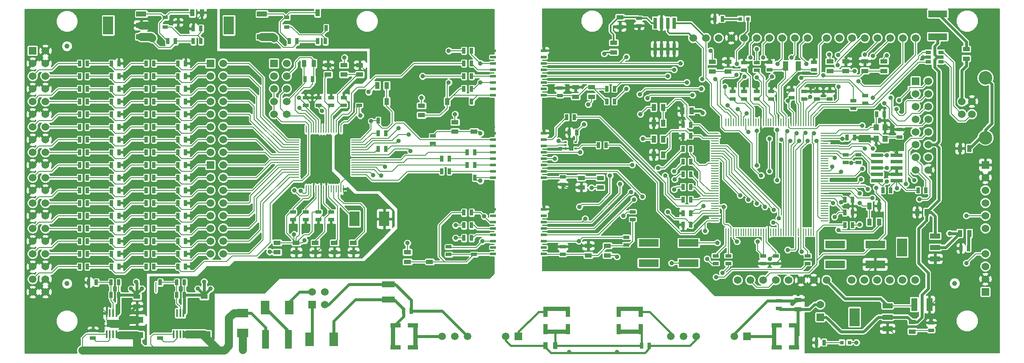
<source format=gtl>
G04 #@! TF.GenerationSoftware,KiCad,Pcbnew,(2018-02-14 revision 6afdf1cf8)-makepkg*
G04 #@! TF.CreationDate,2018-02-15T17:47:45+13:00*
G04 #@! TF.ProjectId,arduino-ads129x,61726475696E6F2D616473313239782E,rev?*
G04 #@! TF.SameCoordinates,Original*
G04 #@! TF.FileFunction,Copper,L1,Top,Signal*
G04 #@! TF.FilePolarity,Positive*
%FSLAX46Y46*%
G04 Gerber Fmt 4.6, Leading zero omitted, Abs format (unit mm)*
G04 Created by KiCad (PCBNEW (2018-02-14 revision 6afdf1cf8)-makepkg) date 02/15/18 17:47:45*
%MOMM*%
%LPD*%
G01*
G04 APERTURE LIST*
%ADD10R,1.099820X1.300480*%
%ADD11R,5.300980X0.949960*%
%ADD12R,0.850900X1.998980*%
%ADD13R,1.143000X0.635000*%
%ADD14R,0.635000X1.143000*%
%ADD15R,1.397000X0.889000*%
%ADD16R,0.949960X5.300980*%
%ADD17R,1.998980X0.850900*%
%ADD18R,1.501140X1.501140*%
%ADD19C,1.501140*%
%ADD20R,1.800860X2.700020*%
%ADD21R,1.524000X1.524000*%
%ADD22C,1.524000*%
%ADD23R,1.000760X0.701040*%
%ADD24R,0.889000X1.397000*%
%ADD25R,2.032000X3.657600*%
%ADD26R,2.032000X1.016000*%
%ADD27R,0.797560X0.797560*%
%ADD28R,0.508000X0.304800*%
%ADD29R,1.270000X2.540000*%
%ADD30R,0.398780X1.600200*%
%ADD31R,0.800100X1.569720*%
%ADD32R,0.706120X0.800100*%
%ADD33R,0.701040X0.800100*%
%ADD34R,2.540000X1.270000*%
%ADD35R,1.143000X0.508000*%
%ADD36R,2.400300X0.759460*%
%ADD37R,4.000500X1.524000*%
%ADD38R,1.397000X3.810000*%
%ADD39R,1.099820X1.899920*%
%ADD40R,3.810000X1.397000*%
%ADD41C,2.700020*%
%ADD42R,1.524000X0.254000*%
%ADD43R,0.254000X1.524000*%
%ADD44R,1.998980X2.999740*%
%ADD45R,1.524000X0.248920*%
%ADD46O,1.524000X0.248920*%
%ADD47O,0.248920X1.524000*%
%ADD48C,1.000760*%
%ADD49R,0.701040X2.199640*%
%ADD50R,2.199640X1.800860*%
%ADD51C,0.889000*%
%ADD52C,0.203200*%
%ADD53C,0.609600*%
%ADD54C,0.304800*%
%ADD55C,0.406400*%
%ADD56C,1.625600*%
%ADD57C,0.254000*%
%ADD58C,0.152400*%
G04 APERTURE END LIST*
D10*
X211084160Y-76080620D03*
X211084160Y-73779380D03*
X209285840Y-73779380D03*
X209285840Y-76080620D03*
D11*
X160020000Y-110119160D03*
X160020000Y-114670840D03*
D12*
X157794960Y-110644940D03*
X162245040Y-110644940D03*
X157794960Y-114145060D03*
X162245040Y-114145060D03*
D13*
X195625720Y-99484180D03*
X195625720Y-101008180D03*
X177210720Y-99484180D03*
X177210720Y-101008180D03*
X179750720Y-99484180D03*
X179750720Y-101008180D03*
D14*
X172212000Y-78105000D03*
X170688000Y-78105000D03*
X172212000Y-83185000D03*
X170688000Y-83185000D03*
X172212000Y-80645000D03*
X170688000Y-80645000D03*
X172212000Y-85725000D03*
X170688000Y-85725000D03*
X172212000Y-88265000D03*
X170688000Y-88265000D03*
X153797000Y-77343000D03*
X155321000Y-77343000D03*
X147447000Y-71755000D03*
X148971000Y-71755000D03*
X127508000Y-78740000D03*
X129032000Y-78740000D03*
X122428000Y-80010000D03*
X123952000Y-80010000D03*
X122428000Y-82550000D03*
X123952000Y-82550000D03*
X127508000Y-81280000D03*
X129032000Y-81280000D03*
X126873000Y-95885000D03*
X128397000Y-95885000D03*
X126873000Y-93345000D03*
X128397000Y-93345000D03*
X126873000Y-60960000D03*
X128397000Y-60960000D03*
X126873000Y-63500000D03*
X128397000Y-63500000D03*
X109728000Y-78105000D03*
X111252000Y-78105000D03*
X109728000Y-74930000D03*
X111252000Y-74930000D03*
D13*
X189865000Y-109982000D03*
X189865000Y-108458000D03*
D15*
X193675000Y-110172500D03*
X193675000Y-108267500D03*
D16*
X193410840Y-115570000D03*
X188859160Y-115570000D03*
D17*
X192885060Y-113344960D03*
X192885060Y-117795040D03*
X189384940Y-113344960D03*
X189384940Y-117795040D03*
D18*
X183515000Y-115570000D03*
D19*
X180975000Y-115570000D03*
X173355000Y-115570000D03*
X170815000Y-115570000D03*
X168275000Y-115570000D03*
D13*
X161925000Y-51943000D03*
X161925000Y-53467000D03*
D15*
X156845000Y-58737500D03*
X156845000Y-56832500D03*
X158115000Y-51752500D03*
X158115000Y-53657500D03*
D20*
X91935300Y-109855000D03*
X87134700Y-109855000D03*
X100825300Y-116205000D03*
X96024700Y-116205000D03*
D21*
X88900000Y-60960000D03*
D22*
X91440000Y-60960000D03*
X88900000Y-63500000D03*
X91440000Y-63500000D03*
X88900000Y-66040000D03*
X91440000Y-66040000D03*
X88900000Y-68580000D03*
X91440000Y-68580000D03*
X88900000Y-71120000D03*
X91440000Y-71120000D03*
D15*
X227330000Y-60007500D03*
X227330000Y-58102500D03*
D23*
X93980000Y-52705000D03*
X91440000Y-53657500D03*
X91440000Y-51752500D03*
D14*
X97663000Y-56515000D03*
X99187000Y-56515000D03*
X99314000Y-53848000D03*
X97790000Y-53848000D03*
X93472000Y-56515000D03*
X91948000Y-56515000D03*
D24*
X97599500Y-50800000D03*
X99504500Y-50800000D03*
D25*
X79883000Y-53340000D03*
D26*
X86487000Y-53340000D03*
X86487000Y-51054000D03*
X86487000Y-55626000D03*
D25*
X55753000Y-53340000D03*
D26*
X62357000Y-53340000D03*
X62357000Y-51054000D03*
X62357000Y-55626000D03*
D24*
X72580500Y-50800000D03*
X74485500Y-50800000D03*
D14*
X69215000Y-56515000D03*
X67691000Y-56515000D03*
X74295000Y-53975000D03*
X72771000Y-53975000D03*
X72771000Y-56515000D03*
X74295000Y-56515000D03*
D23*
X69723000Y-52705000D03*
X67183000Y-53657500D03*
X67183000Y-51752500D03*
D13*
X185420000Y-62357000D03*
X185420000Y-60833000D03*
D23*
X222250000Y-58737500D03*
X222250000Y-59690000D03*
X222250000Y-60642500D03*
X219710000Y-60642500D03*
X219710000Y-59690000D03*
X219710000Y-58737500D03*
D14*
X178562000Y-52070000D03*
X177038000Y-52070000D03*
D27*
X183629300Y-52070000D03*
X182130700Y-52070000D03*
D22*
X181584600Y-104343200D03*
X184124600Y-104343200D03*
X186664600Y-104343200D03*
X189204600Y-104343200D03*
X191744600Y-104343200D03*
X194284600Y-104343200D03*
X196824600Y-104343200D03*
X199364600Y-104343200D03*
X204419200Y-104343200D03*
X206959200Y-104343200D03*
X209499200Y-104343200D03*
X212039200Y-104343200D03*
X214579200Y-104343200D03*
X217119200Y-104343200D03*
X217195400Y-77216000D03*
X217195400Y-79756000D03*
X217195400Y-82296000D03*
X219735400Y-82296000D03*
X219735400Y-79756000D03*
X219735400Y-77216000D03*
X217195400Y-55880000D03*
X214655400Y-55880000D03*
X212115400Y-55880000D03*
X209575400Y-55880000D03*
X207035400Y-55880000D03*
X204495400Y-55880000D03*
X201955400Y-55880000D03*
X199415400Y-55880000D03*
X195580000Y-55880000D03*
X193040000Y-55880000D03*
X190500000Y-55880000D03*
X187960000Y-55880000D03*
X185420000Y-55880000D03*
X182880000Y-55880000D03*
X180340000Y-55880000D03*
X177800000Y-55880000D03*
X175260000Y-55880000D03*
X172720000Y-55880000D03*
D14*
X149479000Y-74803000D03*
X147955000Y-74803000D03*
D28*
X147193000Y-76708000D03*
X147193000Y-77978000D03*
X149225000Y-76708000D03*
X147193000Y-77343000D03*
X149225000Y-77978000D03*
D29*
X216916000Y-109220000D03*
X219964000Y-109220000D03*
D15*
X216535000Y-112712500D03*
X216535000Y-114617500D03*
D25*
X204978000Y-111760000D03*
D26*
X211582000Y-111760000D03*
X211582000Y-109474000D03*
X211582000Y-114046000D03*
D14*
X109728000Y-72390000D03*
X111252000Y-72390000D03*
D24*
X111442500Y-68580000D03*
X109537500Y-68580000D03*
D13*
X105918000Y-69342000D03*
X105918000Y-67818000D03*
D24*
X111442500Y-65405000D03*
X109537500Y-65405000D03*
D30*
X70825360Y-110929420D03*
X70175120Y-110929420D03*
X69524880Y-110929420D03*
X68874640Y-110929420D03*
X68874640Y-115130580D03*
X69524880Y-115130580D03*
X70175120Y-115130580D03*
X70825360Y-115130580D03*
D31*
X69850000Y-113030000D03*
D32*
X70449440Y-113418620D03*
D33*
X70449440Y-112641380D03*
X69250560Y-113418620D03*
X69250560Y-112641380D03*
D14*
X70993000Y-104775000D03*
X69469000Y-104775000D03*
D15*
X74930000Y-107632500D03*
X74930000Y-109537500D03*
D34*
X74930000Y-115189000D03*
X74930000Y-112141000D03*
D13*
X66167000Y-115951000D03*
X66167000Y-114427000D03*
D14*
X70993000Y-107315000D03*
X69469000Y-107315000D03*
X66167000Y-104775000D03*
X64643000Y-104775000D03*
X53373020Y-104775000D03*
X51849020Y-104775000D03*
X57818020Y-107315000D03*
X56294020Y-107315000D03*
D13*
X52705000Y-115951000D03*
X52705000Y-114427000D03*
D34*
X61501020Y-115316000D03*
X61501020Y-112268000D03*
D15*
X61501020Y-107632500D03*
X61501020Y-109537500D03*
D14*
X57818020Y-104775000D03*
X56294020Y-104775000D03*
D30*
X57396380Y-110929420D03*
X56746140Y-110929420D03*
X56095900Y-110929420D03*
X55445660Y-110929420D03*
X55445660Y-115130580D03*
X56095900Y-115130580D03*
X56746140Y-115130580D03*
X57396380Y-115130580D03*
D31*
X56421020Y-113030000D03*
D32*
X57020460Y-113418620D03*
D33*
X57020460Y-112641380D03*
X55821580Y-113418620D03*
X55821580Y-112641380D03*
D13*
X120650000Y-75438000D03*
X120650000Y-76962000D03*
D15*
X155575000Y-97472500D03*
X155575000Y-99377500D03*
X151765000Y-99377500D03*
X151765000Y-97472500D03*
D13*
X146685000Y-99187000D03*
X146685000Y-97663000D03*
X159385000Y-97282000D03*
X159385000Y-95758000D03*
X160655000Y-92202000D03*
X160655000Y-90678000D03*
D14*
X126873000Y-90805000D03*
X128397000Y-90805000D03*
D13*
X123825000Y-99187000D03*
X123825000Y-97663000D03*
X128905000Y-99187000D03*
X128905000Y-100711000D03*
D15*
X120015000Y-100647500D03*
X120015000Y-98742500D03*
X115570000Y-100647500D03*
X115570000Y-98742500D03*
X125095000Y-74612500D03*
X125095000Y-72707500D03*
X128905000Y-74612500D03*
X128905000Y-72707500D03*
D14*
X129032000Y-83820000D03*
X127508000Y-83820000D03*
D13*
X146685000Y-83693000D03*
X146685000Y-85217000D03*
D15*
X150368000Y-83883500D03*
X150368000Y-85788500D03*
X154178000Y-83883500D03*
X154178000Y-85788500D03*
X152400000Y-65722500D03*
X152400000Y-67627500D03*
X149225000Y-67627500D03*
X149225000Y-65722500D03*
D13*
X146050000Y-67437000D03*
X146050000Y-65913000D03*
D14*
X155448000Y-66040000D03*
X156972000Y-66040000D03*
X155448000Y-68580000D03*
X156972000Y-68580000D03*
X126873000Y-58420000D03*
X128397000Y-58420000D03*
X126873000Y-66040000D03*
X128397000Y-66040000D03*
X128397000Y-68580000D03*
X126873000Y-68580000D03*
D24*
X123507500Y-68580000D03*
X121602500Y-68580000D03*
D15*
X118364000Y-71310500D03*
X118364000Y-69405500D03*
D35*
X142875000Y-99060000D03*
X142875000Y-97790000D03*
X142875000Y-96520000D03*
X142875000Y-95250000D03*
X142875000Y-93980000D03*
X142875000Y-92710000D03*
X142875000Y-91440000D03*
X142875000Y-90170000D03*
X132715000Y-90170000D03*
X132715000Y-91440000D03*
X132715000Y-92710000D03*
X132715000Y-93980000D03*
X132715000Y-95250000D03*
X132715000Y-96520000D03*
X132715000Y-97790000D03*
X132715000Y-99060000D03*
X142875000Y-67310000D03*
X142875000Y-66040000D03*
X142875000Y-64770000D03*
X142875000Y-63500000D03*
X142875000Y-62230000D03*
X142875000Y-60960000D03*
X142875000Y-59690000D03*
X142875000Y-58420000D03*
X132715000Y-58420000D03*
X132715000Y-59690000D03*
X132715000Y-60960000D03*
X132715000Y-62230000D03*
X132715000Y-63500000D03*
X132715000Y-64770000D03*
X132715000Y-66040000D03*
X132715000Y-67310000D03*
X142875000Y-83820000D03*
X142875000Y-82550000D03*
X142875000Y-81280000D03*
X142875000Y-80010000D03*
X142875000Y-78740000D03*
X142875000Y-77470000D03*
X142875000Y-76200000D03*
X142875000Y-74930000D03*
X132715000Y-74930000D03*
X132715000Y-76200000D03*
X132715000Y-77470000D03*
X132715000Y-78740000D03*
X132715000Y-80010000D03*
X132715000Y-81280000D03*
X132715000Y-82550000D03*
X132715000Y-83820000D03*
D21*
X40640000Y-58420000D03*
D22*
X43180000Y-58420000D03*
X40640000Y-71120000D03*
X43180000Y-60960000D03*
X40640000Y-73660000D03*
X43180000Y-63500000D03*
X40640000Y-76200000D03*
X43180000Y-66040000D03*
X40640000Y-78740000D03*
X43180000Y-68580000D03*
X40640000Y-81280000D03*
X43180000Y-71120000D03*
X40640000Y-83820000D03*
X43180000Y-73660000D03*
X40640000Y-86360000D03*
X43180000Y-76200000D03*
X40640000Y-88900000D03*
X43180000Y-78740000D03*
X40640000Y-91440000D03*
X43180000Y-81280000D03*
X40640000Y-93980000D03*
X43180000Y-83820000D03*
X40640000Y-96520000D03*
X43180000Y-86360000D03*
X43180000Y-88900000D03*
X40640000Y-99060000D03*
X43180000Y-91440000D03*
X43180000Y-96520000D03*
X43180000Y-99060000D03*
X43180000Y-101600000D03*
X43180000Y-104140000D03*
X40640000Y-101600000D03*
X40640000Y-104140000D03*
X40640000Y-60960000D03*
X40640000Y-63500000D03*
X40640000Y-66040000D03*
X40640000Y-68580000D03*
X40640000Y-106680000D03*
X43180000Y-106680000D03*
X43180000Y-93980000D03*
D21*
X231140000Y-106680000D03*
D22*
X231140000Y-104140000D03*
X231140000Y-101600000D03*
X231140000Y-99060000D03*
D21*
X231140000Y-81280000D03*
D22*
X231140000Y-83820000D03*
X231140000Y-86360000D03*
X231140000Y-88900000D03*
X231140000Y-91440000D03*
X231140000Y-93980000D03*
D14*
X217678000Y-86360000D03*
X219202000Y-86360000D03*
D13*
X203200000Y-80772000D03*
X203200000Y-79248000D03*
X205740000Y-80772000D03*
X205740000Y-79248000D03*
D14*
X212217000Y-86360000D03*
X210693000Y-86360000D03*
D36*
X213405720Y-84455000D03*
X209504280Y-84455000D03*
X213405720Y-83185000D03*
X209504280Y-83185000D03*
X213405720Y-81915000D03*
X209504280Y-81915000D03*
X213405720Y-80645000D03*
X209504280Y-80645000D03*
X213405720Y-79375000D03*
X209504280Y-79375000D03*
D14*
X203073000Y-93345000D03*
X204597000Y-93345000D03*
D37*
X209105500Y-101185980D03*
X209105500Y-97188020D03*
X201104500Y-101185980D03*
X201104500Y-97188020D03*
D14*
X198882000Y-116840000D03*
X197358000Y-116840000D03*
D27*
X203949300Y-116840000D03*
X202450700Y-116840000D03*
D38*
X87249000Y-116205000D03*
X91821000Y-116205000D03*
D13*
X200025000Y-68072000D03*
X200025000Y-66548000D03*
X197485000Y-68072000D03*
X197485000Y-66548000D03*
X207137000Y-67437000D03*
X207137000Y-68961000D03*
X204724000Y-68453000D03*
X204724000Y-69977000D03*
D39*
X193700400Y-61511180D03*
X191201040Y-61511180D03*
D13*
X196895720Y-62273180D03*
X196895720Y-60749180D03*
X188005720Y-62273180D03*
X188005720Y-60749180D03*
D14*
X209423000Y-71120000D03*
X210947000Y-71120000D03*
D13*
X213995000Y-75692000D03*
X213995000Y-74168000D03*
D24*
X166733220Y-79291180D03*
X164828220Y-79291180D03*
D14*
X172212000Y-75438000D03*
X170688000Y-75438000D03*
D24*
X164828220Y-76116180D03*
X166733220Y-76116180D03*
X226047300Y-78000860D03*
X227952300Y-78000860D03*
D18*
X137795000Y-115570000D03*
D19*
X135255000Y-115570000D03*
X127635000Y-115570000D03*
X125095000Y-115570000D03*
X122555000Y-115570000D03*
D16*
X117210840Y-115570000D03*
X112659160Y-115570000D03*
D17*
X116685060Y-113344960D03*
X116685060Y-117795040D03*
X113184940Y-113344960D03*
X113184940Y-117795040D03*
D11*
X145415000Y-114670840D03*
X145415000Y-110119160D03*
D12*
X147640040Y-114145060D03*
X143189960Y-114145060D03*
X147640040Y-110644940D03*
X143189960Y-110644940D03*
D24*
X145097500Y-117475000D03*
X143192500Y-117475000D03*
D34*
X111760000Y-108204000D03*
X111760000Y-105156000D03*
D14*
X114808000Y-110490000D03*
X116332000Y-110490000D03*
X162433000Y-117475000D03*
X163957000Y-117475000D03*
D21*
X198120000Y-111760000D03*
D22*
X198120000Y-109220000D03*
D21*
X96520000Y-109220000D03*
D22*
X96520000Y-106680000D03*
X99060000Y-109220000D03*
X99060000Y-106680000D03*
D40*
X221615000Y-51054000D03*
X221615000Y-55626000D03*
D22*
X226441000Y-68580000D03*
X226441000Y-71120000D03*
X228439980Y-71120000D03*
X228439980Y-68580000D03*
D41*
X231140000Y-63850520D03*
X231140000Y-75849480D03*
D15*
X203245720Y-62463680D03*
X203245720Y-60558680D03*
D24*
X207962500Y-89535000D03*
X209867500Y-89535000D03*
D14*
X203454000Y-75819000D03*
X204978000Y-75819000D03*
D24*
X209867500Y-92710000D03*
X207962500Y-92710000D03*
D13*
X192405000Y-67818000D03*
X192405000Y-66294000D03*
X186735720Y-99484180D03*
X186735720Y-101008180D03*
X185420000Y-68072000D03*
X185420000Y-66548000D03*
D14*
X172257720Y-90975180D03*
X170733720Y-90975180D03*
D13*
X182880000Y-68072000D03*
X182880000Y-66548000D03*
D24*
X172402500Y-70485000D03*
X170497500Y-70485000D03*
D14*
X203073000Y-90805000D03*
X204597000Y-90805000D03*
D24*
X164828220Y-69766180D03*
X166733220Y-69766180D03*
D14*
X172212000Y-73279000D03*
X170688000Y-73279000D03*
D24*
X166733220Y-72941180D03*
X164828220Y-72941180D03*
D15*
X207055720Y-62463680D03*
X207055720Y-60558680D03*
D13*
X194945000Y-68072000D03*
X194945000Y-66548000D03*
D15*
X210865720Y-60558680D03*
X210865720Y-62463680D03*
X200070720Y-60558680D03*
X200070720Y-62463680D03*
X176530000Y-60642500D03*
X176530000Y-62547500D03*
D13*
X180594000Y-68072000D03*
X180594000Y-66548000D03*
X189275720Y-99484180D03*
X189275720Y-101008180D03*
D14*
X203073000Y-88265000D03*
X204597000Y-88265000D03*
D13*
X188341000Y-68072000D03*
X188341000Y-66548000D03*
D14*
X172257720Y-93261180D03*
X170733720Y-93261180D03*
D13*
X182880000Y-62357000D03*
X182880000Y-60833000D03*
D15*
X179705000Y-62547500D03*
X179705000Y-60642500D03*
D42*
X198991220Y-92486480D03*
X198991220Y-91978480D03*
X198991220Y-91483180D03*
X198991220Y-90987880D03*
X198991220Y-90479880D03*
X198991220Y-89984580D03*
X198991220Y-89489280D03*
X198991220Y-88981280D03*
X198991220Y-88485980D03*
X198991220Y-87990680D03*
X198991220Y-87482680D03*
X198991220Y-86987380D03*
X198991220Y-86492080D03*
X198991220Y-85984080D03*
X198991220Y-85488780D03*
X198991220Y-84993480D03*
X198991220Y-84485480D03*
X198991220Y-83990180D03*
X198991220Y-83482180D03*
X198991220Y-82986880D03*
X198991220Y-82478880D03*
X198991220Y-81983580D03*
X198991220Y-81488280D03*
X198991220Y-80980280D03*
X198991220Y-80484980D03*
X198991220Y-79989680D03*
X198991220Y-79481680D03*
X198991220Y-78986380D03*
X198991220Y-78491080D03*
X198991220Y-77983080D03*
X198991220Y-77487780D03*
X198991220Y-76992480D03*
X198991220Y-76484480D03*
X198991220Y-75989180D03*
X198991220Y-75493880D03*
X198991220Y-74985880D03*
D43*
X182252620Y-72750680D03*
X181757320Y-72750680D03*
X181262020Y-72750680D03*
X180754020Y-72750680D03*
X180258720Y-72750680D03*
X179763420Y-72750680D03*
X179255420Y-72750680D03*
X181757320Y-94721680D03*
X182252620Y-94721680D03*
X182760620Y-94721680D03*
X183255920Y-94721680D03*
X183751220Y-94721680D03*
X184259220Y-94721680D03*
X184754520Y-94721680D03*
X185249820Y-94721680D03*
X185757820Y-94721680D03*
X186253120Y-94721680D03*
X186748420Y-94721680D03*
X187256420Y-94721680D03*
X187751720Y-94721680D03*
X188259720Y-94721680D03*
X188755020Y-94721680D03*
X189263020Y-94721680D03*
X189758320Y-94721680D03*
X190253620Y-94721680D03*
X190761620Y-94721680D03*
X191256920Y-94721680D03*
X191752220Y-94721680D03*
X192260220Y-94721680D03*
X192755520Y-94721680D03*
X193250820Y-94721680D03*
X193758820Y-94721680D03*
X194254120Y-94721680D03*
X194749420Y-94721680D03*
X195257420Y-94721680D03*
X195752720Y-94721680D03*
X196248020Y-94721680D03*
X196756020Y-94721680D03*
X196756020Y-72750680D03*
X196248020Y-72750680D03*
X195752720Y-72750680D03*
X195257420Y-72750680D03*
X194749420Y-72750680D03*
X194254120Y-72750680D03*
X193758820Y-72750680D03*
X193250820Y-72750680D03*
X192755520Y-72750680D03*
X192260220Y-72750680D03*
X191752220Y-72750680D03*
X191256920Y-72750680D03*
X190761620Y-72750680D03*
X190253620Y-72750680D03*
X189758320Y-72750680D03*
X189263020Y-72750680D03*
X188755020Y-72750680D03*
X188259720Y-72750680D03*
X187751720Y-72750680D03*
X187256420Y-72750680D03*
X186748420Y-72750680D03*
X186253120Y-72750680D03*
X185757820Y-72750680D03*
X185249820Y-72750680D03*
X184754520Y-72750680D03*
X184259220Y-72750680D03*
X183751220Y-72750680D03*
X183255920Y-72750680D03*
X182760620Y-72750680D03*
D42*
X177020220Y-77487780D03*
X177020220Y-77983080D03*
X177020220Y-78491080D03*
X177020220Y-78986380D03*
X177020220Y-79481680D03*
X177020220Y-79989680D03*
X177020220Y-80484980D03*
X177020220Y-80980280D03*
X177020220Y-81488280D03*
X177020220Y-81983580D03*
X177020220Y-82478880D03*
X177020220Y-82986880D03*
X177020220Y-83482180D03*
X177020220Y-83990180D03*
X177020220Y-84485480D03*
X177020220Y-84993480D03*
X177020220Y-85488780D03*
X177020220Y-85984080D03*
X177020220Y-86492080D03*
X177020220Y-86987380D03*
X177020220Y-87482680D03*
X177020220Y-87990680D03*
X177020220Y-88485980D03*
X177020220Y-88981280D03*
X177020220Y-89489280D03*
X177020220Y-89984580D03*
X177020220Y-90479880D03*
X177020220Y-90987880D03*
X177020220Y-91483180D03*
X177020220Y-91978480D03*
X177020220Y-92486480D03*
X177020220Y-74985880D03*
X177020220Y-75493880D03*
X177020220Y-75989180D03*
X177020220Y-76484480D03*
X177020220Y-76992480D03*
D43*
X179255420Y-94721680D03*
X179763420Y-94721680D03*
X180258720Y-94721680D03*
X180754020Y-94721680D03*
X181262020Y-94721680D03*
D15*
X89535000Y-96837500D03*
X89535000Y-98742500D03*
X102870000Y-63182500D03*
X102870000Y-61277500D03*
D13*
X102870000Y-69342000D03*
X102870000Y-67818000D03*
D15*
X106045000Y-63182500D03*
X106045000Y-61277500D03*
D14*
X95123000Y-64135000D03*
X96647000Y-64135000D03*
D24*
X94932500Y-60960000D03*
X96837500Y-60960000D03*
D15*
X100965000Y-96837500D03*
X100965000Y-98742500D03*
D13*
X100330000Y-67818000D03*
X100330000Y-69342000D03*
D15*
X99695000Y-61277500D03*
X99695000Y-63182500D03*
X104775000Y-96837500D03*
X104775000Y-98742500D03*
D44*
X104950260Y-92075000D03*
X110949740Y-92075000D03*
D15*
X97155000Y-98742500D03*
X97155000Y-96837500D03*
D13*
X100330000Y-92202000D03*
X100330000Y-90678000D03*
X97790000Y-90678000D03*
X97790000Y-92202000D03*
X92710000Y-90678000D03*
X92710000Y-92202000D03*
X95250000Y-90678000D03*
X95250000Y-92202000D03*
X97790000Y-69342000D03*
X97790000Y-67818000D03*
D15*
X93345000Y-96837500D03*
X93345000Y-98742500D03*
D13*
X95250000Y-69342000D03*
X95250000Y-67818000D03*
D14*
X69723000Y-88900000D03*
X71247000Y-88900000D03*
X56388000Y-88900000D03*
X57912000Y-88900000D03*
X63373000Y-88900000D03*
X64897000Y-88900000D03*
X50038000Y-88900000D03*
X51562000Y-88900000D03*
X50038000Y-86360000D03*
X51562000Y-86360000D03*
X63373000Y-86360000D03*
X64897000Y-86360000D03*
X56388000Y-86360000D03*
X57912000Y-86360000D03*
X69723000Y-86360000D03*
X71247000Y-86360000D03*
X69723000Y-81280000D03*
X71247000Y-81280000D03*
X56388000Y-81280000D03*
X57912000Y-81280000D03*
X63373000Y-81280000D03*
X64897000Y-81280000D03*
X50038000Y-81280000D03*
X51562000Y-81280000D03*
X50038000Y-83820000D03*
X51562000Y-83820000D03*
X63373000Y-83820000D03*
X64897000Y-83820000D03*
X56388000Y-83820000D03*
X57912000Y-83820000D03*
X69723000Y-83820000D03*
X71247000Y-83820000D03*
X69723000Y-93980000D03*
X71247000Y-93980000D03*
X56388000Y-93980000D03*
X57912000Y-93980000D03*
X63373000Y-93980000D03*
X64897000Y-93980000D03*
X50038000Y-93980000D03*
X51562000Y-93980000D03*
X50038000Y-91440000D03*
X51562000Y-91440000D03*
X63373000Y-91440000D03*
X64897000Y-91440000D03*
X56388000Y-91440000D03*
X57912000Y-91440000D03*
X69723000Y-91440000D03*
X71247000Y-91440000D03*
X69723000Y-96520000D03*
X71247000Y-96520000D03*
X56388000Y-96520000D03*
X57912000Y-96520000D03*
X63373000Y-96520000D03*
X64897000Y-96520000D03*
X50038000Y-96520000D03*
X51562000Y-96520000D03*
X50038000Y-99060000D03*
X51562000Y-99060000D03*
X63373000Y-99060000D03*
X64897000Y-99060000D03*
X56388000Y-99060000D03*
X57912000Y-99060000D03*
X69723000Y-99060000D03*
X71247000Y-99060000D03*
X69723000Y-78740000D03*
X71247000Y-78740000D03*
X56388000Y-78740000D03*
X57912000Y-78740000D03*
X63373000Y-78740000D03*
X64897000Y-78740000D03*
X50038000Y-78740000D03*
X51562000Y-78740000D03*
X50038000Y-76200000D03*
X51562000Y-76200000D03*
X63373000Y-76200000D03*
X64897000Y-76200000D03*
X56388000Y-76200000D03*
X57912000Y-76200000D03*
X69723000Y-76200000D03*
X71247000Y-76200000D03*
X69723000Y-71120000D03*
X71247000Y-71120000D03*
X56388000Y-71120000D03*
X57912000Y-71120000D03*
X63373000Y-71120000D03*
X64897000Y-71120000D03*
X50038000Y-71120000D03*
X51562000Y-71120000D03*
X50038000Y-73660000D03*
X51562000Y-73660000D03*
X63373000Y-73660000D03*
X64897000Y-73660000D03*
X56388000Y-73660000D03*
X57912000Y-73660000D03*
X69723000Y-73660000D03*
X71247000Y-73660000D03*
X69723000Y-63500000D03*
X71247000Y-63500000D03*
X56388000Y-63500000D03*
X57912000Y-63500000D03*
X63373000Y-63500000D03*
X64897000Y-63500000D03*
X50038000Y-63500000D03*
X51562000Y-63500000D03*
X50038000Y-60960000D03*
X51562000Y-60960000D03*
X63373000Y-60960000D03*
X64897000Y-60960000D03*
X56388000Y-60960000D03*
X57912000Y-60960000D03*
X69723000Y-60960000D03*
X71247000Y-60960000D03*
X69723000Y-66040000D03*
X71247000Y-66040000D03*
X56388000Y-66040000D03*
X57912000Y-66040000D03*
X63373000Y-66040000D03*
X64897000Y-66040000D03*
X50038000Y-66040000D03*
X51562000Y-66040000D03*
X50038000Y-68580000D03*
X51562000Y-68580000D03*
X63373000Y-68580000D03*
X64897000Y-68580000D03*
X56388000Y-68580000D03*
X57912000Y-68580000D03*
X69723000Y-68580000D03*
X71247000Y-68580000D03*
D21*
X76200000Y-81280000D03*
D22*
X78740000Y-81280000D03*
X76200000Y-83820000D03*
X78740000Y-83820000D03*
X76200000Y-86360000D03*
X78740000Y-86360000D03*
X76200000Y-88900000D03*
X78740000Y-88900000D03*
X76200000Y-91440000D03*
X78740000Y-91440000D03*
X76200000Y-93980000D03*
X78740000Y-93980000D03*
X76200000Y-96520000D03*
X78740000Y-96520000D03*
X76200000Y-99060000D03*
X78740000Y-99060000D03*
D21*
X76200000Y-60960000D03*
D22*
X78740000Y-60960000D03*
X76200000Y-63500000D03*
X78740000Y-63500000D03*
X76200000Y-66040000D03*
X78740000Y-66040000D03*
X76200000Y-68580000D03*
X78740000Y-68580000D03*
X76200000Y-71120000D03*
X78740000Y-71120000D03*
X76200000Y-73660000D03*
X78740000Y-73660000D03*
X76200000Y-76200000D03*
X78740000Y-76200000D03*
X76200000Y-78740000D03*
X78740000Y-78740000D03*
D45*
X93190060Y-76260960D03*
D46*
X93190060Y-76761340D03*
X93190060Y-77261720D03*
X93190060Y-77762100D03*
X93190060Y-78262480D03*
X93190060Y-78760320D03*
X93190060Y-79260700D03*
X93190060Y-79761080D03*
X93190060Y-80261460D03*
X93190060Y-80761840D03*
X93190060Y-81262220D03*
X93190060Y-81760060D03*
X93190060Y-82260440D03*
X93190060Y-82760820D03*
X93190060Y-83261200D03*
X93190060Y-83761580D03*
D47*
X95310960Y-86042500D03*
X95811340Y-86042500D03*
X96311720Y-86042500D03*
X96812100Y-86042500D03*
X97312480Y-86042500D03*
X97810320Y-86042500D03*
X98310700Y-86042500D03*
X98811080Y-86042500D03*
X99311460Y-86042500D03*
X99811840Y-86042500D03*
X100312220Y-86042500D03*
X100810060Y-86042500D03*
X101310440Y-86042500D03*
X101810820Y-86042500D03*
X102311200Y-86042500D03*
X102811580Y-86042500D03*
D46*
X105092500Y-83761580D03*
X105092500Y-83261200D03*
X105092500Y-82760820D03*
X105092500Y-82260440D03*
X105092500Y-81760060D03*
X105092500Y-81262220D03*
X105092500Y-80761840D03*
X105092500Y-80261460D03*
X105092500Y-79761080D03*
X105092500Y-79260700D03*
X105092500Y-78760320D03*
X105092500Y-78262480D03*
X105092500Y-77762100D03*
X105092500Y-77261720D03*
X105092500Y-76761340D03*
X105092500Y-76260960D03*
D47*
X102811580Y-74140060D03*
X102311200Y-74140060D03*
X101310440Y-74140060D03*
X101810820Y-74122280D03*
X100810060Y-74140060D03*
X100312220Y-74140060D03*
X99811840Y-74140060D03*
X99311460Y-74140060D03*
X98811080Y-74140060D03*
X98310700Y-74140060D03*
X97817940Y-74140060D03*
X97317560Y-74140060D03*
X96817180Y-74140060D03*
X96316800Y-74140060D03*
X95818960Y-74140060D03*
X95318580Y-74140060D03*
D25*
X214503000Y-97790000D03*
D26*
X221107000Y-97790000D03*
X221107000Y-95504000D03*
X221107000Y-100076000D03*
D24*
X226047300Y-95001080D03*
X227952300Y-95001080D03*
X219392500Y-90805000D03*
X217487500Y-90805000D03*
D14*
X226237800Y-98000820D03*
X227761800Y-98000820D03*
D13*
X220345000Y-112903000D03*
X220345000Y-114427000D03*
D21*
X217195400Y-64516000D03*
D22*
X219735400Y-64516000D03*
X217195400Y-67056000D03*
X219735400Y-67056000D03*
X217195400Y-69596000D03*
X219735400Y-69596000D03*
X217195400Y-72136000D03*
X219735400Y-72136000D03*
X217195400Y-74676000D03*
X219735400Y-74676000D03*
D14*
X56388000Y-101600000D03*
X57912000Y-101600000D03*
X69723000Y-101600000D03*
X71247000Y-101600000D03*
X50038000Y-101600000D03*
X51562000Y-101600000D03*
X63373000Y-101600000D03*
X64897000Y-101600000D03*
D48*
X225000820Y-105001060D03*
X47500540Y-105001060D03*
X47500540Y-57500520D03*
D49*
X165100000Y-58099960D03*
X166370000Y-58099960D03*
X167640000Y-58099960D03*
X168910000Y-58099960D03*
X168910000Y-52898040D03*
X167640000Y-52898040D03*
X166370000Y-52898040D03*
X165100000Y-52898040D03*
D37*
X171813220Y-100914200D03*
X171813220Y-96916240D03*
X163812220Y-100914200D03*
X163812220Y-96916240D03*
D50*
X82677000Y-114909600D03*
X82677000Y-110896400D03*
D51*
X224000060Y-95001080D03*
X199898000Y-59182000D03*
X150876000Y-73152000D03*
X152400000Y-85852000D03*
X162179000Y-71120000D03*
X154940000Y-59055000D03*
X185420000Y-58115200D03*
X157480000Y-99695000D03*
X205359000Y-116840000D03*
X213487000Y-85979000D03*
X151765000Y-69215000D03*
X176225200Y-58420000D03*
X204343000Y-80899000D03*
X168402000Y-100965000D03*
X211391500Y-59372500D03*
X162687000Y-76073000D03*
X106172000Y-71374000D03*
X108331000Y-72517000D03*
X98513900Y-70421500D03*
X92900500Y-95199200D03*
X95001080Y-96400620D03*
X93901260Y-67851020D03*
X74930000Y-104648000D03*
X118364000Y-67818000D03*
X107823000Y-66675000D03*
X88900000Y-55880000D03*
X125095000Y-71120000D03*
X115570000Y-96901000D03*
X76200000Y-106045000D03*
X73660000Y-106045000D03*
X64516000Y-55880000D03*
X102999540Y-59799220D03*
X61341000Y-104648000D03*
X88049100Y-98651060D03*
X60325000Y-106045000D03*
X62484000Y-106045000D03*
X160528000Y-81280000D03*
X165735000Y-81915000D03*
X168910000Y-82550000D03*
X168910000Y-62230000D03*
X149860000Y-96520000D03*
X149987000Y-89662000D03*
X156083000Y-83439000D03*
X162052000Y-67183000D03*
X183769000Y-74676000D03*
X174371000Y-66040000D03*
X130556000Y-96520000D03*
X116205000Y-78486000D03*
X158115000Y-85090000D03*
X172593000Y-67310000D03*
X151130000Y-92075000D03*
X158750000Y-91440000D03*
X183388000Y-70993000D03*
X163576000Y-67945000D03*
X113792000Y-76454000D03*
X130937000Y-91567000D03*
X181610000Y-70104000D03*
X171450000Y-64770000D03*
X115824000Y-75184000D03*
X130175000Y-64770000D03*
X179578000Y-69342000D03*
X159385000Y-59690000D03*
X170180000Y-60960000D03*
X159385000Y-66040000D03*
X113792000Y-73914000D03*
X130175000Y-60960000D03*
X167640000Y-63500000D03*
X167132000Y-83439000D03*
X111125000Y-81661000D03*
X118618000Y-63500000D03*
X145034000Y-80010000D03*
X177292000Y-103759000D03*
X145796000Y-76454000D03*
X160845500Y-88201500D03*
X168910000Y-86233000D03*
X125222000Y-95885000D03*
X108712000Y-83312000D03*
X160274000Y-86741000D03*
X169037000Y-84201000D03*
X110363000Y-83439000D03*
X125222000Y-93345000D03*
X206502000Y-73406000D03*
X209296000Y-85852000D03*
X211455000Y-79375000D03*
X207010000Y-77978000D03*
X211455000Y-81915000D03*
X208661000Y-77978000D03*
X211455000Y-84582000D03*
X213868000Y-68326000D03*
X206248000Y-84201000D03*
X206502000Y-82042000D03*
X213360000Y-70104000D03*
X208534000Y-87884000D03*
X215265000Y-85090000D03*
X207645000Y-86106000D03*
X212217000Y-67818000D03*
X210947000Y-68961000D03*
X205994000Y-86995000D03*
X189865000Y-91948000D03*
X186309000Y-83439000D03*
X200660000Y-88900000D03*
X174498000Y-64135000D03*
X177165000Y-64135000D03*
X185420000Y-89027000D03*
X187071000Y-89662000D03*
X188849000Y-90297000D03*
X216916000Y-84328000D03*
X175133000Y-94488000D03*
X162560000Y-87630000D03*
X175514000Y-100076000D03*
X150114000Y-78740000D03*
X217932000Y-88138000D03*
X178562000Y-102870000D03*
X189611000Y-61087000D03*
X189484000Y-84328000D03*
X189484000Y-74295000D03*
X178816000Y-89662000D03*
X181483000Y-96647000D03*
X195173600Y-74879200D03*
X201599800Y-61341000D03*
X191643000Y-98298000D03*
X182118000Y-87376000D03*
X183769000Y-88265000D03*
X208661000Y-67818000D03*
X201041000Y-79883000D03*
X205740000Y-64516000D03*
X197358000Y-76454000D03*
X227330000Y-91440000D03*
X227330000Y-100965000D03*
X196850000Y-74930000D03*
X208661000Y-59486800D03*
X181356000Y-63246000D03*
X181419500Y-61023500D03*
X177546000Y-96901000D03*
X188722000Y-92837000D03*
X192405000Y-59817000D03*
X190373000Y-76200000D03*
X191516000Y-74549000D03*
X195326000Y-61087000D03*
X192151000Y-76454000D03*
X194310000Y-63881000D03*
X193421000Y-74930000D03*
X193929000Y-76454000D03*
X201676000Y-59309000D03*
X207010000Y-59182000D03*
X194437000Y-98679000D03*
X195605400Y-76479400D03*
X202311000Y-82677000D03*
X186690000Y-59817000D03*
X187960000Y-76073000D03*
X187960000Y-82550000D03*
X184150000Y-59817000D03*
X185420000Y-81407000D03*
X200533000Y-81661000D03*
X185420000Y-74422000D03*
X94234000Y-86487000D03*
X92964000Y-86360000D03*
X202311000Y-88773000D03*
X204978000Y-62484000D03*
X205994000Y-93218000D03*
X201803000Y-65595500D03*
X188468000Y-63627000D03*
X188087000Y-100076000D03*
X179070000Y-65659000D03*
X167640000Y-90678000D03*
X201803000Y-94297500D03*
X185420000Y-63754000D03*
X200977500Y-91694000D03*
X174752000Y-89535000D03*
X183007000Y-63627000D03*
X174625000Y-70866000D03*
X185610500Y-96647000D03*
X191643000Y-68453000D03*
X205994000Y-88900000D03*
X202565000Y-76073000D03*
X196088000Y-67691000D03*
X198755000Y-63373000D03*
X107061000Y-84836000D03*
X59055000Y-93980000D03*
X120015000Y-96901000D03*
X108381800Y-68554600D03*
X108331000Y-70358000D03*
X72390000Y-96520000D03*
X102870000Y-98742500D03*
X113284000Y-79248000D03*
X88900000Y-53340000D03*
X59055000Y-78740000D03*
X72390000Y-73660000D03*
X99187000Y-98742500D03*
X72390000Y-63500000D03*
X72517000Y-101600000D03*
X59055000Y-83820000D03*
X95377000Y-98742500D03*
X72390000Y-91440000D03*
X87376000Y-59817000D03*
X72390000Y-81280000D03*
X132080000Y-100330000D03*
X59055000Y-86360000D03*
X130810000Y-57150000D03*
X95250000Y-93345000D03*
X132715000Y-73660000D03*
X103251000Y-86995000D03*
X72390000Y-88900000D03*
X121920000Y-66040000D03*
X59055000Y-63500000D03*
X59055000Y-96520000D03*
X59055000Y-76200000D03*
X92710000Y-93472000D03*
X59055000Y-88900000D03*
X99700080Y-88750140D03*
X105918000Y-66802000D03*
X72390000Y-99060000D03*
X72390000Y-68580000D03*
X64516000Y-53340000D03*
X59055000Y-60960000D03*
X59055000Y-99060000D03*
X98298000Y-60579000D03*
X95250000Y-66802000D03*
X72390000Y-83820000D03*
X92837000Y-74168000D03*
X106045000Y-59817000D03*
X100330000Y-93345000D03*
X59055000Y-81280000D03*
X59055000Y-101600000D03*
X97790000Y-66802000D03*
X71120000Y-53340000D03*
X72390000Y-66040000D03*
X72390000Y-71120000D03*
X59055000Y-73660000D03*
X72390000Y-60960000D03*
X72390000Y-86360000D03*
X72390000Y-78740000D03*
X59055000Y-68580000D03*
X132080000Y-89535000D03*
X97790000Y-93345000D03*
X130810000Y-72390000D03*
X59055000Y-91440000D03*
X95250000Y-53340000D03*
X127000000Y-70485000D03*
X59055000Y-71120000D03*
X72390000Y-76200000D03*
X72390000Y-93980000D03*
X59055000Y-66040000D03*
X126365000Y-83820000D03*
X82677000Y-118300500D03*
X216027000Y-91186000D03*
X196469000Y-107391200D03*
X192913000Y-69723000D03*
X184975500Y-65532000D03*
X205613000Y-60706000D03*
X180784500Y-65214500D03*
X198755000Y-66548000D03*
X205994000Y-75946000D03*
X173990000Y-74549000D03*
X185039000Y-100965000D03*
X223774000Y-100838000D03*
X144653000Y-58420000D03*
X221615000Y-107950000D03*
X192532000Y-109093000D03*
X169545000Y-92964000D03*
X182943500Y-65214500D03*
X196596000Y-65659000D03*
X144780000Y-97790000D03*
X179705000Y-59436000D03*
X197612000Y-115189000D03*
X169799000Y-72009000D03*
X191008000Y-100965000D03*
X144272000Y-74930000D03*
X207772000Y-75819000D03*
X144780000Y-90170000D03*
X196723000Y-59563000D03*
X209550000Y-91059000D03*
X188595000Y-59690000D03*
X185801000Y-70612000D03*
X182245000Y-59309000D03*
X206629000Y-91694000D03*
X146558000Y-74422000D03*
X162306000Y-72898000D03*
X169799000Y-69215000D03*
X162814000Y-78740000D03*
X188595000Y-65532000D03*
X213995000Y-116205000D03*
X192532000Y-64897000D03*
X169418000Y-90424000D03*
X175006000Y-91821000D03*
X144526000Y-66040000D03*
X195326000Y-108102400D03*
X144526000Y-84836000D03*
X169799000Y-76581000D03*
X218694000Y-59817000D03*
X211455000Y-83185000D03*
X166497000Y-93345000D03*
X204038200Y-59359800D03*
X195008500Y-84391500D03*
X182372000Y-90170000D03*
X93980000Y-69850000D03*
X123825000Y-58420000D03*
X123825000Y-64770000D03*
X157480000Y-118745000D03*
X147955000Y-118745000D03*
X130175000Y-84455000D03*
X130175000Y-74930000D03*
D52*
X65278000Y-104775000D02*
X65278000Y-106697780D01*
X212217000Y-86360000D02*
X212217000Y-85643720D01*
X154178000Y-85788500D02*
X152463500Y-85788500D01*
X212217000Y-85643720D02*
X213405720Y-84455000D01*
X187756800Y-105791000D02*
X189204600Y-104343200D01*
X210865720Y-59898280D02*
X211391500Y-59372500D01*
X184124600Y-104343200D02*
X184124600Y-104495600D01*
X210865720Y-60558680D02*
X210865720Y-59898280D01*
D53*
X226047300Y-95001080D02*
X225999040Y-95001080D01*
D52*
X200070720Y-59354720D02*
X199898000Y-59182000D01*
X164828220Y-76116180D02*
X162730180Y-76116180D01*
X171813220Y-100914200D02*
X168452800Y-100914200D01*
X213405720Y-85897720D02*
X213405720Y-84455000D01*
X176530000Y-60642500D02*
X176530000Y-58724800D01*
X149479000Y-74549000D02*
X150876000Y-73152000D01*
X152463500Y-85788500D02*
X152400000Y-85852000D01*
D54*
X155257500Y-58737500D02*
X154940000Y-59055000D01*
D52*
X215310720Y-86360000D02*
X213405720Y-84455000D01*
X149479000Y-74803000D02*
X149479000Y-74549000D01*
X157162500Y-99377500D02*
X157480000Y-99695000D01*
X168452800Y-100914200D02*
X168402000Y-100965000D01*
D53*
X226047300Y-95001080D02*
X224000060Y-95001080D01*
X225999040Y-95001080D02*
X223210120Y-97790000D01*
D52*
X163532820Y-69766180D02*
X162179000Y-71120000D01*
X185420000Y-105791000D02*
X187756800Y-105791000D01*
X149479000Y-74803000D02*
X149479000Y-76454000D01*
X217678000Y-86360000D02*
X215310720Y-86360000D01*
X155575000Y-99377500D02*
X157162500Y-99377500D01*
X203949300Y-116840000D02*
X205359000Y-116840000D01*
X205740000Y-80772000D02*
X204470000Y-80772000D01*
X204216000Y-80772000D02*
X204343000Y-80899000D01*
X149479000Y-76454000D02*
X149225000Y-76708000D01*
X164828220Y-69766180D02*
X163532820Y-69766180D01*
X185420000Y-60833000D02*
X185420000Y-58115200D01*
X152400000Y-68580000D02*
X151765000Y-69215000D01*
X200070720Y-60558680D02*
X200070720Y-59354720D01*
X213405720Y-85897720D02*
X213487000Y-85979000D01*
D53*
X223210120Y-97790000D02*
X221107000Y-97790000D01*
D52*
X184124600Y-104495600D02*
X185420000Y-105791000D01*
X152400000Y-67627500D02*
X152400000Y-68580000D01*
X204470000Y-80772000D02*
X204343000Y-80899000D01*
X176530000Y-58724800D02*
X176225200Y-58420000D01*
D54*
X156845000Y-58737500D02*
X155257500Y-58737500D01*
D52*
X204216000Y-80772000D02*
X203200000Y-80772000D01*
X162730180Y-76116180D02*
X162687000Y-76073000D01*
X111612680Y-73914000D02*
X110490000Y-73914000D01*
X108331000Y-72517000D02*
X108458000Y-72390000D01*
X105410000Y-70866000D02*
X105410000Y-69850000D01*
X106238040Y-76260960D02*
X108331000Y-74168000D01*
X111442500Y-68580000D02*
X111442500Y-65405000D01*
X112511840Y-70601840D02*
X112511840Y-73014840D01*
X102311200Y-73202800D02*
X102870000Y-72644000D01*
X105918000Y-69342000D02*
X105918000Y-71120000D01*
X102311200Y-74140060D02*
X102311200Y-73202800D01*
X108331000Y-74168000D02*
X108331000Y-72517000D01*
X105918000Y-71120000D02*
X106172000Y-71374000D01*
X109728000Y-73152000D02*
X109728000Y-72390000D01*
X112511840Y-73014840D02*
X111612680Y-73914000D01*
X108458000Y-72390000D02*
X109728000Y-72390000D01*
X102870000Y-72644000D02*
X103632000Y-72644000D01*
X111442500Y-68580000D02*
X111442500Y-69532500D01*
X111442500Y-69532500D02*
X112511840Y-70601840D01*
X103632000Y-72644000D02*
X105410000Y-70866000D01*
X110490000Y-73914000D02*
X109728000Y-73152000D01*
X105410000Y-69850000D02*
X105918000Y-69342000D01*
X105092500Y-76260960D02*
X106238040Y-76260960D01*
D53*
X221869000Y-76581000D02*
X221234000Y-77216000D01*
X220980000Y-59055000D02*
X220980000Y-59182000D01*
X221869000Y-62865000D02*
X221869000Y-62611000D01*
X219710000Y-106045000D02*
X219710000Y-102870000D01*
X220980000Y-59182000D02*
X221488000Y-59690000D01*
X219710000Y-102870000D02*
X217805000Y-100965000D01*
X206781400Y-114681000D02*
X209702400Y-111760000D01*
X220980000Y-57531000D02*
X220980000Y-59055000D01*
X218440000Y-111760000D02*
X218440000Y-107315000D01*
X219392500Y-90805000D02*
X220345000Y-90805000D01*
X198120000Y-111760000D02*
X199313800Y-111760000D01*
X211582000Y-111760000D02*
X213283800Y-111760000D01*
X199313800Y-111760000D02*
X202234800Y-114681000D01*
X213283800Y-111760000D02*
X215582500Y-111760000D01*
X221488000Y-59690000D02*
X221551500Y-59626500D01*
X221869000Y-77851000D02*
X221869000Y-88328500D01*
X221869000Y-62611000D02*
X220980000Y-61722000D01*
D55*
X221551500Y-59626500D02*
X221615000Y-59690000D01*
D53*
X209702400Y-111760000D02*
X211582000Y-111760000D01*
X221488000Y-59690000D02*
X222250000Y-59690000D01*
X215582500Y-111760000D02*
X216535000Y-112712500D01*
X219735400Y-77216000D02*
X221234000Y-77216000D01*
X219392500Y-92392500D02*
X219392500Y-90805000D01*
X217487500Y-112712500D02*
X218440000Y-111760000D01*
X221869000Y-62865000D02*
X221869000Y-76327000D01*
X216535000Y-112712500D02*
X217487500Y-112712500D01*
X219392500Y-90805000D02*
X221869000Y-88328500D01*
X220345000Y-90805000D02*
X221107000Y-91567000D01*
X217805000Y-100965000D02*
X217805000Y-93980000D01*
X202234800Y-114681000D02*
X206781400Y-114681000D01*
X221107000Y-91567000D02*
X221107000Y-95504000D01*
X218440000Y-107315000D02*
X219710000Y-106045000D01*
X221488000Y-59690000D02*
X220980000Y-60198000D01*
X220980000Y-61722000D02*
X220980000Y-60198000D01*
X217805000Y-93980000D02*
X219392500Y-92392500D01*
D55*
X222250000Y-59690000D02*
X221615000Y-59690000D01*
D53*
X221869000Y-76327000D02*
X221869000Y-76581000D01*
X221234000Y-77216000D02*
X221869000Y-77851000D01*
X221615000Y-55626000D02*
X221615000Y-56896000D01*
X221615000Y-56896000D02*
X220980000Y-57531000D01*
D52*
X94742000Y-88011000D02*
X92710000Y-90043000D01*
X95250000Y-90678000D02*
X94889320Y-90678000D01*
X93980000Y-92857320D02*
X93980000Y-95250000D01*
X95250000Y-69199760D02*
X93901260Y-67851020D01*
X93980000Y-95250000D02*
X93345000Y-95885000D01*
X97790000Y-90678000D02*
X96647000Y-90678000D01*
X93980000Y-91587320D02*
X93980000Y-92857320D01*
X95758000Y-88011000D02*
X94742000Y-88011000D01*
X97810320Y-90657680D02*
X97790000Y-90678000D01*
X92202000Y-90678000D02*
X91440000Y-91440000D01*
X96520000Y-90805000D02*
X96520000Y-93345000D01*
X97790000Y-69342000D02*
X97790000Y-69697600D01*
X92900500Y-96393000D02*
X93345000Y-96837500D01*
X94889320Y-90678000D02*
X93980000Y-91587320D01*
X91440000Y-93599000D02*
X91440000Y-94932500D01*
X94564200Y-96837500D02*
X93345000Y-96837500D01*
X92900500Y-95199200D02*
X92900500Y-96393000D01*
X91440000Y-94932500D02*
X93345000Y-96837500D01*
X95250000Y-69342000D02*
X95250000Y-69199760D01*
X93345000Y-95885000D02*
X93345000Y-96837500D01*
X97312480Y-86042500D02*
X97312480Y-87980520D01*
X97790000Y-69697600D02*
X98513900Y-70421500D01*
X99311460Y-74140060D02*
X99311460Y-70228460D01*
X95001080Y-96400620D02*
X94564200Y-96837500D01*
X97312480Y-87980520D02*
X95250000Y-90043000D01*
X97817940Y-74140060D02*
X97817940Y-72270620D01*
X92710000Y-90678000D02*
X92202000Y-90678000D01*
X91440000Y-91440000D02*
X91440000Y-93599000D01*
X95250000Y-90043000D02*
X95250000Y-90678000D01*
X91440000Y-93599000D02*
X91440000Y-93662500D01*
X97810320Y-86042500D02*
X97810320Y-90657680D01*
X97817940Y-72270620D02*
X95250000Y-69702680D01*
X96520000Y-94615000D02*
X95885000Y-95250000D01*
X98425000Y-69342000D02*
X97790000Y-69342000D01*
X92710000Y-90043000D02*
X92710000Y-90678000D01*
X96311720Y-86042500D02*
X96311720Y-87457280D01*
X95250000Y-69342000D02*
X94780100Y-69342000D01*
X95250000Y-69702680D02*
X95250000Y-69342000D01*
X89535000Y-96837500D02*
X93345000Y-96837500D01*
X96647000Y-90678000D02*
X96520000Y-90805000D01*
X94932500Y-95250000D02*
X93345000Y-96837500D01*
X95885000Y-95250000D02*
X94932500Y-95250000D01*
X99311460Y-70228460D02*
X98425000Y-69342000D01*
X96311720Y-87457280D02*
X95758000Y-88011000D01*
X96520000Y-93345000D02*
X96520000Y-94615000D01*
X70825360Y-110929420D02*
X70825360Y-107482640D01*
D53*
X74612500Y-107315000D02*
X74930000Y-107632500D01*
D52*
X70993000Y-104775000D02*
X70993000Y-107315000D01*
X93472000Y-56515000D02*
X93345000Y-56642000D01*
D53*
X74930000Y-107632500D02*
X74930000Y-104648000D01*
X70993000Y-107315000D02*
X70993000Y-110871000D01*
X74930000Y-107632500D02*
X74930000Y-107315000D01*
D52*
X118364000Y-69405500D02*
X118364000Y-67818000D01*
D56*
X88646000Y-55626000D02*
X88900000Y-55880000D01*
X88646000Y-55626000D02*
X86487000Y-55626000D01*
D53*
X74930000Y-107315000D02*
X76200000Y-106045000D01*
D52*
X70825360Y-107482640D02*
X70993000Y-107315000D01*
D53*
X70993000Y-107315000D02*
X74612500Y-107315000D01*
D52*
X93345000Y-57150000D02*
X93345000Y-56642000D01*
X93472000Y-56515000D02*
X97663000Y-56515000D01*
X90805000Y-57785000D02*
X88900000Y-55880000D01*
X90805000Y-57785000D02*
X92710000Y-57785000D01*
X125095000Y-72707500D02*
X125095000Y-71120000D01*
X109093000Y-65405000D02*
X107823000Y-66675000D01*
D53*
X74930000Y-107315000D02*
X73660000Y-106045000D01*
D52*
X109537500Y-65405000D02*
X109093000Y-65405000D01*
X70825360Y-110929420D02*
X70825360Y-109179360D01*
X115570000Y-98742500D02*
X115570000Y-96901000D01*
X92710000Y-57785000D02*
X93345000Y-57150000D01*
X70825360Y-109179360D02*
X70993000Y-109011720D01*
X64516000Y-56388000D02*
X65913000Y-57785000D01*
X102999540Y-61147960D02*
X102999540Y-59799220D01*
X102870000Y-61277500D02*
X102999540Y-61147960D01*
D53*
X57818020Y-107315000D02*
X61183520Y-107315000D01*
D52*
X68199000Y-57785000D02*
X69215000Y-56769000D01*
D53*
X61501020Y-107632500D02*
X61501020Y-107221020D01*
X61501020Y-107632500D02*
X61501020Y-104808020D01*
X61501020Y-107221020D02*
X60325000Y-106045000D01*
D52*
X65913000Y-57785000D02*
X68199000Y-57785000D01*
D54*
X57396380Y-109354620D02*
X57818020Y-108932980D01*
X57818020Y-108932980D02*
X57818020Y-107315000D01*
D52*
X88140540Y-98742500D02*
X88049100Y-98651060D01*
D53*
X61501020Y-107632500D02*
X61501020Y-107027980D01*
X57818020Y-110837980D02*
X57658000Y-110998000D01*
D54*
X57396380Y-110929420D02*
X57396380Y-109354620D01*
D52*
X72771000Y-56515000D02*
X69215000Y-56515000D01*
D53*
X61501020Y-107027980D02*
X62484000Y-106045000D01*
X61183520Y-107315000D02*
X61501020Y-107632500D01*
D56*
X64262000Y-55626000D02*
X64516000Y-55880000D01*
D52*
X64516000Y-55880000D02*
X64516000Y-56388000D01*
D53*
X61501020Y-104808020D02*
X61341000Y-104648000D01*
X57818020Y-107315000D02*
X57818020Y-110837980D01*
D52*
X69215000Y-56769000D02*
X69215000Y-56515000D01*
X57818020Y-104775000D02*
X57818020Y-107315000D01*
X89535000Y-98742500D02*
X88140540Y-98742500D01*
D56*
X62357000Y-55626000D02*
X64262000Y-55626000D01*
D53*
X193675000Y-110172500D02*
X190055500Y-110172500D01*
X190055500Y-110172500D02*
X189865000Y-109982000D01*
X196926200Y-109220000D02*
X195973700Y-110172500D01*
X198120000Y-109220000D02*
X196926200Y-109220000D01*
D52*
X193410840Y-115570000D02*
X193410840Y-117269260D01*
D53*
X193675000Y-115305840D02*
X193410840Y-115570000D01*
D52*
X193410840Y-117269260D02*
X192885060Y-117795040D01*
X189865000Y-109982000D02*
X190246000Y-109982000D01*
D53*
X193675000Y-110172500D02*
X193675000Y-115305840D01*
D52*
X193410840Y-115570000D02*
X193410840Y-113870740D01*
D53*
X195973700Y-110172500D02*
X193675000Y-110172500D01*
D52*
X193410840Y-113870740D02*
X192885060Y-113344960D01*
X64267080Y-117226080D02*
X65405000Y-118364000D01*
D56*
X65405000Y-118364000D02*
X62611000Y-118364000D01*
X58072020Y-115316000D02*
X58046620Y-115290600D01*
X61501020Y-115316000D02*
X58072020Y-115316000D01*
X58046620Y-115290600D02*
X58046620Y-115316000D01*
X71475600Y-115150900D02*
X71475600Y-115189000D01*
X71475600Y-115189000D02*
X72009000Y-115189000D01*
D54*
X70825360Y-115130580D02*
X71755000Y-115130580D01*
D52*
X64267080Y-115702080D02*
X64267080Y-117226080D01*
X68874640Y-115130580D02*
X64838580Y-115130580D01*
D56*
X74930000Y-115189000D02*
X71513700Y-115189000D01*
X71513700Y-115189000D02*
X71475600Y-115150900D01*
D52*
X64267080Y-115702080D02*
X64262000Y-115707160D01*
D56*
X62611000Y-118364000D02*
X50614580Y-118364000D01*
D52*
X55445660Y-115130580D02*
X51376580Y-115130580D01*
D56*
X61501020Y-117254020D02*
X62611000Y-118364000D01*
X71755000Y-115189000D02*
X71755000Y-115130580D01*
D54*
X57396380Y-115130580D02*
X61315600Y-115130580D01*
D52*
X50614580Y-115892580D02*
X50614580Y-118364000D01*
X51376580Y-115130580D02*
X50614580Y-115892580D01*
D56*
X61501020Y-115316000D02*
X61501020Y-117254020D01*
D52*
X50614580Y-115892580D02*
X50546000Y-115961160D01*
D54*
X61315600Y-115130580D02*
X61501020Y-115316000D01*
D56*
X50614580Y-118364000D02*
X50546000Y-118364000D01*
X72009000Y-115189000D02*
X71755000Y-115189000D01*
D52*
X64838580Y-115130580D02*
X64267080Y-115702080D01*
X50546000Y-118364000D02*
X50546000Y-118999000D01*
D56*
X58046620Y-115316000D02*
X58199020Y-115316000D01*
X80873600Y-110896400D02*
X82677000Y-110896400D01*
X79883000Y-111887000D02*
X80873600Y-110896400D01*
X79883000Y-117475000D02*
X79883000Y-111887000D01*
X78994000Y-118364000D02*
X79883000Y-117475000D01*
X77787500Y-118364000D02*
X78994000Y-118364000D01*
X65405000Y-118364000D02*
X77470000Y-118364000D01*
X77470000Y-118364000D02*
X77787500Y-118364000D01*
X74930000Y-115506500D02*
X77787500Y-118364000D01*
X74930000Y-115189000D02*
X74930000Y-115506500D01*
D53*
X87249000Y-113792000D02*
X84353400Y-110896400D01*
X84353400Y-110896400D02*
X82677000Y-110896400D01*
X87249000Y-116205000D02*
X87249000Y-113792000D01*
X111760000Y-108204000D02*
X105156000Y-108204000D01*
X114808000Y-110490000D02*
X114808000Y-110109000D01*
D52*
X112659160Y-115570000D02*
X112659160Y-117269260D01*
X112659160Y-113870740D02*
X113184940Y-113344960D01*
X112659160Y-117269260D02*
X113184940Y-117795040D01*
D53*
X113184940Y-113344960D02*
X113184940Y-113256060D01*
X100825300Y-112534700D02*
X100825300Y-116205000D01*
X113184940Y-113256060D02*
X114808000Y-111633000D01*
X105156000Y-108204000D02*
X100825300Y-112534700D01*
X114808000Y-111633000D02*
X114808000Y-110490000D01*
D52*
X112659160Y-115570000D02*
X112659160Y-113870740D01*
D53*
X112903000Y-108204000D02*
X111760000Y-108204000D01*
X114808000Y-110109000D02*
X112903000Y-108204000D01*
D52*
X165735000Y-81915000D02*
X166878000Y-81915000D01*
X170688000Y-78105000D02*
X170688000Y-78232000D01*
X170688000Y-78105000D02*
X166878000Y-81915000D01*
X160528000Y-81280000D02*
X142875000Y-81280000D01*
X142875000Y-62230000D02*
X168910000Y-62230000D01*
X170688000Y-80772000D02*
X170688000Y-80645000D01*
X168910000Y-82550000D02*
X170688000Y-80772000D01*
X104394000Y-70485000D02*
X104394000Y-67183000D01*
X101310440Y-72425560D02*
X102616000Y-71120000D01*
X116840000Y-60960000D02*
X126873000Y-60960000D01*
X104394000Y-67183000D02*
X104394000Y-66929000D01*
X104394000Y-66929000D02*
X105600500Y-65722500D01*
X102616000Y-71120000D02*
X103759000Y-71120000D01*
X106997500Y-65722500D02*
X109220000Y-63500000D01*
X103759000Y-71120000D02*
X104394000Y-70485000D01*
X109220000Y-63500000D02*
X114300000Y-63500000D01*
X105600500Y-65722500D02*
X106997500Y-65722500D01*
X116840000Y-60960000D02*
X114300000Y-63500000D01*
X101310440Y-74140060D02*
X101310440Y-72425560D01*
X119380000Y-81280000D02*
X113792000Y-81280000D01*
X112522000Y-82550000D02*
X110109000Y-82550000D01*
X108966000Y-81760060D02*
X109319060Y-81760060D01*
X119380000Y-81280000D02*
X127508000Y-81280000D01*
X109065060Y-81760060D02*
X108966000Y-81760060D01*
X113792000Y-81280000D02*
X112522000Y-82550000D01*
X108966000Y-81760060D02*
X105092500Y-81760060D01*
X109319060Y-81760060D02*
X110109000Y-82550000D01*
X150622000Y-95758000D02*
X149860000Y-96520000D01*
X183255920Y-74162920D02*
X183769000Y-74676000D01*
X150495000Y-89154000D02*
X153797000Y-89154000D01*
X142875000Y-96520000D02*
X149860000Y-96520000D01*
X183255920Y-72750680D02*
X183255920Y-73908920D01*
X163195000Y-66040000D02*
X174371000Y-66040000D01*
X153797000Y-89154000D02*
X153924000Y-89154000D01*
X156083000Y-86995000D02*
X156083000Y-83439000D01*
X183255920Y-73908920D02*
X183255920Y-74162920D01*
X153924000Y-89154000D02*
X156083000Y-86995000D01*
X159385000Y-95758000D02*
X150622000Y-95758000D01*
X149987000Y-89662000D02*
X150495000Y-89154000D01*
X162052000Y-67183000D02*
X163195000Y-66040000D01*
X127635000Y-97790000D02*
X123952000Y-97790000D01*
X127635000Y-97790000D02*
X129286000Y-97790000D01*
X111874300Y-79260700D02*
X105092500Y-79260700D01*
X113030000Y-78105000D02*
X115824000Y-78105000D01*
X111874300Y-79260700D02*
X112395000Y-78740000D01*
X123952000Y-97790000D02*
X123825000Y-97663000D01*
X112395000Y-78740000D02*
X113030000Y-78105000D01*
X132715000Y-96520000D02*
X130556000Y-96520000D01*
X115824000Y-78105000D02*
X116205000Y-78486000D01*
X130556000Y-96520000D02*
X129286000Y-97790000D01*
X159512000Y-90678000D02*
X158750000Y-91440000D01*
X160655000Y-90678000D02*
X159512000Y-90678000D01*
X164211000Y-67310000D02*
X172593000Y-67310000D01*
X150495000Y-92710000D02*
X152273000Y-92710000D01*
X183388000Y-70993000D02*
X182760620Y-71620380D01*
X152273000Y-92710000D02*
X152400000Y-92710000D01*
X152400000Y-92710000D02*
X158115000Y-86995000D01*
X163576000Y-67945000D02*
X164211000Y-67310000D01*
X151130000Y-92075000D02*
X150495000Y-92710000D01*
X142875000Y-92710000D02*
X150495000Y-92710000D01*
X182760620Y-71620380D02*
X182760620Y-72750680D01*
X158115000Y-86995000D02*
X158115000Y-85090000D01*
X108889800Y-76885800D02*
X112801400Y-76885800D01*
X132715000Y-92710000D02*
X132080000Y-92710000D01*
X107513120Y-78262480D02*
X105092500Y-78262480D01*
X107513120Y-78262480D02*
X108889800Y-76885800D01*
X113360200Y-76885800D02*
X113792000Y-76454000D01*
X128397000Y-90805000D02*
X130175000Y-90805000D01*
X112979200Y-76885800D02*
X113360200Y-76885800D01*
X112801400Y-76885800D02*
X112979200Y-76885800D01*
X132080000Y-92710000D02*
X130937000Y-91567000D01*
X130175000Y-90805000D02*
X130937000Y-91567000D01*
X171450000Y-64770000D02*
X159385000Y-64770000D01*
X158242000Y-64770000D02*
X156972000Y-66040000D01*
X181610000Y-70104000D02*
X182252620Y-70746620D01*
X182252620Y-70746620D02*
X182252620Y-72750680D01*
X159385000Y-64770000D02*
X158242000Y-64770000D01*
X159385000Y-64770000D02*
X142875000Y-64770000D01*
X107302300Y-77762100D02*
X105092500Y-77762100D01*
X112186720Y-76408280D02*
X112567720Y-76408280D01*
X128905000Y-66040000D02*
X130175000Y-64770000D01*
X113792000Y-75184000D02*
X115824000Y-75184000D01*
X108656120Y-76408280D02*
X112186720Y-76408280D01*
X112567720Y-76408280D02*
X113792000Y-75184000D01*
X132715000Y-64770000D02*
X130175000Y-64770000D01*
X128397000Y-66040000D02*
X128905000Y-66040000D01*
X107302300Y-77762100D02*
X108656120Y-76408280D01*
X159385000Y-59690000D02*
X158115000Y-60960000D01*
X170180000Y-60960000D02*
X158115000Y-60960000D01*
X158115000Y-60960000D02*
X142875000Y-60960000D01*
X181757320Y-72750680D02*
X181757320Y-71521320D01*
X181757320Y-71521320D02*
X179578000Y-69342000D01*
X156972000Y-68453000D02*
X159385000Y-66040000D01*
X156972000Y-68580000D02*
X156972000Y-68453000D01*
X128397000Y-59182000D02*
X130175000Y-60960000D01*
X108458000Y-75946000D02*
X111760000Y-75946000D01*
X107142280Y-77261720D02*
X105092500Y-77261720D01*
X128397000Y-58420000D02*
X128397000Y-59182000D01*
X113792000Y-73914000D02*
X112268000Y-75438000D01*
X111760000Y-75946000D02*
X112268000Y-75438000D01*
X132715000Y-60960000D02*
X130175000Y-60960000D01*
X107142280Y-77261720D02*
X108458000Y-75946000D01*
X144272000Y-77470000D02*
X145542000Y-77470000D01*
X142875000Y-77470000D02*
X144272000Y-77470000D01*
X145542000Y-77470000D02*
X145669000Y-77343000D01*
X145669000Y-77343000D02*
X147193000Y-77343000D01*
X111252000Y-78105000D02*
X111760000Y-78105000D01*
X121285000Y-77470000D02*
X132715000Y-77470000D01*
X120015000Y-77470000D02*
X120142000Y-77470000D01*
X119380000Y-77470000D02*
X114300000Y-77470000D01*
X112395000Y-77470000D02*
X113665000Y-77470000D01*
X120650000Y-76962000D02*
X120777000Y-76962000D01*
X114300000Y-77470000D02*
X113665000Y-77470000D01*
X120777000Y-76962000D02*
X121285000Y-77470000D01*
X111760000Y-78105000D02*
X112395000Y-77470000D01*
X119380000Y-77470000D02*
X120015000Y-77470000D01*
X120142000Y-77470000D02*
X120650000Y-76962000D01*
X121285000Y-77470000D02*
X120015000Y-77470000D01*
X105092500Y-83261200D02*
X106680000Y-83261200D01*
X108458000Y-84328000D02*
X113792000Y-84328000D01*
X113792000Y-84328000D02*
X115570000Y-82550000D01*
X119380000Y-82550000D02*
X122428000Y-82550000D01*
X107391200Y-83261200D02*
X108458000Y-84328000D01*
X106680000Y-83261200D02*
X106756200Y-83261200D01*
X115570000Y-82550000D02*
X119380000Y-82550000D01*
X106680000Y-83261200D02*
X107391200Y-83261200D01*
X105092500Y-80261460D02*
X114046000Y-80261460D01*
X115189000Y-79375000D02*
X119126000Y-79375000D01*
X114046000Y-80261460D02*
X114302540Y-80261460D01*
X114046000Y-80261460D02*
X114048540Y-80261460D01*
X119126000Y-79375000D02*
X119761000Y-78740000D01*
X119761000Y-78740000D02*
X127508000Y-78740000D01*
X114302540Y-80261460D02*
X115189000Y-79375000D01*
X169037000Y-88265000D02*
X167640000Y-86868000D01*
X170180000Y-88265000D02*
X170688000Y-88265000D01*
X167640000Y-86868000D02*
X167640000Y-83947000D01*
X170688000Y-88265000D02*
X169037000Y-88265000D01*
X167640000Y-63500000D02*
X142875000Y-63500000D01*
X167640000Y-83947000D02*
X167132000Y-83439000D01*
X109837220Y-81262220D02*
X105092500Y-81262220D01*
X126873000Y-63500000D02*
X118618000Y-63500000D01*
X110726220Y-81262220D02*
X111125000Y-81661000D01*
X109837220Y-81262220D02*
X110726220Y-81262220D01*
X146050000Y-76708000D02*
X147193000Y-76708000D01*
X177292000Y-103759000D02*
X178943000Y-103759000D01*
X145796000Y-76454000D02*
X146050000Y-76708000D01*
X142875000Y-80010000D02*
X145034000Y-80010000D01*
X178943000Y-103759000D02*
X180467000Y-102235000D01*
X194398900Y-102235000D02*
X195625720Y-101008180D01*
X180467000Y-102235000D02*
X194398900Y-102235000D01*
X110606840Y-80761840D02*
X110490000Y-80761840D01*
X115570000Y-80010000D02*
X119380000Y-80010000D01*
X119380000Y-80010000D02*
X122428000Y-80010000D01*
X114818160Y-80761840D02*
X115570000Y-80010000D01*
X110490000Y-80761840D02*
X114818160Y-80761840D01*
X110490000Y-80761840D02*
X105092500Y-80761840D01*
X174404020Y-88485980D02*
X173355000Y-89535000D01*
X167132000Y-87122000D02*
X167132000Y-84836000D01*
X168495980Y-88485980D02*
X167132000Y-87122000D01*
X154051000Y-71755000D02*
X148971000Y-71755000D01*
X173355000Y-89535000D02*
X169545000Y-89535000D01*
X169545000Y-89535000D02*
X168495980Y-88485980D01*
X167132000Y-84836000D02*
X154051000Y-71755000D01*
X177020220Y-88485980D02*
X174404020Y-88485980D01*
X113284000Y-72898000D02*
X111252000Y-74930000D01*
X120269000Y-76200000D02*
X120015000Y-76200000D01*
X119380000Y-76200000D02*
X118110000Y-76200000D01*
X118110000Y-76200000D02*
X114808000Y-72898000D01*
X120015000Y-76200000D02*
X119761000Y-76200000D01*
X119761000Y-76200000D02*
X119380000Y-76200000D01*
X132715000Y-76200000D02*
X120269000Y-76200000D01*
X114808000Y-72898000D02*
X113284000Y-72898000D01*
X169418000Y-85725000D02*
X170688000Y-85725000D01*
X160845500Y-88201500D02*
X160909000Y-88138000D01*
X153797000Y-95250000D02*
X160845500Y-88201500D01*
X142875000Y-95250000D02*
X153797000Y-95250000D01*
X168910000Y-86233000D02*
X169418000Y-85725000D01*
X107525820Y-82760820D02*
X108160820Y-82760820D01*
X107525820Y-82760820D02*
X105092500Y-82760820D01*
X108160820Y-82760820D02*
X108712000Y-83312000D01*
X126873000Y-95885000D02*
X125222000Y-95885000D01*
X160147000Y-86741000D02*
X152908000Y-93980000D01*
X152908000Y-93980000D02*
X142875000Y-93980000D01*
X170688000Y-83185000D02*
X170053000Y-83185000D01*
X160147000Y-86741000D02*
X160274000Y-86741000D01*
X170053000Y-83185000D02*
X169037000Y-84201000D01*
X108204000Y-82260440D02*
X105092500Y-82260440D01*
X110236000Y-83312000D02*
X110363000Y-83439000D01*
X108295440Y-82260440D02*
X108204000Y-82260440D01*
X125222000Y-93345000D02*
X126873000Y-93345000D01*
X108204000Y-82260440D02*
X108930440Y-82260440D01*
X109982000Y-83312000D02*
X110236000Y-83312000D01*
X108930440Y-82260440D02*
X109982000Y-83312000D01*
X172212000Y-75311000D02*
X171323000Y-74422000D01*
X174668180Y-75989180D02*
X174117000Y-75438000D01*
X172212000Y-75438000D02*
X172212000Y-75311000D01*
X171323000Y-74422000D02*
X168427400Y-74422000D01*
X168097200Y-74752200D02*
X168097200Y-77927200D01*
X177020220Y-75989180D02*
X174668180Y-75989180D01*
X168427400Y-74422000D02*
X168097200Y-74752200D01*
X174117000Y-75438000D02*
X172212000Y-75438000D01*
X168097200Y-74752200D02*
X166733220Y-76116180D01*
X168097200Y-77927200D02*
X166733220Y-79291180D01*
X100312220Y-74140060D02*
X100312220Y-71391780D01*
X106045000Y-63182500D02*
X102870000Y-63182500D01*
X101600000Y-67183000D02*
X105600500Y-63182500D01*
X102870000Y-69342000D02*
X102362000Y-69342000D01*
X100312220Y-71391780D02*
X102362000Y-69342000D01*
X105600500Y-63182500D02*
X106045000Y-63182500D01*
X101600000Y-68580000D02*
X101600000Y-67183000D01*
X102362000Y-69342000D02*
X101600000Y-68580000D01*
X88138000Y-96774000D02*
X88138000Y-89027000D01*
X85440520Y-99471480D02*
X88138000Y-96774000D01*
X79405480Y-100584000D02*
X80518000Y-99471480D01*
X95818960Y-73212960D02*
X95250000Y-72644000D01*
X74930000Y-100584000D02*
X79405480Y-100584000D01*
X70358000Y-102616000D02*
X72898000Y-102616000D01*
X88900000Y-71120000D02*
X88900000Y-68580000D01*
X95250000Y-72644000D02*
X90424000Y-72644000D01*
X95818960Y-83124040D02*
X95818960Y-74140060D01*
X92710000Y-84455000D02*
X94488000Y-84455000D01*
X94488000Y-84455000D02*
X95818960Y-83124040D01*
X80518000Y-99471480D02*
X85440520Y-99471480D01*
X88900000Y-68580000D02*
X88900000Y-66040000D01*
X64897000Y-101600000D02*
X69723000Y-101600000D01*
X72898000Y-102616000D02*
X74930000Y-100584000D01*
X69723000Y-101600000D02*
X69723000Y-101981000D01*
X69723000Y-101981000D02*
X70358000Y-102616000D01*
X90424000Y-72644000D02*
X88900000Y-71120000D01*
X88138000Y-89027000D02*
X92710000Y-84455000D01*
X95818960Y-74140060D02*
X95818960Y-73212960D01*
X50038000Y-101600000D02*
X45720000Y-101600000D01*
X41910000Y-102870000D02*
X40640000Y-104140000D01*
X44450000Y-102870000D02*
X41910000Y-102870000D01*
X45720000Y-101600000D02*
X44450000Y-102870000D01*
X44450000Y-97790000D02*
X41910000Y-97790000D01*
X45720000Y-96520000D02*
X44450000Y-97790000D01*
X41910000Y-97790000D02*
X40640000Y-99060000D01*
X50038000Y-96520000D02*
X45720000Y-96520000D01*
X50038000Y-99060000D02*
X43180000Y-99060000D01*
X41910000Y-92710000D02*
X40640000Y-93980000D01*
X50038000Y-91440000D02*
X45720000Y-91440000D01*
X44450000Y-92710000D02*
X41910000Y-92710000D01*
X45720000Y-91440000D02*
X44450000Y-92710000D01*
X50038000Y-93980000D02*
X43180000Y-93980000D01*
X44450000Y-87630000D02*
X41910000Y-87630000D01*
X41910000Y-87630000D02*
X40640000Y-88900000D01*
X45720000Y-86360000D02*
X44450000Y-87630000D01*
X50038000Y-86360000D02*
X45720000Y-86360000D01*
X50038000Y-88900000D02*
X43180000Y-88900000D01*
X41910000Y-82550000D02*
X40640000Y-83820000D01*
X44450000Y-82550000D02*
X41910000Y-82550000D01*
X45720000Y-81280000D02*
X44450000Y-82550000D01*
X50038000Y-81280000D02*
X45720000Y-81280000D01*
X50038000Y-83820000D02*
X43180000Y-83820000D01*
X50038000Y-76200000D02*
X45720000Y-76200000D01*
X44450000Y-77470000D02*
X41910000Y-77470000D01*
X41910000Y-77470000D02*
X40640000Y-78740000D01*
X45720000Y-76200000D02*
X44450000Y-77470000D01*
X50038000Y-78740000D02*
X43180000Y-78740000D01*
X41910000Y-72390000D02*
X40640000Y-73660000D01*
X50038000Y-71120000D02*
X45720000Y-71120000D01*
X45720000Y-71120000D02*
X44450000Y-72390000D01*
X44450000Y-72390000D02*
X41910000Y-72390000D01*
X50038000Y-73660000D02*
X43180000Y-73660000D01*
X41910000Y-67310000D02*
X40640000Y-68580000D01*
X45720000Y-66040000D02*
X44450000Y-67310000D01*
X50038000Y-66040000D02*
X45720000Y-66040000D01*
X44450000Y-67310000D02*
X41910000Y-67310000D01*
X50038000Y-68580000D02*
X43180000Y-68580000D01*
X50038000Y-60960000D02*
X45720000Y-60960000D01*
X44450000Y-62230000D02*
X41910000Y-62230000D01*
X41910000Y-62230000D02*
X40640000Y-63500000D01*
X45720000Y-60960000D02*
X44450000Y-62230000D01*
X50038000Y-63500000D02*
X43180000Y-63500000D01*
X197485000Y-100330000D02*
X197485000Y-101219000D01*
X211201000Y-88773000D02*
X211201000Y-95092520D01*
X197993000Y-73406000D02*
X197358000Y-74041000D01*
X197358000Y-74041000D02*
X192151000Y-74041000D01*
X195834000Y-102870000D02*
X188137800Y-102870000D01*
X209504280Y-79375000D02*
X211455000Y-79375000D01*
X201676000Y-73406000D02*
X197993000Y-73406000D01*
X208754980Y-97188020D02*
X206883000Y-99060000D01*
X209105500Y-97188020D02*
X208754980Y-97188020D01*
X206883000Y-99060000D02*
X198755000Y-99060000D01*
X201803000Y-73406000D02*
X201676000Y-73406000D01*
X198755000Y-99060000D02*
X197485000Y-100330000D01*
X205994000Y-73406000D02*
X201803000Y-73406000D01*
X209296000Y-85852000D02*
X209296000Y-86868000D01*
X205994000Y-73406000D02*
X206502000Y-73406000D01*
X197485000Y-95377000D02*
X197485000Y-94615000D01*
X191752220Y-73642220D02*
X191752220Y-72750680D01*
X192151000Y-74041000D02*
X191752220Y-73642220D01*
X197485000Y-94615000D02*
X198755000Y-93345000D01*
X219202000Y-86360000D02*
X219202000Y-84302600D01*
X186664600Y-104343200D02*
X188137800Y-102870000D01*
X197485000Y-95377000D02*
X197485000Y-100330000D01*
X198755000Y-93345000D02*
X203073000Y-93345000D01*
X211201000Y-95092520D02*
X209105500Y-97188020D01*
X219202000Y-84302600D02*
X217195400Y-82296000D01*
X209296000Y-86868000D02*
X211201000Y-88773000D01*
X197485000Y-101219000D02*
X195834000Y-102870000D01*
X207899000Y-80772000D02*
X207899000Y-82804000D01*
X209504280Y-83185000D02*
X208280000Y-83185000D01*
X206502000Y-79375000D02*
X205867000Y-79375000D01*
X205740000Y-79248000D02*
X204978000Y-79248000D01*
X207137000Y-80010000D02*
X207899000Y-80772000D01*
X201414380Y-78986380D02*
X198991220Y-78986380D01*
X204216000Y-80010000D02*
X202438000Y-80010000D01*
X207899000Y-82804000D02*
X208280000Y-83185000D01*
X201414380Y-78986380D02*
X202438000Y-80010000D01*
X204978000Y-79248000D02*
X204216000Y-80010000D01*
X205867000Y-79375000D02*
X205740000Y-79248000D01*
X207137000Y-80010000D02*
X206502000Y-79375000D01*
X208534000Y-80645000D02*
X209504280Y-80645000D01*
X201681080Y-78491080D02*
X201803000Y-78613000D01*
X204216000Y-79248000D02*
X204978000Y-78486000D01*
X201803000Y-78613000D02*
X202311000Y-79121000D01*
X198991220Y-78491080D02*
X201681080Y-78491080D01*
X208534000Y-80645000D02*
X209504280Y-80645000D01*
X206375000Y-78486000D02*
X208534000Y-80645000D01*
X203200000Y-79248000D02*
X204216000Y-79248000D01*
X204978000Y-78486000D02*
X206375000Y-78486000D01*
X202311000Y-79121000D02*
X203073000Y-79121000D01*
X203073000Y-79121000D02*
X203200000Y-79248000D01*
X206583280Y-77551280D02*
X207010000Y-77978000D01*
X201808080Y-77983080D02*
X201930000Y-78105000D01*
X198991220Y-77983080D02*
X201808080Y-77983080D01*
X203962000Y-78105000D02*
X204515720Y-77551280D01*
X204515720Y-77551280D02*
X206583280Y-77551280D01*
X201930000Y-78105000D02*
X203962000Y-78105000D01*
X211455000Y-81915000D02*
X209504280Y-81915000D01*
X198991220Y-77487780D02*
X201947780Y-77487780D01*
X210693000Y-85344000D02*
X210312000Y-85344000D01*
X202057000Y-77597000D02*
X203819760Y-77597000D01*
X211455000Y-84582000D02*
X210693000Y-85344000D01*
X201947780Y-77487780D02*
X202057000Y-77597000D01*
X207772000Y-77089000D02*
X208661000Y-77978000D01*
X204327760Y-77089000D02*
X207518000Y-77089000D01*
X207518000Y-77089000D02*
X207772000Y-77089000D01*
X210312000Y-85344000D02*
X209504280Y-84536280D01*
X209504280Y-84536280D02*
X209504280Y-84455000D01*
X210693000Y-85344000D02*
X210693000Y-86360000D01*
X203819760Y-77597000D02*
X204327760Y-77089000D01*
X218567000Y-65786000D02*
X215900000Y-65786000D01*
X219735400Y-64617600D02*
X219735400Y-64516000D01*
X219735400Y-64617600D02*
X218567000Y-65786000D01*
X206248000Y-84201000D02*
X205867000Y-84582000D01*
X205867000Y-84582000D02*
X205867000Y-84836000D01*
X198991220Y-84993480D02*
X205709520Y-84993480D01*
X215900000Y-66294000D02*
X213868000Y-68326000D01*
X215900000Y-65786000D02*
X215900000Y-66294000D01*
X205709520Y-84993480D02*
X205867000Y-84836000D01*
X219583000Y-67056000D02*
X218186000Y-68453000D01*
X215519000Y-68453000D02*
X215265000Y-68707000D01*
X198991220Y-83482180D02*
X205061820Y-83482180D01*
X214757000Y-71374000D02*
X213995000Y-71374000D01*
X206502000Y-82042000D02*
X205061820Y-83482180D01*
X213995000Y-71374000D02*
X213360000Y-70739000D01*
X213360000Y-70739000D02*
X213360000Y-70104000D01*
X219583000Y-67056000D02*
X219735400Y-67056000D01*
X218186000Y-68453000D02*
X215519000Y-68453000D01*
X215265000Y-70866000D02*
X214757000Y-71374000D01*
X215265000Y-68707000D02*
X215265000Y-70866000D01*
X205613000Y-87884000D02*
X208534000Y-87884000D01*
X219710000Y-74676000D02*
X219735400Y-74676000D01*
X204221080Y-86492080D02*
X205613000Y-87884000D01*
X215265000Y-76962000D02*
X215265000Y-85090000D01*
X218440000Y-75946000D02*
X216281000Y-75946000D01*
X219710000Y-74676000D02*
X218440000Y-75946000D01*
X216281000Y-75946000D02*
X215265000Y-76962000D01*
X198991220Y-86492080D02*
X204221080Y-86492080D01*
X207027780Y-85488780D02*
X207645000Y-86106000D01*
X212425280Y-71201280D02*
X213741000Y-72517000D01*
X219456000Y-69596000D02*
X218059000Y-70993000D01*
X198991220Y-85488780D02*
X207027780Y-85488780D01*
X212425280Y-68026280D02*
X212425280Y-71120000D01*
X213741000Y-72517000D02*
X213868000Y-72517000D01*
X212217000Y-67818000D02*
X212425280Y-68026280D01*
X219456000Y-69596000D02*
X219735400Y-69596000D01*
X215011000Y-72517000D02*
X213868000Y-72517000D01*
X216535000Y-70993000D02*
X215011000Y-72517000D01*
X218059000Y-70993000D02*
X216535000Y-70993000D01*
X212425280Y-71120000D02*
X212425280Y-71201280D01*
X204983080Y-85984080D02*
X198991220Y-85984080D01*
X219735400Y-72136000D02*
X218465400Y-73406000D01*
X213487000Y-73406000D02*
X211963000Y-71882000D01*
X204983080Y-85984080D02*
X205994000Y-86995000D01*
X211963000Y-69977000D02*
X210947000Y-68961000D01*
X218465400Y-73406000D02*
X213487000Y-73406000D01*
X211963000Y-71882000D02*
X211963000Y-69977000D01*
X177020220Y-77487780D02*
X179468780Y-77487780D01*
X189865000Y-90170000D02*
X189865000Y-91948000D01*
X181483000Y-79502000D02*
X181483000Y-81788000D01*
X179468780Y-77487780D02*
X181483000Y-79502000D01*
X181483000Y-81788000D02*
X189865000Y-90170000D01*
X176403000Y-65024000D02*
X175260000Y-63881000D01*
X184531000Y-76962000D02*
X184531000Y-81788000D01*
X178435000Y-71501000D02*
X176403000Y-69469000D01*
X200533000Y-88900000D02*
X200660000Y-88900000D01*
X184531000Y-81788000D02*
X186182000Y-83439000D01*
X186182000Y-83439000D02*
X186309000Y-83439000D01*
X178435000Y-71501000D02*
X178435000Y-73787000D01*
X175260000Y-55880000D02*
X175260000Y-63881000D01*
X176403000Y-69469000D02*
X176403000Y-65024000D01*
X181991000Y-74422000D02*
X184531000Y-76962000D01*
X178435000Y-73787000D02*
X179070000Y-74422000D01*
X200118980Y-88485980D02*
X200533000Y-88900000D01*
X200118980Y-88485980D02*
X198991220Y-88485980D01*
D54*
X168910000Y-52898040D02*
X172278040Y-52898040D01*
X172278040Y-52898040D02*
X175260000Y-55880000D01*
D52*
X179070000Y-74422000D02*
X181991000Y-74422000D01*
X174498000Y-64135000D02*
X174797720Y-63835280D01*
D54*
X167640000Y-54640480D02*
X168000680Y-55001160D01*
X167640000Y-52898040D02*
X167640000Y-54640480D01*
D52*
X174797720Y-57957720D02*
X172720000Y-55880000D01*
X180258720Y-72750680D02*
X180258720Y-71546720D01*
X179451000Y-70739000D02*
X179070000Y-70739000D01*
X174797720Y-63835280D02*
X174797720Y-57957720D01*
X179070000Y-70739000D02*
X177546000Y-69215000D01*
X177546000Y-67691000D02*
X177546000Y-64516000D01*
X180258720Y-71546720D02*
X179451000Y-70739000D01*
D54*
X171841160Y-55001160D02*
X172720000Y-55880000D01*
D52*
X177546000Y-69215000D02*
X177546000Y-67691000D01*
X177546000Y-64516000D02*
X177165000Y-64135000D01*
D54*
X168000680Y-55001160D02*
X171841160Y-55001160D01*
D52*
X179959000Y-83185000D02*
X185420000Y-88646000D01*
X185420000Y-88646000D02*
X185420000Y-89027000D01*
X178681380Y-78986380D02*
X179959000Y-80264000D01*
X177020220Y-78986380D02*
X178681380Y-78986380D01*
X179959000Y-80264000D02*
X179959000Y-83185000D01*
X178948080Y-78491080D02*
X180467000Y-80010000D01*
X180467000Y-80010000D02*
X180467000Y-82931000D01*
X180467000Y-82931000D02*
X187071000Y-89535000D01*
X187071000Y-89535000D02*
X187071000Y-89662000D01*
X178948080Y-78491080D02*
X177020220Y-78491080D01*
X177020220Y-77983080D02*
X179202080Y-77983080D01*
X187960000Y-89408000D02*
X188849000Y-90297000D01*
X180929280Y-79710280D02*
X179202080Y-77983080D01*
X187960000Y-89281000D02*
X180929280Y-82250280D01*
X180929280Y-82250280D02*
X180929280Y-79710280D01*
X187960000Y-89281000D02*
X187960000Y-89408000D01*
X155321000Y-77343000D02*
X158115000Y-77343000D01*
X175133000Y-94488000D02*
X175069500Y-94424500D01*
X170180000Y-94996000D02*
X172974000Y-94996000D01*
X175069500Y-92900500D02*
X175483520Y-92486480D01*
X217043000Y-77216000D02*
X215773000Y-78486000D01*
X158115000Y-77343000D02*
X165608000Y-84836000D01*
X172974000Y-94996000D02*
X175069500Y-92900500D01*
X165608000Y-90424000D02*
X170180000Y-94996000D01*
X175483520Y-92486480D02*
X177020220Y-92486480D01*
X165608000Y-84836000D02*
X165608000Y-90424000D01*
X215773000Y-83185000D02*
X216916000Y-84328000D01*
X215773000Y-78486000D02*
X215773000Y-83185000D01*
X217043000Y-77216000D02*
X217195400Y-77216000D01*
X175069500Y-92900500D02*
X175069500Y-94424500D01*
X142875000Y-82550000D02*
X157480000Y-82550000D01*
X157480000Y-82550000D02*
X162560000Y-87630000D01*
X175514000Y-100076000D02*
X176446180Y-101008180D01*
X177210720Y-101008180D02*
X176446180Y-101008180D01*
X217195400Y-80162400D02*
X218440000Y-81407000D01*
X220091000Y-84455000D02*
X220091000Y-87630000D01*
X179750720Y-101681280D02*
X179750720Y-101008180D01*
X217195400Y-79756000D02*
X217195400Y-80162400D01*
X218440000Y-82804000D02*
X220091000Y-84455000D01*
X220091000Y-87630000D02*
X219583000Y-88138000D01*
X142875000Y-78740000D02*
X150114000Y-78740000D01*
X218440000Y-81407000D02*
X218440000Y-82804000D01*
X219583000Y-88138000D02*
X217932000Y-88138000D01*
X178562000Y-102870000D02*
X179750720Y-101681280D01*
X189611000Y-60960000D02*
X189611000Y-61087000D01*
X179705000Y-93218000D02*
X179070000Y-93218000D01*
X178816000Y-89662000D02*
X178643280Y-89489280D01*
X190500000Y-60071000D02*
X189611000Y-60960000D01*
X189484000Y-74295000D02*
X189484000Y-84328000D01*
X180258720Y-93771720D02*
X179705000Y-93218000D01*
X180258720Y-94721680D02*
X180258720Y-93771720D01*
X179070000Y-93218000D02*
X178816000Y-92964000D01*
X178816000Y-92964000D02*
X178816000Y-89662000D01*
X178643280Y-89489280D02*
X177020220Y-89489280D01*
X190500000Y-55880000D02*
X190500000Y-60071000D01*
X194767200Y-75285600D02*
X194767200Y-76835000D01*
X201523600Y-60629800D02*
X201523600Y-61264800D01*
X195173600Y-74879200D02*
X194767200Y-75285600D01*
X193250820Y-78351380D02*
X193250820Y-94721680D01*
X201523600Y-61264800D02*
X201599800Y-61341000D01*
X193040000Y-98298000D02*
X192913000Y-98298000D01*
X206273400Y-55880000D02*
X201523600Y-60629800D01*
X180754020Y-95918020D02*
X181483000Y-96647000D01*
X194767200Y-76835000D02*
X193250820Y-78351380D01*
X207035400Y-55880000D02*
X206273400Y-55880000D01*
X193040000Y-98298000D02*
X193250820Y-98087180D01*
X193250820Y-98087180D02*
X193250820Y-94721680D01*
X180754020Y-94721680D02*
X180754020Y-95918020D01*
X191643000Y-98298000D02*
X193040000Y-98298000D01*
X182118000Y-87376000D02*
X178816000Y-84074000D01*
X178033680Y-79989680D02*
X177020220Y-79989680D01*
X178816000Y-84074000D02*
X178816000Y-80772000D01*
X178816000Y-80772000D02*
X178033680Y-79989680D01*
X178414680Y-79481680D02*
X179324000Y-80391000D01*
X183769000Y-87884000D02*
X183769000Y-88265000D01*
X179324000Y-83439000D02*
X183769000Y-87884000D01*
X179324000Y-80391000D02*
X179324000Y-83439000D01*
X177020220Y-79481680D02*
X178414680Y-79481680D01*
X208661000Y-67818000D02*
X217195400Y-59283600D01*
X198991220Y-79481680D02*
X200639680Y-79481680D01*
X200639680Y-79481680D02*
X201041000Y-79883000D01*
X217195400Y-59283600D02*
X217195400Y-55880000D01*
X231140000Y-91440000D02*
X227330000Y-91440000D01*
X197612000Y-76708000D02*
X197358000Y-76454000D01*
X227330000Y-100965000D02*
X229235000Y-99060000D01*
X214655400Y-61061600D02*
X214655400Y-55880000D01*
X210185000Y-65532000D02*
X206756000Y-65532000D01*
X214655400Y-61061600D02*
X210185000Y-65532000D01*
X197612000Y-76962000D02*
X197612000Y-91567000D01*
X197612000Y-91567000D02*
X198023480Y-91978480D01*
X198991220Y-91978480D02*
X198023480Y-91978480D01*
X197612000Y-76962000D02*
X197612000Y-76708000D01*
X206756000Y-65532000D02*
X205740000Y-64516000D01*
X229235000Y-99060000D02*
X231140000Y-99060000D01*
X196494400Y-75285600D02*
X196494400Y-75514200D01*
X196494400Y-76784200D02*
X196756020Y-77045820D01*
X196494400Y-75514200D02*
X196494400Y-76784200D01*
X196756020Y-77045820D02*
X196756020Y-94721680D01*
X212115400Y-55880000D02*
X212115400Y-56032400D01*
X212115400Y-56032400D02*
X208661000Y-59486800D01*
X196850000Y-74930000D02*
X196494400Y-75285600D01*
X178181000Y-64389000D02*
X178181000Y-69088000D01*
X179324000Y-70231000D02*
X178689000Y-69596000D01*
X178816000Y-63754000D02*
X178181000Y-64389000D01*
D54*
X182880000Y-55245000D02*
X183629300Y-54495700D01*
D52*
X182880000Y-55880000D02*
X182880000Y-57023000D01*
X178181000Y-69088000D02*
X178689000Y-69596000D01*
X180848000Y-63754000D02*
X181356000Y-63246000D01*
X179197000Y-63754000D02*
X178816000Y-63754000D01*
X181356000Y-60960000D02*
X181356000Y-58547000D01*
D54*
X182880000Y-55880000D02*
X182880000Y-55245000D01*
D52*
X181356000Y-58547000D02*
X182880000Y-57023000D01*
X181262020Y-71788020D02*
X179705000Y-70231000D01*
X181262020Y-71788020D02*
X181262020Y-72750680D01*
X181419500Y-61023500D02*
X181356000Y-60960000D01*
X179705000Y-70231000D02*
X179324000Y-70231000D01*
X179197000Y-63754000D02*
X180848000Y-63754000D01*
D54*
X183629300Y-54495700D02*
X183629300Y-52070000D01*
D52*
X177530760Y-96916240D02*
X177546000Y-96901000D01*
X188722000Y-92837000D02*
X189357000Y-92837000D01*
X189357000Y-92837000D02*
X189758320Y-93238320D01*
X189758320Y-93238320D02*
X189758320Y-94721680D01*
X171813220Y-96916240D02*
X177530760Y-96916240D01*
X190761620Y-76588620D02*
X190761620Y-94721680D01*
X193040000Y-55880000D02*
X193040000Y-59182000D01*
X190373000Y-76200000D02*
X190761620Y-76588620D01*
X193040000Y-59182000D02*
X192405000Y-59817000D01*
X195580000Y-55880000D02*
X194183000Y-57277000D01*
X194183000Y-57277000D02*
X194183000Y-59690000D01*
X191256920Y-75697080D02*
X191256920Y-74808080D01*
X195326000Y-60833000D02*
X195326000Y-61087000D01*
X191256920Y-75697080D02*
X191256920Y-94721680D01*
X191256920Y-74808080D02*
X191516000Y-74549000D01*
X194183000Y-59690000D02*
X195326000Y-60833000D01*
X194310000Y-63881000D02*
X194564000Y-63627000D01*
X194564000Y-63627000D02*
X197485000Y-63627000D01*
X197485000Y-63627000D02*
X197993000Y-63119000D01*
X197993000Y-57302400D02*
X199415400Y-55880000D01*
X191752220Y-76852780D02*
X192151000Y-76454000D01*
X197993000Y-63119000D02*
X197993000Y-57302400D01*
X191752220Y-94721680D02*
X191752220Y-76852780D01*
X201930000Y-55880000D02*
X201955400Y-55880000D01*
X192260220Y-77487780D02*
X193040000Y-76708000D01*
X193040000Y-75311000D02*
X193421000Y-74930000D01*
X192260220Y-94721680D02*
X192260220Y-77487780D01*
X193040000Y-76708000D02*
X193040000Y-75311000D01*
X192755520Y-94721680D02*
X192755520Y-77754480D01*
X204495400Y-56489600D02*
X204495400Y-55880000D01*
X192755520Y-77754480D02*
X193929000Y-76581000D01*
X201676000Y-59309000D02*
X204495400Y-56489600D01*
X193929000Y-76581000D02*
X193929000Y-76454000D01*
X194254120Y-98496120D02*
X194437000Y-98679000D01*
X209575400Y-56616600D02*
X209575400Y-55880000D01*
X207010000Y-59182000D02*
X209575400Y-56616600D01*
X194254120Y-94721680D02*
X194254120Y-78033880D01*
X194254120Y-94721680D02*
X194254120Y-98496120D01*
X195605400Y-76682600D02*
X195605400Y-76479400D01*
X194254120Y-78033880D02*
X195605400Y-76682600D01*
X186690000Y-59817000D02*
X186690000Y-57150000D01*
X200858120Y-82986880D02*
X198991220Y-82986880D01*
X202001120Y-82986880D02*
X202311000Y-82677000D01*
X200858120Y-82986880D02*
X202001120Y-82986880D01*
X187960000Y-76073000D02*
X187960000Y-82550000D01*
X187960000Y-55880000D02*
X186690000Y-57150000D01*
X198991220Y-82478880D02*
X200096120Y-82478880D01*
X200533000Y-82042000D02*
X200533000Y-81661000D01*
X185420000Y-81407000D02*
X185420000Y-74422000D01*
X200096120Y-82478880D02*
X200533000Y-82042000D01*
X184150000Y-57150000D02*
X185420000Y-55880000D01*
X184150000Y-59817000D02*
X184150000Y-57150000D01*
X95123000Y-86995000D02*
X94742000Y-86995000D01*
X95310960Y-86807040D02*
X95123000Y-86995000D01*
X94742000Y-86995000D02*
X94234000Y-86487000D01*
X95310960Y-86042500D02*
X95310960Y-86807040D01*
X89217500Y-61277500D02*
X88900000Y-60960000D01*
X95504000Y-87503000D02*
X94107000Y-87503000D01*
X95811340Y-87195660D02*
X95504000Y-87503000D01*
X95811340Y-86042500D02*
X95811340Y-87195660D01*
X94107000Y-87503000D02*
X92964000Y-86360000D01*
X217805000Y-59944000D02*
X217805000Y-59563000D01*
X217805000Y-59563000D02*
X218630500Y-58737500D01*
X196248020Y-71467980D02*
X198501000Y-69215000D01*
X207645000Y-68961000D02*
X207899000Y-69215000D01*
X219710000Y-58737500D02*
X218630500Y-58737500D01*
X198501000Y-69215000D02*
X207899000Y-69215000D01*
X208534000Y-69215000D02*
X215519000Y-62230000D01*
X207137000Y-68961000D02*
X207645000Y-68961000D01*
X215519000Y-62230000D02*
X217805000Y-59944000D01*
X207899000Y-69215000D02*
X208534000Y-69215000D01*
X196248020Y-71467980D02*
X196248020Y-72750680D01*
X208788000Y-69723000D02*
X215773000Y-62738000D01*
X204978000Y-69723000D02*
X204724000Y-69977000D01*
X205486000Y-69723000D02*
X208788000Y-69723000D01*
X205486000Y-69723000D02*
X204978000Y-69723000D01*
X215773000Y-62738000D02*
X217805000Y-60706000D01*
X219646500Y-60706000D02*
X219710000Y-60642500D01*
X196756020Y-71721980D02*
X196756020Y-72750680D01*
X217805000Y-60706000D02*
X219646500Y-60706000D01*
X196756020Y-71721980D02*
X198755000Y-69723000D01*
X198755000Y-69723000D02*
X205486000Y-69723000D01*
X169164000Y-68199000D02*
X170307000Y-68199000D01*
X173990000Y-73279000D02*
X172212000Y-73279000D01*
X171450000Y-71755000D02*
X172212000Y-72517000D01*
X167596820Y-69766180D02*
X169164000Y-68199000D01*
X175696880Y-74985880D02*
X173990000Y-73279000D01*
X172212000Y-72517000D02*
X172212000Y-73279000D01*
X166733220Y-72941180D02*
X166733220Y-69766180D01*
X171450000Y-69342000D02*
X171450000Y-71755000D01*
X166733220Y-69766180D02*
X167596820Y-69766180D01*
X170307000Y-68199000D02*
X171450000Y-69342000D01*
X177020220Y-74985880D02*
X175696880Y-74985880D01*
X172593000Y-93091000D02*
X172427900Y-93091000D01*
X195752720Y-72750680D02*
X195752720Y-70693280D01*
X205867000Y-93345000D02*
X205994000Y-93218000D01*
X188678820Y-99484180D02*
X188087000Y-100076000D01*
X169672000Y-92075000D02*
X169037000Y-92075000D01*
X202290680Y-87482680D02*
X203073000Y-88265000D01*
X187256420Y-96705420D02*
X189275720Y-98724720D01*
X187325000Y-64770000D02*
X188468000Y-63627000D01*
X174696120Y-90987880D02*
X172593000Y-93091000D01*
X203245720Y-62463680D02*
X203266040Y-62484000D01*
X201803000Y-68135500D02*
X201803000Y-65595500D01*
X169037000Y-92075000D02*
X167640000Y-90678000D01*
X171196000Y-92075000D02*
X169672000Y-92075000D01*
X187325000Y-65659000D02*
X187325000Y-64770000D01*
X204597000Y-93345000D02*
X205867000Y-93345000D01*
X172257720Y-93136720D02*
X171196000Y-92075000D01*
X187256420Y-94721680D02*
X187256420Y-96705420D01*
X188041280Y-68072000D02*
X187325000Y-67355720D01*
X179959000Y-68072000D02*
X179070000Y-67183000D01*
X203266040Y-62484000D02*
X204978000Y-62484000D01*
X177020220Y-90987880D02*
X174696120Y-90987880D01*
X181483000Y-68961000D02*
X180594000Y-68072000D01*
X187325000Y-67355720D02*
X187325000Y-65659000D01*
X189275720Y-98724720D02*
X189275720Y-99484180D01*
X172427900Y-93091000D02*
X172257720Y-93261180D01*
X202819000Y-88265000D02*
X202311000Y-88773000D01*
X179070000Y-67183000D02*
X179070000Y-65659000D01*
X172257720Y-93261180D02*
X172257720Y-93136720D01*
X188678820Y-99484180D02*
X189275720Y-99484180D01*
X198991220Y-87482680D02*
X202290680Y-87482680D01*
X203073000Y-88265000D02*
X202819000Y-88265000D01*
X201185780Y-68752720D02*
X201803000Y-68135500D01*
X188940440Y-68671440D02*
X188341000Y-68072000D01*
X197693280Y-68752720D02*
X201185780Y-68752720D01*
X188341000Y-68072000D02*
X188041280Y-68072000D01*
X195752720Y-70693280D02*
X197693280Y-68752720D01*
X184259220Y-70213220D02*
X183007000Y-68961000D01*
X179959000Y-68072000D02*
X180594000Y-68072000D01*
X188940440Y-71125080D02*
X188940440Y-69052440D01*
X188940440Y-69052440D02*
X188940440Y-68671440D01*
X183007000Y-68961000D02*
X181483000Y-68961000D01*
X189263020Y-71447660D02*
X188940440Y-71125080D01*
X189263020Y-72750680D02*
X189263020Y-71447660D01*
X200070720Y-62463680D02*
X203245720Y-62463680D01*
X184259220Y-72750680D02*
X184259220Y-70213220D01*
X208597500Y-94678500D02*
X202184000Y-94678500D01*
X186735720Y-99484180D02*
X186733180Y-99484180D01*
X184754520Y-69946520D02*
X182880000Y-68072000D01*
X185674000Y-68072000D02*
X185420000Y-68072000D01*
X174117000Y-90170000D02*
X174752000Y-89535000D01*
X182499000Y-68072000D02*
X181800500Y-67373500D01*
X201866500Y-90805000D02*
X200977500Y-91694000D01*
X186748420Y-99471480D02*
X186735720Y-99484180D01*
X173946820Y-90975180D02*
X174442120Y-90479880D01*
X186733180Y-99484180D02*
X185610500Y-98361500D01*
X209867500Y-92710000D02*
X209867500Y-93408500D01*
X185610500Y-98361500D02*
X185610500Y-96647000D01*
X181800500Y-67373500D02*
X181800500Y-64833500D01*
X192405000Y-67818000D02*
X192405000Y-68072000D01*
X198991220Y-87990680D02*
X200893680Y-87990680D01*
X187256420Y-72750680D02*
X187256420Y-69654420D01*
X203073000Y-90805000D02*
X201866500Y-90805000D01*
X172295820Y-90975180D02*
X173101000Y-90170000D01*
X192755520Y-72750680D02*
X192755520Y-70815200D01*
X192405000Y-68072000D02*
X192405000Y-68072000D01*
X209867500Y-93408500D02*
X208597500Y-94678500D01*
X186354720Y-64688720D02*
X185420000Y-63754000D01*
X182880000Y-68072000D02*
X182499000Y-68072000D01*
X173101000Y-90170000D02*
X174117000Y-90170000D01*
X192278000Y-67818000D02*
X191643000Y-68453000D01*
X191851280Y-68625720D02*
X191851280Y-68371720D01*
X185592720Y-68072000D02*
X186354720Y-67310000D01*
D53*
X174244000Y-70485000D02*
X172402500Y-70485000D01*
D52*
X185420000Y-68072000D02*
X185592720Y-68072000D01*
X186354720Y-65323720D02*
X186354720Y-64688720D01*
X192405000Y-67818000D02*
X192278000Y-67818000D01*
X200893680Y-87990680D02*
X201472800Y-88569800D01*
X186354720Y-67310000D02*
X186354720Y-65323720D01*
X201472800Y-89204800D02*
X203073000Y-90805000D01*
D53*
X174625000Y-70866000D02*
X174244000Y-70485000D01*
D52*
X202184000Y-94678500D02*
X201803000Y-94297500D01*
X174442120Y-90479880D02*
X177020220Y-90479880D01*
X181800500Y-64833500D02*
X183007000Y-63627000D01*
X191851280Y-69910960D02*
X191851280Y-68625720D01*
X184754520Y-72750680D02*
X184754520Y-69946520D01*
X192755520Y-70815200D02*
X191851280Y-69910960D01*
X172257720Y-90975180D02*
X173946820Y-90975180D01*
X186748420Y-94721680D02*
X186748420Y-99471480D01*
X187256420Y-69654420D02*
X185674000Y-68072000D01*
X201472800Y-88569800D02*
X201472800Y-89204800D01*
X191851280Y-68371720D02*
X192405000Y-67818000D01*
X172257720Y-90975180D02*
X172295820Y-90975180D01*
X184785000Y-69088000D02*
X184150000Y-68453000D01*
X186748420Y-72750680D02*
X186748420Y-70035420D01*
X186748420Y-70035420D02*
X185801000Y-69088000D01*
X179895500Y-62357000D02*
X179705000Y-62547500D01*
X184150000Y-68453000D02*
X184150000Y-63627000D01*
X184150000Y-63627000D02*
X182880000Y-62357000D01*
X179705000Y-62547500D02*
X176530000Y-62547500D01*
X182880000Y-62357000D02*
X179895500Y-62357000D01*
X185801000Y-69088000D02*
X184785000Y-69088000D01*
X206629000Y-89535000D02*
X207962500Y-89535000D01*
X202481180Y-75989180D02*
X202565000Y-76073000D01*
X203200000Y-76073000D02*
X203454000Y-75819000D01*
X202565000Y-76073000D02*
X203200000Y-76073000D01*
X207962500Y-92710000D02*
X207962500Y-89535000D01*
X198991220Y-75989180D02*
X202481180Y-75989180D01*
X205994000Y-88900000D02*
X206629000Y-89535000D01*
X205994000Y-63525400D02*
X207055720Y-62463680D01*
X194749420Y-68267580D02*
X194945000Y-68072000D01*
X205994000Y-63525400D02*
X198907400Y-63525400D01*
X195707000Y-68072000D02*
X196088000Y-67691000D01*
X194945000Y-68072000D02*
X195707000Y-68072000D01*
X198907400Y-63525400D02*
X198755000Y-63373000D01*
X210865720Y-62463680D02*
X207055720Y-62463680D01*
X194749420Y-72750680D02*
X194749420Y-68267580D01*
X216662000Y-109474000D02*
X216916000Y-109220000D01*
D53*
X199364600Y-104368600D02*
X203073000Y-108077000D01*
X203073000Y-108077000D02*
X210185000Y-108077000D01*
X199364600Y-104343200D02*
X199364600Y-104368600D01*
D52*
X211582000Y-109474000D02*
X216662000Y-109474000D01*
D53*
X210185000Y-108077000D02*
X211582000Y-109474000D01*
D52*
X57020460Y-112580420D02*
X61188600Y-112580420D01*
X108140500Y-71183500D02*
X110045500Y-71183500D01*
D56*
X73766680Y-113030000D02*
X74655680Y-112141000D01*
D52*
X109220000Y-70358000D02*
X108331000Y-70358000D01*
X132715000Y-73660000D02*
X132715000Y-74930000D01*
X97790000Y-53340000D02*
X97155000Y-52705000D01*
D53*
X74930000Y-109537500D02*
X74930000Y-110109000D01*
D52*
X98933000Y-91059000D02*
X97790000Y-92202000D01*
D56*
X74655680Y-112141000D02*
X74930000Y-112141000D01*
D52*
X56271160Y-113030000D02*
X56167020Y-113030000D01*
X69250560Y-112557560D02*
X68874640Y-112181640D01*
X103014780Y-73152000D02*
X106172000Y-73152000D01*
X104856280Y-70721220D02*
X104856280Y-69006720D01*
X105986580Y-83761580D02*
X107061000Y-84836000D01*
X102311200Y-86042500D02*
X102311200Y-84886800D01*
X70449440Y-112580420D02*
X74490580Y-112580420D01*
X102311200Y-84886800D02*
X103436420Y-83761580D01*
X69723000Y-52705000D02*
X72390000Y-52705000D01*
D56*
X72009000Y-113030000D02*
X73766680Y-113030000D01*
D52*
X101810820Y-72687180D02*
X102743000Y-71755000D01*
X128905000Y-72707500D02*
X131762500Y-72707500D01*
X69250560Y-112580420D02*
X69700140Y-113030000D01*
X68874640Y-112181640D02*
X68874640Y-110929420D01*
X111252000Y-72390000D02*
X111252000Y-71272400D01*
X96012000Y-88519000D02*
X94996000Y-88519000D01*
X100330000Y-64643000D02*
X100838000Y-64135000D01*
X110045500Y-71183500D02*
X111252000Y-72390000D01*
X130492500Y-72707500D02*
X130810000Y-72390000D01*
D56*
X86487000Y-53340000D02*
X88900000Y-53340000D01*
D52*
X108407200Y-68580000D02*
X108381800Y-68554600D01*
D56*
X59055000Y-113030000D02*
X59817000Y-112268000D01*
D52*
X99311460Y-86042500D02*
X99311460Y-88361520D01*
D54*
X132715000Y-90170000D02*
X132080000Y-89535000D01*
D52*
X71247000Y-93980000D02*
X72390000Y-93980000D01*
X55445660Y-112308640D02*
X55445660Y-110929420D01*
X69999860Y-113030000D02*
X69700140Y-113030000D01*
X87376000Y-59817000D02*
X87249000Y-59944000D01*
X105092500Y-83761580D02*
X105986580Y-83761580D01*
X69250560Y-113479580D02*
X69250560Y-112580420D01*
X132080000Y-58420000D02*
X130810000Y-57150000D01*
X105092500Y-79761080D02*
X112781080Y-79761080D01*
X105918000Y-67818000D02*
X105918000Y-66802000D01*
D56*
X62357000Y-53340000D02*
X64516000Y-53340000D01*
D52*
X110045500Y-71183500D02*
X109220000Y-70358000D01*
X67183000Y-113411000D02*
X66167000Y-114427000D01*
X103124000Y-86995000D02*
X103251000Y-86995000D01*
X93980000Y-90932000D02*
X92710000Y-92202000D01*
X70449440Y-113479580D02*
X70449440Y-112580420D01*
X96812100Y-87718900D02*
X96012000Y-88519000D01*
X71247000Y-81280000D02*
X72390000Y-81280000D01*
X87249000Y-59944000D02*
X87249000Y-71120000D01*
X74490580Y-112580420D02*
X74930000Y-112141000D01*
X57912000Y-101600000D02*
X59055000Y-101600000D01*
X99060000Y-95885000D02*
X100330000Y-94615000D01*
D53*
X74930000Y-110109000D02*
X72009000Y-113030000D01*
D52*
X110045500Y-71183500D02*
X109893100Y-71183500D01*
X97790000Y-52705000D02*
X97155000Y-52705000D01*
X126873000Y-70358000D02*
X127000000Y-70485000D01*
X69700140Y-113030000D02*
X69319140Y-113411000D01*
X57912000Y-99060000D02*
X59055000Y-99060000D01*
D53*
X61404500Y-109537500D02*
X57912000Y-113030000D01*
D52*
X102811580Y-74140060D02*
X102811580Y-73355200D01*
X111252000Y-70294500D02*
X109537500Y-68580000D01*
X69319140Y-113411000D02*
X67183000Y-113411000D01*
X97155000Y-52705000D02*
X93980000Y-52705000D01*
X100330000Y-92202000D02*
X100330000Y-93345000D01*
X71247000Y-71120000D02*
X72390000Y-71120000D01*
X103822500Y-71755000D02*
X104856280Y-70721220D01*
X98811080Y-71887080D02*
X96774000Y-69850000D01*
X112781080Y-79761080D02*
X113284000Y-79248000D01*
X70449440Y-112580420D02*
X69999860Y-113030000D01*
X105918000Y-67818000D02*
X108775500Y-67818000D01*
X106045000Y-61277500D02*
X106045000Y-59817000D01*
X52890420Y-113479580D02*
X55821580Y-113479580D01*
X99311460Y-88361520D02*
X99700080Y-88750140D01*
X98933000Y-89662000D02*
X98933000Y-91059000D01*
X106553000Y-64643000D02*
X107200700Y-63995300D01*
X90297000Y-74168000D02*
X92837000Y-74168000D01*
X99504500Y-50800000D02*
X99504500Y-50990500D01*
X102870000Y-66929000D02*
X105156000Y-64643000D01*
X95377000Y-98742500D02*
X97155000Y-98742500D01*
X51849020Y-107332780D02*
X55445660Y-110929420D01*
X100965000Y-98742500D02*
X102870000Y-98742500D01*
X57912000Y-71120000D02*
X59055000Y-71120000D01*
X102743000Y-71755000D02*
X103822500Y-71755000D01*
X127508000Y-83820000D02*
X126365000Y-83820000D01*
X98310700Y-86042500D02*
X98310700Y-89039700D01*
X57912000Y-78740000D02*
X59055000Y-78740000D01*
D54*
X132080000Y-100330000D02*
X131699000Y-100711000D01*
D52*
X71247000Y-78740000D02*
X72390000Y-78740000D01*
X71247000Y-99060000D02*
X72390000Y-99060000D01*
X97472500Y-98742500D02*
X97155000Y-98742500D01*
X99060000Y-97155000D02*
X99060000Y-95885000D01*
X98996500Y-61277500D02*
X98298000Y-60579000D01*
X101810820Y-74122280D02*
X101810820Y-72687180D01*
X69850000Y-113030000D02*
X69700140Y-113030000D01*
X98310700Y-89039700D02*
X98933000Y-89662000D01*
X56570880Y-113030000D02*
X57020460Y-112580420D01*
X71247000Y-76200000D02*
X72390000Y-76200000D01*
X56167020Y-113030000D02*
X55445660Y-112308640D01*
X95250000Y-92202000D02*
X95250000Y-93345000D01*
X55821580Y-112580420D02*
X56271160Y-113030000D01*
X126873000Y-68580000D02*
X126873000Y-70358000D01*
X99504500Y-50990500D02*
X97790000Y-52705000D01*
D53*
X61501020Y-109537500D02*
X61404500Y-109537500D01*
D52*
X110949740Y-94028260D02*
X106235500Y-98742500D01*
X69250560Y-112580420D02*
X69250560Y-112557560D01*
D56*
X69850000Y-113030000D02*
X72009000Y-113030000D01*
D52*
X64643000Y-106697780D02*
X68874640Y-110929420D01*
X102811580Y-73355200D02*
X103014780Y-73152000D01*
X120015000Y-98742500D02*
X120015000Y-96901000D01*
X71247000Y-96520000D02*
X72390000Y-96520000D01*
X105156000Y-64643000D02*
X106553000Y-64643000D01*
X57912000Y-88900000D02*
X59055000Y-88900000D01*
X51849020Y-104775000D02*
X51849020Y-107332780D01*
D54*
X131699000Y-100711000D02*
X128905000Y-100711000D01*
D52*
X97790000Y-53848000D02*
X97790000Y-53340000D01*
X108407200Y-68580000D02*
X109537500Y-68580000D01*
X52705000Y-114427000D02*
X52705000Y-113665000D01*
X57912000Y-81280000D02*
X59055000Y-81280000D01*
X57912000Y-91440000D02*
X59055000Y-91440000D01*
X106235500Y-98742500D02*
X104775000Y-98742500D01*
X73025000Y-53340000D02*
X73025000Y-53721000D01*
X111252000Y-72390000D02*
X111252000Y-70294500D01*
X73025000Y-52705000D02*
X74295000Y-51435000D01*
X57020460Y-113479580D02*
X55821580Y-113479580D01*
X100838000Y-62420500D02*
X99695000Y-61277500D01*
X110949740Y-92075000D02*
X110949740Y-94028260D01*
X57912000Y-63500000D02*
X59055000Y-63500000D01*
X103647240Y-70050660D02*
X103799640Y-69898260D01*
X100330000Y-93345000D02*
X100330000Y-94615000D01*
X102811580Y-86042500D02*
X102811580Y-86707980D01*
X87249000Y-71120000D02*
X90297000Y-74168000D01*
X57020460Y-112580420D02*
X57020460Y-113479580D01*
X57912000Y-68580000D02*
X59055000Y-68580000D01*
X100810060Y-71638160D02*
X102397560Y-70050660D01*
X57912000Y-83820000D02*
X59055000Y-83820000D01*
X57912000Y-73660000D02*
X59055000Y-73660000D01*
X102870000Y-67818000D02*
X102870000Y-66929000D01*
X69700140Y-113030000D02*
X69999860Y-113030000D01*
X100810060Y-74140060D02*
X100810060Y-71638160D01*
X71247000Y-88900000D02*
X72390000Y-88900000D01*
X97790000Y-67818000D02*
X97790000Y-66802000D01*
X102811580Y-86682580D02*
X103124000Y-86995000D01*
X52705000Y-113665000D02*
X52890420Y-113479580D01*
X71247000Y-86360000D02*
X72390000Y-86360000D01*
D56*
X56421020Y-113030000D02*
X57912000Y-113030000D01*
D52*
X98310700Y-74140060D02*
X98310700Y-72108060D01*
X92710000Y-92202000D02*
X92710000Y-93472000D01*
X74295000Y-50990500D02*
X74485500Y-50800000D01*
X72390000Y-52705000D02*
X73025000Y-53340000D01*
X99695000Y-61277500D02*
X98996500Y-61277500D01*
X96266000Y-68834000D02*
X95250000Y-67818000D01*
X71247000Y-60960000D02*
X72390000Y-60960000D01*
X71247000Y-91440000D02*
X72390000Y-91440000D01*
X57912000Y-76200000D02*
X59055000Y-76200000D01*
X107200700Y-63995300D02*
X107200700Y-62433200D01*
X57912000Y-60960000D02*
X59055000Y-60960000D01*
X97790000Y-92202000D02*
X97790000Y-93345000D01*
X74295000Y-51435000D02*
X74295000Y-50990500D01*
X99187000Y-98742500D02*
X100965000Y-98742500D01*
X95250000Y-67818000D02*
X95250000Y-66802000D01*
X103799640Y-69898260D02*
X103799640Y-68747640D01*
X131762500Y-72707500D02*
X132715000Y-73660000D01*
X107200700Y-62433200D02*
X106045000Y-61277500D01*
X70485000Y-52705000D02*
X71120000Y-53340000D01*
X61501020Y-109537500D02*
X61501020Y-112268000D01*
X69700140Y-113030000D02*
X69250560Y-113479580D01*
X96812100Y-86042500D02*
X96812100Y-87718900D01*
X57912000Y-93980000D02*
X59055000Y-93980000D01*
X57912000Y-86360000D02*
X59055000Y-86360000D01*
D56*
X57912000Y-113030000D02*
X59055000Y-113030000D01*
D52*
X57912000Y-96520000D02*
X59055000Y-96520000D01*
X98310700Y-72108060D02*
X96266000Y-70063360D01*
X96774000Y-68834000D02*
X97790000Y-67818000D01*
X102870000Y-98742500D02*
X104775000Y-98742500D01*
X71247000Y-63500000D02*
X72390000Y-63500000D01*
X103436420Y-83761580D02*
X105092500Y-83761580D01*
X55821580Y-113479580D02*
X55821580Y-112580420D01*
X93980000Y-89535000D02*
X93980000Y-90932000D01*
X71247000Y-68580000D02*
X72390000Y-68580000D01*
X93345000Y-98742500D02*
X95377000Y-98742500D01*
X100330000Y-67818000D02*
X100330000Y-64643000D01*
X102811580Y-86042500D02*
X102811580Y-86682580D01*
X98811080Y-74140060D02*
X98811080Y-71887080D01*
X72390000Y-52705000D02*
X73025000Y-52705000D01*
X103799640Y-68747640D02*
X102870000Y-67818000D01*
X71247000Y-101600000D02*
X72517000Y-101600000D01*
X61188600Y-112580420D02*
X61501020Y-112268000D01*
X104856280Y-68879720D02*
X105918000Y-67818000D01*
X57912000Y-66040000D02*
X59055000Y-66040000D01*
X128905000Y-72707500D02*
X130492500Y-72707500D01*
X104856280Y-69006720D02*
X104856280Y-68879720D01*
X69723000Y-52705000D02*
X70485000Y-52705000D01*
X94996000Y-88519000D02*
X93980000Y-89535000D01*
X96774000Y-69850000D02*
X96774000Y-68834000D01*
X121602500Y-68580000D02*
X121602500Y-66357500D01*
X108775500Y-67818000D02*
X109537500Y-68580000D01*
X94615000Y-52705000D02*
X95250000Y-53340000D01*
X74930000Y-112141000D02*
X74930000Y-109537500D01*
X97155000Y-98742500D02*
X99187000Y-98742500D01*
X73025000Y-53721000D02*
X72771000Y-53975000D01*
X71247000Y-73660000D02*
X72390000Y-73660000D01*
X71247000Y-83820000D02*
X72390000Y-83820000D01*
X96266000Y-70063360D02*
X96266000Y-68834000D01*
D56*
X59817000Y-112268000D02*
X61501020Y-112268000D01*
D52*
X97472500Y-98742500D02*
X99060000Y-97155000D01*
X56421020Y-113030000D02*
X56570880Y-113030000D01*
X100838000Y-64135000D02*
X100838000Y-62420500D01*
X102397560Y-70050660D02*
X103647240Y-70050660D01*
X71247000Y-66040000D02*
X72390000Y-66040000D01*
X69999860Y-113030000D02*
X70449440Y-113479580D01*
X93980000Y-52705000D02*
X94615000Y-52705000D01*
X121602500Y-66357500D02*
X121920000Y-66040000D01*
X132715000Y-58420000D02*
X132080000Y-58420000D01*
X106172000Y-73152000D02*
X108140500Y-71183500D01*
D56*
X82677000Y-118300500D02*
X82677000Y-114909600D01*
D52*
X193250820Y-72750680D02*
X193250820Y-70060820D01*
X170688000Y-75692000D02*
X169799000Y-76581000D01*
D53*
X187553600Y-108458000D02*
X189865000Y-108458000D01*
X195160900Y-108267500D02*
X195326000Y-108102400D01*
D52*
X194945000Y-66548000D02*
X195707000Y-66548000D01*
X189103000Y-66548000D02*
X188341000Y-66548000D01*
X219964000Y-109220000D02*
X220345000Y-109220000D01*
X189402720Y-67355720D02*
X189402720Y-66847720D01*
X187751720Y-96057720D02*
X190246000Y-98552000D01*
X162349180Y-72941180D02*
X162306000Y-72898000D01*
X186253120Y-71064120D02*
X185801000Y-70612000D01*
X144780000Y-90170000D02*
X142875000Y-90170000D01*
X203708000Y-76962000D02*
X204851000Y-75819000D01*
D53*
X193675000Y-108267500D02*
X193357500Y-108267500D01*
D52*
X210548220Y-77343000D02*
X209285840Y-76080620D01*
D53*
X180975000Y-115036600D02*
X187553600Y-108458000D01*
D52*
X185420000Y-66548000D02*
X185420000Y-65976500D01*
X213405720Y-83185000D02*
X211455000Y-83185000D01*
X190835280Y-67863720D02*
X192405000Y-66294000D01*
X212344000Y-76581000D02*
X211582000Y-77343000D01*
X213995000Y-74168000D02*
X211472780Y-74168000D01*
X204978000Y-75819000D02*
X205867000Y-75819000D01*
X214503000Y-74168000D02*
X215011000Y-74676000D01*
X174934880Y-75493880D02*
X173990000Y-74549000D01*
X179705000Y-60642500D02*
X179705000Y-59436000D01*
X195707000Y-66548000D02*
X196596000Y-65659000D01*
D53*
X231000300Y-71140320D02*
X228439980Y-68580000D01*
X193357500Y-108267500D02*
X192532000Y-109093000D01*
D52*
X192405000Y-66294000D02*
X192405000Y-65024000D01*
X164828220Y-72941180D02*
X162349180Y-72941180D01*
X142875000Y-74930000D02*
X144272000Y-74930000D01*
X146685000Y-85217000D02*
X144907000Y-85217000D01*
X202311000Y-76962000D02*
X203708000Y-76962000D01*
D53*
X226047300Y-76954380D02*
X231000300Y-72001380D01*
D52*
X190246000Y-98552000D02*
X190246000Y-100037900D01*
X207055720Y-60558680D02*
X205613000Y-60558680D01*
X205613000Y-60558680D02*
X205613000Y-60706000D01*
X213995000Y-74168000D02*
X214503000Y-74168000D01*
X175260000Y-75493880D02*
X174934880Y-75493880D01*
X180594000Y-66548000D02*
X180594000Y-65405000D01*
X193250820Y-70060820D02*
X192913000Y-69723000D01*
X196824600Y-104343200D02*
X196824600Y-104038400D01*
X209867500Y-90741500D02*
X209550000Y-91059000D01*
X203245720Y-60152280D02*
X204038200Y-59359800D01*
X182880000Y-59944000D02*
X182245000Y-59309000D01*
D53*
X170497500Y-70485000D02*
X170497500Y-69913500D01*
D52*
X151574500Y-97663000D02*
X151765000Y-97472500D01*
X190964820Y-101008180D02*
X191008000Y-100965000D01*
X185082180Y-101008180D02*
X185039000Y-100965000D01*
X169842180Y-93261180D02*
X169545000Y-92964000D01*
D53*
X222923100Y-100076000D02*
X221107000Y-100076000D01*
D52*
X208033620Y-76080620D02*
X207772000Y-75819000D01*
D53*
X189865000Y-108458000D02*
X193484500Y-108458000D01*
D52*
X147828000Y-77978000D02*
X147955000Y-77851000D01*
D53*
X193675000Y-108267500D02*
X195160900Y-108267500D01*
D52*
X196596000Y-65659000D02*
X197485000Y-66548000D01*
X147256500Y-85788500D02*
X146685000Y-85217000D01*
X214757000Y-76581000D02*
X212344000Y-76581000D01*
X207548480Y-102743000D02*
X209105500Y-101185980D01*
X182880000Y-60833000D02*
X182880000Y-59944000D01*
X185420000Y-65976500D02*
X184975500Y-65532000D01*
X201833480Y-76484480D02*
X202311000Y-76962000D01*
X209285840Y-76080620D02*
X208033620Y-76080620D01*
X190835280Y-69596000D02*
X190835280Y-67863720D01*
X211582000Y-77343000D02*
X210548220Y-77343000D01*
X218821000Y-59690000D02*
X218694000Y-59817000D01*
D54*
X158115000Y-53657500D02*
X161734500Y-53657500D01*
D52*
X170733720Y-93261180D02*
X169842180Y-93261180D01*
D54*
X178435000Y-53975000D02*
X180340000Y-55880000D01*
D52*
X150368000Y-85788500D02*
X147256500Y-85788500D01*
X196824600Y-104038400D02*
X198120000Y-102743000D01*
X211836000Y-114046000D02*
X213995000Y-116205000D01*
X217487500Y-90805000D02*
X216408000Y-90805000D01*
X215011000Y-76327000D02*
X214757000Y-76581000D01*
X205740000Y-90805000D02*
X206629000Y-91694000D01*
D54*
X161734500Y-53657500D02*
X161925000Y-53467000D01*
D52*
X147955000Y-77851000D02*
X147955000Y-74803000D01*
X144653000Y-65913000D02*
X144526000Y-66040000D01*
X188341000Y-66548000D02*
X188341000Y-65786000D01*
X170688000Y-75438000D02*
X170688000Y-75692000D01*
D53*
X224998280Y-98000820D02*
X222923100Y-100076000D01*
D52*
X170688000Y-72898000D02*
X169799000Y-72009000D01*
X189275720Y-101008180D02*
X190964820Y-101008180D01*
D53*
X195757800Y-108102400D02*
X196469000Y-107391200D01*
D52*
X188005720Y-60749180D02*
X188424820Y-60749180D01*
X192260220Y-72750680D02*
X192260220Y-71020940D01*
X220345000Y-109220000D02*
X221615000Y-107950000D01*
X211582000Y-77343000D02*
X212598000Y-78359000D01*
X146685000Y-97663000D02*
X144907000Y-97663000D01*
X210947000Y-71120000D02*
X210947000Y-73642220D01*
X216408000Y-90805000D02*
X216027000Y-91186000D01*
X188005720Y-60749180D02*
X188005720Y-60279280D01*
X210947000Y-73642220D02*
X211084160Y-73779380D01*
X188005720Y-60279280D02*
X188595000Y-59690000D01*
X219964000Y-112522000D02*
X220345000Y-112903000D01*
X182880000Y-65278000D02*
X182943500Y-65214500D01*
X175260000Y-75493880D02*
X175188880Y-75493880D01*
X219710000Y-59690000D02*
X218821000Y-59690000D01*
D53*
X221107000Y-100076000D02*
X223012000Y-100076000D01*
D52*
X147955000Y-74803000D02*
X146939000Y-74803000D01*
X180594000Y-65405000D02*
X180784500Y-65214500D01*
X213106000Y-78867000D02*
X213106000Y-79075280D01*
X147193000Y-77978000D02*
X147828000Y-77978000D01*
X187751720Y-94721680D02*
X187751720Y-96057720D01*
X204851000Y-75819000D02*
X204978000Y-75819000D01*
X144907000Y-97663000D02*
X144780000Y-97790000D01*
X203245720Y-60558680D02*
X203245720Y-60152280D01*
X213106000Y-79075280D02*
X213405720Y-79375000D01*
X204597000Y-90805000D02*
X205740000Y-90805000D01*
X212598000Y-78359000D02*
X213106000Y-78867000D01*
X198755000Y-66548000D02*
X197485000Y-66548000D01*
X189402720Y-66847720D02*
X189103000Y-66548000D01*
X149034500Y-65913000D02*
X149225000Y-65722500D01*
X211472780Y-74168000D02*
X211084160Y-73779380D01*
X200025000Y-66548000D02*
X198755000Y-66548000D01*
D53*
X223012000Y-100076000D02*
X223774000Y-100838000D01*
D52*
X170688000Y-73279000D02*
X170688000Y-72898000D01*
X188341000Y-65786000D02*
X188595000Y-65532000D01*
X198120000Y-102743000D02*
X207548480Y-102743000D01*
X212725000Y-81915000D02*
X213405720Y-81915000D01*
X164828220Y-79291180D02*
X163365180Y-79291180D01*
X198991220Y-76484480D02*
X201833480Y-76484480D01*
X189758320Y-71287640D02*
X189402720Y-70932040D01*
X144653000Y-58420000D02*
X142875000Y-58420000D01*
X196895720Y-60749180D02*
X196895720Y-59735720D01*
X144907000Y-85217000D02*
X144526000Y-84836000D01*
X205867000Y-75819000D02*
X205994000Y-75946000D01*
X189402720Y-70932040D02*
X189402720Y-67355720D01*
X189275720Y-101008180D02*
X186735720Y-101008180D01*
X211582000Y-114046000D02*
X211836000Y-114046000D01*
X146050000Y-65913000D02*
X149034500Y-65913000D01*
X215011000Y-74676000D02*
X215011000Y-76327000D01*
X196895720Y-59735720D02*
X196723000Y-59563000D01*
X198991220Y-86987380D02*
X203319380Y-86987380D01*
X190246000Y-100037900D02*
X189275720Y-101008180D01*
X186735720Y-101008180D02*
X185082180Y-101008180D01*
D53*
X180975000Y-115570000D02*
X180975000Y-115036600D01*
D52*
X146939000Y-74803000D02*
X146558000Y-74422000D01*
X163365180Y-79291180D02*
X162814000Y-78740000D01*
X175343820Y-91483180D02*
X175006000Y-91821000D01*
D53*
X226047300Y-78000860D02*
X226047300Y-76954380D01*
D52*
X207055720Y-60558680D02*
X205861920Y-60558680D01*
X209867500Y-89535000D02*
X209867500Y-90741500D01*
D54*
X177038000Y-53213000D02*
X177800000Y-53975000D01*
D53*
X226237800Y-98000820D02*
X224998280Y-98000820D01*
D54*
X177800000Y-53975000D02*
X178435000Y-53975000D01*
D52*
X186253120Y-72750680D02*
X186253120Y-71064120D01*
X205613000Y-60558680D02*
X203245720Y-60558680D01*
X203319380Y-86987380D02*
X204597000Y-88265000D01*
X197358000Y-116840000D02*
X197358000Y-115443000D01*
D53*
X193484500Y-108458000D02*
X193675000Y-108267500D01*
D52*
X192260220Y-71020940D02*
X190835280Y-69596000D01*
X146050000Y-65913000D02*
X144653000Y-65913000D01*
X212725000Y-81915000D02*
X211455000Y-83185000D01*
X197358000Y-115443000D02*
X197612000Y-115189000D01*
X169969180Y-90975180D02*
X170733720Y-90975180D01*
X169969180Y-90975180D02*
X169418000Y-90424000D01*
D53*
X195326000Y-108102400D02*
X195757800Y-108102400D01*
D52*
X219964000Y-109220000D02*
X219964000Y-112522000D01*
X204597000Y-88265000D02*
X204597000Y-90805000D01*
X182880000Y-66548000D02*
X182880000Y-65278000D01*
X189758320Y-72750680D02*
X189758320Y-71287640D01*
D54*
X177038000Y-52070000D02*
X177038000Y-53213000D01*
D53*
X170497500Y-69913500D02*
X169799000Y-69215000D01*
D52*
X146685000Y-97663000D02*
X151574500Y-97663000D01*
X195008500Y-84391500D02*
X194945000Y-84455000D01*
X177020220Y-75493880D02*
X175260000Y-75493880D01*
D53*
X231000300Y-72001380D02*
X231000300Y-71140320D01*
D52*
X192405000Y-65024000D02*
X192532000Y-64897000D01*
X177020220Y-91483180D02*
X175343820Y-91483180D01*
D54*
X164398960Y-52898040D02*
X165100000Y-52898040D01*
X156210000Y-53340000D02*
X157797500Y-51752500D01*
X156845000Y-55245000D02*
X156210000Y-54610000D01*
X156845000Y-56832500D02*
X156845000Y-55245000D01*
X158115000Y-51752500D02*
X161734500Y-51752500D01*
X157797500Y-51752500D02*
X158115000Y-51752500D01*
X163443920Y-51943000D02*
X164398960Y-52898040D01*
X161925000Y-51943000D02*
X163443920Y-51943000D01*
X161734500Y-51752500D02*
X161925000Y-51943000D01*
X156210000Y-54610000D02*
X156210000Y-53340000D01*
D52*
X129667000Y-62230000D02*
X128397000Y-60960000D01*
X132715000Y-62230000D02*
X129667000Y-62230000D01*
X132715000Y-63500000D02*
X128397000Y-63500000D01*
X188859160Y-115570000D02*
X188859160Y-117269260D01*
X188859160Y-113870740D02*
X189384940Y-113344960D01*
X188859160Y-115570000D02*
X188859160Y-113870740D01*
D53*
X188859160Y-115570000D02*
X183515000Y-115570000D01*
D52*
X188859160Y-117269260D02*
X189384940Y-117795040D01*
X90170000Y-69977000D02*
X90170000Y-67310000D01*
X94869000Y-71501000D02*
X93980000Y-71501000D01*
X93980000Y-71501000D02*
X91821000Y-71501000D01*
X90170000Y-67310000D02*
X91440000Y-66040000D01*
X91821000Y-71501000D02*
X91440000Y-71120000D01*
X96316800Y-72948800D02*
X94869000Y-71501000D01*
X91440000Y-71120000D02*
X91313000Y-71120000D01*
X96316800Y-74140060D02*
X96316800Y-72948800D01*
X91313000Y-71120000D02*
X90170000Y-69977000D01*
X97317560Y-74140060D02*
X97317560Y-72425560D01*
X95250000Y-70358000D02*
X94488000Y-70358000D01*
X97317560Y-72425560D02*
X95250000Y-70358000D01*
X94488000Y-70358000D02*
X93980000Y-69850000D01*
X92392500Y-53657500D02*
X91440000Y-53657500D01*
X99187000Y-56007000D02*
X98425000Y-55245000D01*
X98425000Y-55245000D02*
X93980000Y-55245000D01*
X93980000Y-55245000D02*
X92392500Y-53657500D01*
X99314000Y-54356000D02*
X98425000Y-55245000D01*
X99187000Y-56515000D02*
X99187000Y-56007000D01*
X99314000Y-53848000D02*
X99314000Y-54356000D01*
X209285840Y-73779380D02*
X208160620Y-73779380D01*
X201930000Y-74295000D02*
X201239120Y-74985880D01*
X201239120Y-74985880D02*
X198991220Y-74985880D01*
X209285840Y-73779380D02*
X209285840Y-71257160D01*
X207645000Y-74295000D02*
X201930000Y-74295000D01*
X208160620Y-73779380D02*
X207645000Y-74295000D01*
X209285840Y-71257160D02*
X209423000Y-71120000D01*
D53*
X96520000Y-115709700D02*
X96024700Y-116205000D01*
X96520000Y-109220000D02*
X96520000Y-115709700D01*
D52*
X115570000Y-100647500D02*
X120015000Y-100647500D01*
X127381000Y-100711000D02*
X128905000Y-99187000D01*
X126873000Y-90805000D02*
X124460000Y-90805000D01*
X123063000Y-100711000D02*
X127381000Y-100711000D01*
X129032000Y-99060000D02*
X128905000Y-99187000D01*
X132715000Y-99060000D02*
X129032000Y-99060000D01*
X124460000Y-90805000D02*
X121920000Y-93345000D01*
X121920000Y-93345000D02*
X121920000Y-99568000D01*
X123825000Y-99187000D02*
X128905000Y-99187000D01*
X120015000Y-100647500D02*
X120078500Y-100711000D01*
X120078500Y-100711000D02*
X123063000Y-100711000D01*
X121920000Y-99568000D02*
X123063000Y-100711000D01*
X129667000Y-67310000D02*
X124777500Y-67310000D01*
X123507500Y-65087500D02*
X123825000Y-64770000D01*
X124777500Y-67310000D02*
X123507500Y-68580000D01*
X122110500Y-71310500D02*
X123507500Y-69913500D01*
X126873000Y-66040000D02*
X126047500Y-66040000D01*
X132715000Y-67310000D02*
X129667000Y-67310000D01*
X129667000Y-67310000D02*
X128397000Y-68580000D01*
X126047500Y-66040000D02*
X123507500Y-68580000D01*
X123507500Y-68580000D02*
X123507500Y-65087500D01*
X123507500Y-69913500D02*
X123507500Y-68580000D01*
X118364000Y-71310500D02*
X122110500Y-71310500D01*
X123825000Y-58420000D02*
X126873000Y-58420000D01*
D54*
X182130700Y-52070000D02*
X178562000Y-52070000D01*
D52*
X56388000Y-81788000D02*
X56388000Y-81280000D01*
X55880000Y-81280000D02*
X56388000Y-81788000D01*
X51562000Y-81280000D02*
X56388000Y-81280000D01*
X57150000Y-82550000D02*
X56388000Y-81788000D01*
X59055000Y-82550000D02*
X60325000Y-81280000D01*
X57150000Y-82550000D02*
X59055000Y-82550000D01*
X63373000Y-81280000D02*
X60325000Y-81280000D01*
X56388000Y-81788000D02*
X56388000Y-81280000D01*
X70485000Y-82550000D02*
X72390000Y-82550000D01*
X76200000Y-81280000D02*
X73660000Y-81280000D01*
X64897000Y-81280000D02*
X69723000Y-81280000D01*
X69723000Y-81788000D02*
X69723000Y-81280000D01*
X69723000Y-81788000D02*
X70485000Y-82550000D01*
X72390000Y-82550000D02*
X73660000Y-81280000D01*
X76200000Y-78740000D02*
X73660000Y-78740000D01*
X69723000Y-79248000D02*
X69723000Y-78740000D01*
X72390000Y-80010000D02*
X73660000Y-78740000D01*
X69723000Y-78740000D02*
X64897000Y-78740000D01*
X69723000Y-79248000D02*
X70485000Y-80010000D01*
X70485000Y-80010000D02*
X72390000Y-80010000D01*
X56388000Y-79248000D02*
X56388000Y-78740000D01*
X56388000Y-79248000D02*
X57150000Y-80010000D01*
X57150000Y-80010000D02*
X59055000Y-80010000D01*
X51562000Y-78740000D02*
X56388000Y-78740000D01*
X59055000Y-80010000D02*
X60325000Y-78740000D01*
X63373000Y-78740000D02*
X60325000Y-78740000D01*
X69723000Y-97028000D02*
X70485000Y-97790000D01*
X73660000Y-96520000D02*
X76200000Y-96520000D01*
X70485000Y-97790000D02*
X72390000Y-97790000D01*
X69723000Y-96520000D02*
X69723000Y-97028000D01*
X72390000Y-97790000D02*
X73660000Y-96520000D01*
X64897000Y-96520000D02*
X69723000Y-96520000D01*
X59055000Y-97790000D02*
X60325000Y-96520000D01*
X57150000Y-97790000D02*
X59055000Y-97790000D01*
X56388000Y-97028000D02*
X57150000Y-97790000D01*
X56388000Y-97028000D02*
X56388000Y-96520000D01*
X63373000Y-96520000D02*
X60325000Y-96520000D01*
X51562000Y-96520000D02*
X56388000Y-96520000D01*
X94932500Y-63944500D02*
X95123000Y-64135000D01*
X95123000Y-64135000D02*
X95123000Y-64897000D01*
X95123000Y-64897000D02*
X91440000Y-68580000D01*
X94932500Y-60960000D02*
X94932500Y-63944500D01*
X69723000Y-88900000D02*
X64897000Y-88900000D01*
X69723000Y-88900000D02*
X69723000Y-89408000D01*
X69723000Y-89408000D02*
X70485000Y-90170000D01*
X70485000Y-90170000D02*
X72390000Y-90170000D01*
X72390000Y-90170000D02*
X73660000Y-88900000D01*
X73660000Y-88900000D02*
X76200000Y-88900000D01*
X56388000Y-88900000D02*
X51562000Y-88900000D01*
X59055000Y-90170000D02*
X60325000Y-88900000D01*
X56388000Y-89408000D02*
X56388000Y-88900000D01*
X56388000Y-89408000D02*
X57150000Y-90170000D01*
X57150000Y-90170000D02*
X59055000Y-90170000D01*
X63373000Y-88900000D02*
X60325000Y-88900000D01*
X88404700Y-79260700D02*
X85344000Y-76200000D01*
X78740000Y-76200000D02*
X82550000Y-76200000D01*
X88404700Y-79260700D02*
X93190060Y-79260700D01*
X82550000Y-76200000D02*
X85344000Y-76200000D01*
X88143080Y-79761080D02*
X87122000Y-78740000D01*
X87122000Y-78740000D02*
X82550000Y-78740000D01*
X78740000Y-78740000D02*
X82550000Y-78740000D01*
X88143080Y-79761080D02*
X93190060Y-79761080D01*
X102870000Y-89027000D02*
X106172000Y-89027000D01*
X101810820Y-86042500D02*
X101810820Y-87967820D01*
X101810820Y-87967820D02*
X102870000Y-89027000D01*
X107061000Y-94551500D02*
X104775000Y-96837500D01*
X106172000Y-89027000D02*
X107061000Y-89916000D01*
X107061000Y-89916000D02*
X107061000Y-94551500D01*
X91627960Y-76260960D02*
X86741000Y-71374000D01*
X91627960Y-76260960D02*
X93190060Y-76260960D01*
X86741000Y-71374000D02*
X86741000Y-63754000D01*
X82550000Y-60960000D02*
X83947000Y-60960000D01*
X86741000Y-63754000D02*
X83947000Y-60960000D01*
X78740000Y-60960000D02*
X82550000Y-60960000D01*
X69723000Y-94488000D02*
X70485000Y-95250000D01*
X69723000Y-93980000D02*
X69723000Y-94488000D01*
X69723000Y-93980000D02*
X64897000Y-93980000D01*
X73660000Y-93980000D02*
X76200000Y-93980000D01*
X72390000Y-95250000D02*
X73660000Y-93980000D01*
X70485000Y-95250000D02*
X72390000Y-95250000D01*
X91366340Y-76761340D02*
X93190060Y-76761340D01*
X86233000Y-65786000D02*
X83947000Y-63500000D01*
X91366340Y-76761340D02*
X86233000Y-71628000D01*
X78740000Y-63500000D02*
X82550000Y-63500000D01*
X86233000Y-71628000D02*
X86233000Y-65786000D01*
X82550000Y-63500000D02*
X83947000Y-63500000D01*
X85471000Y-67564000D02*
X83947000Y-66040000D01*
X85471000Y-71882000D02*
X85471000Y-67564000D01*
X90850720Y-77261720D02*
X85471000Y-71882000D01*
X82550000Y-66040000D02*
X83947000Y-66040000D01*
X78740000Y-66040000D02*
X82550000Y-66040000D01*
X90850720Y-77261720D02*
X93190060Y-77261720D01*
X64897000Y-68580000D02*
X69723000Y-68580000D01*
X76200000Y-68580000D02*
X73660000Y-68580000D01*
X69723000Y-69088000D02*
X69723000Y-68580000D01*
X69723000Y-69088000D02*
X70485000Y-69850000D01*
X70485000Y-69850000D02*
X72390000Y-69850000D01*
X72390000Y-69850000D02*
X73660000Y-68580000D01*
X84963000Y-69596000D02*
X83947000Y-68580000D01*
X90589100Y-77762100D02*
X84963000Y-72136000D01*
X82550000Y-68580000D02*
X83947000Y-68580000D01*
X84963000Y-72136000D02*
X84963000Y-69596000D01*
X78740000Y-68580000D02*
X82550000Y-68580000D01*
X90589100Y-77762100D02*
X93190060Y-77762100D01*
X78740000Y-71120000D02*
X82550000Y-71120000D01*
X82550000Y-71120000D02*
X83947000Y-71120000D01*
X84201000Y-72390000D02*
X84201000Y-71374000D01*
X84201000Y-71374000D02*
X83947000Y-71120000D01*
X90073480Y-78262480D02*
X93190060Y-78262480D01*
X90073480Y-78262480D02*
X84201000Y-72390000D01*
X78740000Y-73660000D02*
X82550000Y-73660000D01*
X89809320Y-78760320D02*
X93190060Y-78760320D01*
X89809320Y-78760320D02*
X84709000Y-73660000D01*
X82550000Y-73660000D02*
X84709000Y-73660000D01*
X99811840Y-74140060D02*
X99811840Y-69860160D01*
X99822000Y-69342000D02*
X99060000Y-68580000D01*
X99060000Y-68580000D02*
X99060000Y-63817500D01*
X99811840Y-69860160D02*
X100330000Y-69342000D01*
X99695000Y-63182500D02*
X99060000Y-63817500D01*
X99822000Y-69342000D02*
X100330000Y-69342000D01*
X86741000Y-96266000D02*
X83947000Y-99060000D01*
X92006420Y-83761580D02*
X86741000Y-89027000D01*
X92006420Y-83761580D02*
X93190060Y-83761580D01*
X86741000Y-89027000D02*
X86741000Y-96266000D01*
X78740000Y-99060000D02*
X82550000Y-99060000D01*
X82550000Y-99060000D02*
X83947000Y-99060000D01*
X99811840Y-87746840D02*
X101600000Y-89535000D01*
X101600000Y-89535000D02*
X101600000Y-90805000D01*
X101600000Y-90805000D02*
X101600000Y-96202500D01*
X99811840Y-87746840D02*
X99811840Y-86042500D01*
X100965000Y-96837500D02*
X101600000Y-96202500D01*
X68834000Y-116713000D02*
X66929000Y-116713000D01*
X69524880Y-116022120D02*
X68834000Y-116713000D01*
X69524880Y-115130580D02*
X69524880Y-116022120D01*
X66929000Y-116713000D02*
X66167000Y-115951000D01*
X105092500Y-76761340D02*
X106690160Y-76761340D01*
X106690160Y-76761340D02*
X108521500Y-74930000D01*
X108521500Y-74930000D02*
X109728000Y-74930000D01*
X105092500Y-78760320D02*
X109072680Y-78760320D01*
X109072680Y-78760320D02*
X109728000Y-78105000D01*
X89943940Y-81760060D02*
X84201000Y-87503000D01*
X89943940Y-81760060D02*
X93190060Y-81760060D01*
X82550000Y-88900000D02*
X83947000Y-88900000D01*
X84201000Y-87503000D02*
X84201000Y-88646000D01*
X78740000Y-88900000D02*
X82550000Y-88900000D01*
X84201000Y-88646000D02*
X83947000Y-88900000D01*
X78740000Y-91440000D02*
X82550000Y-91440000D01*
X84963000Y-87757000D02*
X84963000Y-90424000D01*
X82550000Y-91440000D02*
X83947000Y-91440000D01*
X90459560Y-82260440D02*
X93190060Y-82260440D01*
X90459560Y-82260440D02*
X84963000Y-87757000D01*
X84963000Y-90424000D02*
X83947000Y-91440000D01*
X85471000Y-92456000D02*
X83947000Y-93980000D01*
X78740000Y-93980000D02*
X82550000Y-93980000D01*
X90721180Y-82760820D02*
X93190060Y-82760820D01*
X82550000Y-93980000D02*
X83947000Y-93980000D01*
X90721180Y-82760820D02*
X85471000Y-88011000D01*
X85471000Y-88011000D02*
X85471000Y-92456000D01*
X98811080Y-86042500D02*
X98811080Y-88960960D01*
X99060000Y-94615000D02*
X99060000Y-93345000D01*
X99060000Y-91948000D02*
X100330000Y-90678000D01*
X98811080Y-88960960D02*
X100330000Y-90479880D01*
X100330000Y-90479880D02*
X100330000Y-90678000D01*
X97155000Y-96837500D02*
X97155000Y-96520000D01*
X99060000Y-93345000D02*
X99060000Y-91948000D01*
X97155000Y-96520000D02*
X99060000Y-94615000D01*
X86233000Y-94231460D02*
X83944460Y-96520000D01*
X78740000Y-96520000D02*
X82550000Y-96520000D01*
X86233000Y-88773000D02*
X86233000Y-94231460D01*
X91744800Y-83261200D02*
X86233000Y-88773000D01*
X82550000Y-96520000D02*
X83944460Y-96520000D01*
X91744800Y-83261200D02*
X93190060Y-83261200D01*
X69723000Y-64008000D02*
X69723000Y-63500000D01*
X69723000Y-64008000D02*
X70485000Y-64770000D01*
X72390000Y-64770000D02*
X73660000Y-63500000D01*
X70485000Y-64770000D02*
X72390000Y-64770000D01*
X64897000Y-63500000D02*
X69723000Y-63500000D01*
X76200000Y-63500000D02*
X73660000Y-63500000D01*
X51562000Y-63500000D02*
X56388000Y-63500000D01*
X59055000Y-64770000D02*
X60325000Y-63500000D01*
X63373000Y-63500000D02*
X60325000Y-63500000D01*
X57150000Y-64770000D02*
X59055000Y-64770000D01*
X56388000Y-64008000D02*
X56388000Y-63500000D01*
X56388000Y-64008000D02*
X57150000Y-64770000D01*
X69723000Y-71628000D02*
X69723000Y-71120000D01*
X69723000Y-71120000D02*
X64897000Y-71120000D01*
X72390000Y-72390000D02*
X73660000Y-71120000D01*
X69723000Y-71628000D02*
X70485000Y-72390000D01*
X70485000Y-72390000D02*
X72390000Y-72390000D01*
X76200000Y-71120000D02*
X73660000Y-71120000D01*
X56388000Y-71628000D02*
X56388000Y-71120000D01*
X57150000Y-72390000D02*
X59055000Y-72390000D01*
X51562000Y-71120000D02*
X56388000Y-71120000D01*
X63373000Y-71120000D02*
X60325000Y-71120000D01*
X56388000Y-71628000D02*
X57150000Y-72390000D01*
X59055000Y-72390000D02*
X60325000Y-71120000D01*
X78740000Y-81280000D02*
X82550000Y-81280000D01*
X87122000Y-81280000D02*
X82550000Y-81280000D01*
X88140540Y-80261460D02*
X87122000Y-81280000D01*
X88140540Y-80261460D02*
X93190060Y-80261460D01*
X72390000Y-85090000D02*
X73660000Y-83820000D01*
X73660000Y-83820000D02*
X76200000Y-83820000D01*
X69723000Y-83820000D02*
X64897000Y-83820000D01*
X70485000Y-85090000D02*
X72390000Y-85090000D01*
X69723000Y-84328000D02*
X70485000Y-85090000D01*
X69723000Y-83820000D02*
X69723000Y-84328000D01*
X88402160Y-80761840D02*
X85344000Y-83820000D01*
X88402160Y-80761840D02*
X93190060Y-80761840D01*
X78740000Y-83820000D02*
X82550000Y-83820000D01*
X82550000Y-83820000D02*
X85344000Y-83820000D01*
X82550000Y-86360000D02*
X84582000Y-86360000D01*
X89679780Y-81262220D02*
X93190060Y-81262220D01*
X78740000Y-86360000D02*
X82550000Y-86360000D01*
X89679780Y-81262220D02*
X84582000Y-86360000D01*
X51562000Y-66040000D02*
X56388000Y-66040000D01*
X57150000Y-67310000D02*
X59055000Y-67310000D01*
X59055000Y-67310000D02*
X60325000Y-66040000D01*
X56388000Y-66548000D02*
X57150000Y-67310000D01*
X63373000Y-66040000D02*
X60325000Y-66040000D01*
X56388000Y-66548000D02*
X56388000Y-66040000D01*
X117210840Y-115570000D02*
X117210840Y-113870740D01*
X117210840Y-117269260D02*
X116685060Y-117795040D01*
X117210840Y-115570000D02*
X117210840Y-117269260D01*
X117210840Y-113870740D02*
X116685060Y-113344960D01*
D53*
X122555000Y-115570000D02*
X117210840Y-115570000D01*
D52*
X160655000Y-96520000D02*
X160655000Y-92202000D01*
X146685000Y-99187000D02*
X151574500Y-99187000D01*
X151574500Y-99187000D02*
X151765000Y-99377500D01*
X159385000Y-97282000D02*
X159893000Y-97282000D01*
X143002000Y-99187000D02*
X142875000Y-99060000D01*
X146685000Y-99187000D02*
X143002000Y-99187000D01*
X153670000Y-99377500D02*
X155575000Y-97472500D01*
X151765000Y-99377500D02*
X153670000Y-99377500D01*
X159893000Y-97282000D02*
X160655000Y-96520000D01*
X155575000Y-97472500D02*
X159194500Y-97472500D01*
X159194500Y-97472500D02*
X159385000Y-97282000D01*
X53340000Y-116586000D02*
X52705000Y-115951000D01*
X55753000Y-116586000D02*
X53340000Y-116586000D01*
X56095900Y-116243100D02*
X55753000Y-116586000D01*
X56095900Y-115130580D02*
X56095900Y-116243100D01*
X158320740Y-114670840D02*
X157794960Y-114145060D01*
X161719260Y-114670840D02*
X162245040Y-114145060D01*
X147114260Y-114670840D02*
X147640040Y-114145060D01*
D55*
X145097500Y-117475000D02*
X145097500Y-114988340D01*
D52*
X143715740Y-114670840D02*
X143189960Y-114145060D01*
D55*
X145097500Y-114988340D02*
X145415000Y-114670840D01*
D52*
X160020000Y-114670840D02*
X161719260Y-114670840D01*
D55*
X145097500Y-117475000D02*
X162433000Y-117475000D01*
X162433000Y-114333020D02*
X162245040Y-114145060D01*
D52*
X145415000Y-114670840D02*
X143715740Y-114670840D01*
X160020000Y-114670840D02*
X158320740Y-114670840D01*
D55*
X162433000Y-117475000D02*
X162433000Y-114333020D01*
D52*
X161719260Y-114670840D02*
X162245040Y-114145060D01*
X145415000Y-114670840D02*
X147114260Y-114670840D01*
D55*
X173355000Y-116205000D02*
X173355000Y-115570000D01*
X163957000Y-117983000D02*
X163957000Y-117475000D01*
X163068000Y-118872000D02*
X163957000Y-117983000D01*
X147320000Y-118872000D02*
X158115000Y-118872000D01*
X172085000Y-117475000D02*
X173355000Y-116205000D01*
X158115000Y-118872000D02*
X163068000Y-118872000D01*
X143192500Y-117792500D02*
X144272000Y-118872000D01*
X135255000Y-116459000D02*
X135255000Y-115570000D01*
X147320000Y-118872000D02*
X147828000Y-118872000D01*
X147828000Y-118872000D02*
X147955000Y-118745000D01*
X143192500Y-117475000D02*
X136271000Y-117475000D01*
X157607000Y-118872000D02*
X157480000Y-118745000D01*
X143192500Y-117475000D02*
X143192500Y-117792500D01*
X136271000Y-117475000D02*
X135255000Y-116459000D01*
X163957000Y-117475000D02*
X172085000Y-117475000D01*
X158115000Y-118872000D02*
X157607000Y-118872000D01*
X144272000Y-118872000D02*
X147320000Y-118872000D01*
D53*
X93980000Y-106680000D02*
X96520000Y-106680000D01*
X91935300Y-109855000D02*
X91935300Y-108724700D01*
X91935300Y-108724700D02*
X93980000Y-106680000D01*
X221742000Y-51054000D02*
X221615000Y-51054000D01*
X227330000Y-56642000D02*
X221742000Y-51054000D01*
D55*
X227330000Y-58102500D02*
X227330000Y-57785000D01*
D53*
X227330000Y-58102500D02*
X227330000Y-56642000D01*
D52*
X197485000Y-68072000D02*
X200025000Y-68072000D01*
X195257420Y-72750680D02*
X195257420Y-70241160D01*
X195257420Y-70241160D02*
X197426580Y-68072000D01*
X197426580Y-68072000D02*
X197485000Y-68072000D01*
X56746140Y-110929420D02*
X56746140Y-108910120D01*
X56294020Y-108458000D02*
X56294020Y-107315000D01*
X56746140Y-108910120D02*
X56294020Y-108458000D01*
X56294020Y-104775000D02*
X56294020Y-107315000D01*
X53373020Y-104775000D02*
X56294020Y-104775000D01*
D53*
X91821000Y-114541300D02*
X87134700Y-109855000D01*
X91821000Y-116205000D02*
X91821000Y-114541300D01*
D52*
X191256920Y-72750680D02*
X191256920Y-71368920D01*
X196895720Y-62273180D02*
X194462400Y-62273180D01*
X190373000Y-65532000D02*
X193700400Y-62204600D01*
X190373000Y-70485000D02*
X190373000Y-65532000D01*
X194462400Y-62273180D02*
X193700400Y-61511180D01*
X193700400Y-62204600D02*
X193700400Y-61511180D01*
X191256920Y-71368920D02*
X190373000Y-70485000D01*
X198882000Y-116840000D02*
X202450700Y-116840000D01*
X173609000Y-85471000D02*
X173609000Y-84582000D01*
X173609000Y-84582000D02*
X172212000Y-83185000D01*
X177020220Y-86987380D02*
X175125380Y-86987380D01*
X175125380Y-86987380D02*
X173609000Y-85471000D01*
X177020220Y-87482680D02*
X174731680Y-87482680D01*
X172974000Y-85725000D02*
X172212000Y-85725000D01*
X174731680Y-87482680D02*
X172974000Y-85725000D01*
X191201040Y-63941960D02*
X191201040Y-61511180D01*
X190761620Y-71635620D02*
X189865000Y-70739000D01*
X190881000Y-61831220D02*
X191201040Y-61511180D01*
X188005720Y-62273180D02*
X190439040Y-62273180D01*
X189865000Y-70739000D02*
X189865000Y-65278000D01*
X189865000Y-65278000D02*
X191201040Y-63941960D01*
X190761620Y-72750680D02*
X190761620Y-71635620D01*
X190439040Y-62273180D02*
X191201040Y-61511180D01*
X202565000Y-74930000D02*
X209933540Y-74930000D01*
X213995000Y-75692000D02*
X211472780Y-75692000D01*
X209933540Y-74930000D02*
X211084160Y-76080620D01*
X198991220Y-75493880D02*
X202001120Y-75493880D01*
X211472780Y-75692000D02*
X211084160Y-76080620D01*
X202001120Y-75493880D02*
X202565000Y-74930000D01*
X175260000Y-81407000D02*
X173990000Y-81407000D01*
X172974000Y-80518000D02*
X172974000Y-79883000D01*
X177020220Y-80980280D02*
X175686720Y-80980280D01*
X173990000Y-81407000D02*
X173863000Y-81407000D01*
X172974000Y-79883000D02*
X172212000Y-79121000D01*
X175686720Y-80980280D02*
X175260000Y-81407000D01*
X173863000Y-81407000D02*
X172974000Y-80518000D01*
X172212000Y-79121000D02*
X172212000Y-78105000D01*
X174117000Y-84582000D02*
X174117000Y-82550000D01*
X174117000Y-82550000D02*
X172212000Y-80645000D01*
X176027080Y-86492080D02*
X174117000Y-84582000D01*
X177020220Y-86492080D02*
X176027080Y-86492080D01*
X177020220Y-87990680D02*
X174137320Y-87990680D01*
X174137320Y-87990680D02*
X173863000Y-88265000D01*
X173863000Y-88265000D02*
X172212000Y-88265000D01*
X179750720Y-99484180D02*
X179750720Y-94734380D01*
X179750720Y-94734380D02*
X179763420Y-94721680D01*
X195625720Y-99484180D02*
X195625720Y-98597720D01*
X195625720Y-98597720D02*
X194749420Y-97721420D01*
X194749420Y-97721420D02*
X194749420Y-94721680D01*
X203962000Y-64262000D02*
X204470000Y-64770000D01*
X193758820Y-72750680D02*
X193758820Y-69171820D01*
X204470000Y-64770000D02*
X207137000Y-67437000D01*
X193758820Y-69171820D02*
X193421000Y-68834000D01*
X193421000Y-65913000D02*
X195072000Y-64262000D01*
X193421000Y-68834000D02*
X193421000Y-65913000D01*
X195072000Y-64262000D02*
X203962000Y-64262000D01*
X188755020Y-72750680D02*
X188755020Y-71661020D01*
X187960000Y-69596000D02*
X186817000Y-68453000D01*
X188755020Y-71661020D02*
X187960000Y-70866000D01*
X187960000Y-70866000D02*
X187960000Y-69596000D01*
X186817000Y-68453000D02*
X186817000Y-63754000D01*
X186817000Y-63754000D02*
X185420000Y-62357000D01*
X195326000Y-64724280D02*
X203768960Y-64724280D01*
X204724000Y-68453000D02*
X204724000Y-65679320D01*
X193929000Y-68580000D02*
X193929000Y-66121280D01*
X194254120Y-68905120D02*
X193929000Y-68580000D01*
X203768960Y-64724280D02*
X204724000Y-65679320D01*
X193929000Y-66121280D02*
X195326000Y-64724280D01*
X194254120Y-68905120D02*
X194254120Y-72750680D01*
X128397000Y-93345000D02*
X128905000Y-93345000D01*
X129540000Y-93980000D02*
X132715000Y-93980000D01*
X128905000Y-93345000D02*
X129540000Y-93980000D01*
X100810060Y-87934800D02*
X104950260Y-92075000D01*
X100810060Y-86042500D02*
X100810060Y-87856060D01*
X100810060Y-87856060D02*
X100810060Y-87934800D01*
X63373000Y-68580000D02*
X60325000Y-68580000D01*
X56388000Y-69088000D02*
X57150000Y-69850000D01*
X57150000Y-69850000D02*
X59055000Y-69850000D01*
X59055000Y-69850000D02*
X60325000Y-68580000D01*
X51562000Y-68580000D02*
X56388000Y-68580000D01*
X56388000Y-69088000D02*
X56388000Y-68580000D01*
X57150000Y-85090000D02*
X59055000Y-85090000D01*
X59055000Y-85090000D02*
X60325000Y-83820000D01*
X56388000Y-83820000D02*
X51562000Y-83820000D01*
X56388000Y-84328000D02*
X57150000Y-85090000D01*
X63373000Y-83820000D02*
X60325000Y-83820000D01*
X56388000Y-84328000D02*
X56388000Y-83820000D01*
X56388000Y-94488000D02*
X56388000Y-93980000D01*
X59055000Y-95250000D02*
X60325000Y-93980000D01*
X63373000Y-93980000D02*
X60325000Y-93980000D01*
X57150000Y-95250000D02*
X59055000Y-95250000D01*
X56388000Y-94488000D02*
X57150000Y-95250000D01*
X56388000Y-93980000D02*
X51562000Y-93980000D01*
X69723000Y-86360000D02*
X69723000Y-86868000D01*
X72390000Y-87630000D02*
X73660000Y-86360000D01*
X70485000Y-87630000D02*
X72390000Y-87630000D01*
X73660000Y-86360000D02*
X76200000Y-86360000D01*
X69723000Y-86868000D02*
X70485000Y-87630000D01*
X64897000Y-86360000D02*
X69723000Y-86360000D01*
X64897000Y-91440000D02*
X69723000Y-91440000D01*
X72390000Y-92710000D02*
X73660000Y-91440000D01*
X69723000Y-91948000D02*
X70485000Y-92710000D01*
X70485000Y-92710000D02*
X72390000Y-92710000D01*
X73660000Y-91440000D02*
X76200000Y-91440000D01*
X69723000Y-91440000D02*
X69723000Y-91948000D01*
X63373000Y-91440000D02*
X60325000Y-91440000D01*
X56388000Y-91948000D02*
X57150000Y-92710000D01*
X57150000Y-92710000D02*
X59055000Y-92710000D01*
X51562000Y-91440000D02*
X56388000Y-91440000D01*
X56388000Y-91948000D02*
X56388000Y-91440000D01*
X59055000Y-92710000D02*
X60325000Y-91440000D01*
X56388000Y-86868000D02*
X56388000Y-86360000D01*
X63373000Y-86360000D02*
X60325000Y-86360000D01*
X51562000Y-86360000D02*
X56388000Y-86360000D01*
X56388000Y-86868000D02*
X57150000Y-87630000D01*
X57150000Y-87630000D02*
X59055000Y-87630000D01*
X59055000Y-87630000D02*
X60325000Y-86360000D01*
X69723000Y-61468000D02*
X69723000Y-60960000D01*
X64897000Y-60960000D02*
X69723000Y-60960000D01*
X70485000Y-62230000D02*
X72390000Y-62230000D01*
X72390000Y-62230000D02*
X73660000Y-60960000D01*
X76200000Y-60960000D02*
X73660000Y-60960000D01*
X69723000Y-61468000D02*
X70485000Y-62230000D01*
X51562000Y-60960000D02*
X56388000Y-60960000D01*
X63373000Y-60960000D02*
X60325000Y-60960000D01*
X57150000Y-62230000D02*
X59055000Y-62230000D01*
X59055000Y-62230000D02*
X60325000Y-60960000D01*
X56388000Y-61468000D02*
X56388000Y-60960000D01*
X56388000Y-61468000D02*
X57150000Y-62230000D01*
X76200000Y-66040000D02*
X73660000Y-66040000D01*
X69723000Y-66040000D02*
X64897000Y-66040000D01*
X69723000Y-66548000D02*
X69723000Y-66040000D01*
X70485000Y-67310000D02*
X72390000Y-67310000D01*
X72390000Y-67310000D02*
X73660000Y-66040000D01*
X69723000Y-66548000D02*
X70485000Y-67310000D01*
X69723000Y-74168000D02*
X69723000Y-73660000D01*
X72390000Y-74930000D02*
X73660000Y-73660000D01*
X69723000Y-74168000D02*
X70485000Y-74930000D01*
X70485000Y-74930000D02*
X72390000Y-74930000D01*
X76200000Y-73660000D02*
X73660000Y-73660000D01*
X69723000Y-73660000D02*
X64897000Y-73660000D01*
X57150000Y-74930000D02*
X59055000Y-74930000D01*
X56388000Y-74168000D02*
X57150000Y-74930000D01*
X51562000Y-73660000D02*
X56388000Y-73660000D01*
X59055000Y-74930000D02*
X60325000Y-73660000D01*
X63373000Y-73660000D02*
X60325000Y-73660000D01*
X56388000Y-74168000D02*
X56388000Y-73660000D01*
X69723000Y-99568000D02*
X70485000Y-100330000D01*
X72390000Y-100330000D02*
X73660000Y-99060000D01*
X70485000Y-100330000D02*
X72390000Y-100330000D01*
X69723000Y-99060000D02*
X69723000Y-99568000D01*
X73660000Y-99060000D02*
X76200000Y-99060000D01*
X69723000Y-99060000D02*
X64897000Y-99060000D01*
X63373000Y-99060000D02*
X60325000Y-99060000D01*
X57150000Y-100330000D02*
X59055000Y-100330000D01*
X59055000Y-100330000D02*
X60325000Y-99060000D01*
X56388000Y-99060000D02*
X51562000Y-99060000D01*
X56388000Y-99568000D02*
X56388000Y-99060000D01*
X56388000Y-99568000D02*
X57150000Y-100330000D01*
X56515000Y-99060000D02*
X56388000Y-99060000D01*
X70485000Y-77470000D02*
X72390000Y-77470000D01*
X64897000Y-76200000D02*
X69723000Y-76200000D01*
X76200000Y-76200000D02*
X73660000Y-76200000D01*
X69723000Y-76708000D02*
X69723000Y-76200000D01*
X69723000Y-76708000D02*
X70485000Y-77470000D01*
X72390000Y-77470000D02*
X73660000Y-76200000D01*
X57150000Y-77470000D02*
X59055000Y-77470000D01*
X63373000Y-76200000D02*
X60325000Y-76200000D01*
X56388000Y-76708000D02*
X56388000Y-76200000D01*
X59055000Y-77470000D02*
X60325000Y-76200000D01*
X56388000Y-76708000D02*
X57150000Y-77470000D01*
X51562000Y-76200000D02*
X56388000Y-76200000D01*
X59055000Y-102870000D02*
X60325000Y-101600000D01*
X63373000Y-101600000D02*
X60325000Y-101600000D01*
X57150000Y-102870000D02*
X59055000Y-102870000D01*
X56388000Y-102108000D02*
X57150000Y-102870000D01*
X56388000Y-102108000D02*
X56388000Y-101600000D01*
X51562000Y-101600000D02*
X56388000Y-101600000D01*
X216725500Y-114427000D02*
X216535000Y-114617500D01*
X220345000Y-114427000D02*
X216725500Y-114427000D01*
X66992500Y-51752500D02*
X66294000Y-51054000D01*
X66040000Y-52895500D02*
X67183000Y-51752500D01*
X67691000Y-56515000D02*
X66040000Y-54864000D01*
X68072000Y-50800000D02*
X72580500Y-50800000D01*
X67183000Y-51689000D02*
X68072000Y-50800000D01*
X67183000Y-51752500D02*
X66992500Y-51752500D01*
X67183000Y-51752500D02*
X67183000Y-51689000D01*
X66040000Y-54864000D02*
X66040000Y-52895500D01*
X66294000Y-51054000D02*
X62357000Y-51054000D01*
X70175120Y-109672120D02*
X70175120Y-110929420D01*
X69469000Y-107315000D02*
X69469000Y-108966000D01*
X69469000Y-104775000D02*
X69469000Y-107315000D01*
X69469000Y-108966000D02*
X70175120Y-109672120D01*
X69469000Y-104775000D02*
X66167000Y-104775000D01*
X149225000Y-77978000D02*
X149860000Y-77978000D01*
X150495000Y-77343000D02*
X153797000Y-77343000D01*
X149860000Y-77978000D02*
X150495000Y-77343000D01*
X145288000Y-73914000D02*
X147447000Y-71755000D01*
X145288000Y-75438000D02*
X145288000Y-73914000D01*
X142875000Y-76200000D02*
X144526000Y-76200000D01*
X144526000Y-76200000D02*
X145288000Y-75438000D01*
X132715000Y-78740000D02*
X129032000Y-78740000D01*
X132715000Y-80010000D02*
X123952000Y-80010000D01*
X132715000Y-82550000D02*
X123952000Y-82550000D01*
X132715000Y-81280000D02*
X129032000Y-81280000D01*
X129286000Y-95250000D02*
X132715000Y-95250000D01*
X128397000Y-95885000D02*
X128651000Y-95885000D01*
X128651000Y-95885000D02*
X129286000Y-95250000D01*
D53*
X227761800Y-98000820D02*
X227761800Y-95191580D01*
X227761800Y-95191580D02*
X227952300Y-95001080D01*
D55*
X168275000Y-114935000D02*
X168275000Y-115570000D01*
X162245040Y-110644940D02*
X163984940Y-110644940D01*
D52*
X160020000Y-110119160D02*
X158320740Y-110119160D01*
X161719260Y-110119160D02*
X162245040Y-110644940D01*
X160020000Y-110119160D02*
X161719260Y-110119160D01*
X158320740Y-110119160D02*
X157794960Y-110644940D01*
D55*
X163984940Y-110644940D02*
X168275000Y-114935000D01*
D52*
X177210720Y-99484180D02*
X177210720Y-99395280D01*
X179255420Y-97350580D02*
X179255420Y-94721680D01*
X177210720Y-99395280D02*
X179255420Y-97350580D01*
X96837500Y-60960000D02*
X96837500Y-63944500D01*
X93218000Y-61722000D02*
X91440000Y-63500000D01*
X96266000Y-59817000D02*
X94107000Y-59817000D01*
X96817180Y-72687180D02*
X95123000Y-70993000D01*
X93218000Y-60706000D02*
X93218000Y-61722000D01*
X96837500Y-60388500D02*
X96266000Y-59817000D01*
X93853000Y-70993000D02*
X93116400Y-70256400D01*
X95123000Y-70993000D02*
X93853000Y-70993000D01*
X93116400Y-70256400D02*
X93116400Y-67538600D01*
X94869000Y-65786000D02*
X96012000Y-65786000D01*
X96837500Y-63944500D02*
X96647000Y-64135000D01*
X96012000Y-65786000D02*
X96647000Y-65151000D01*
X96837500Y-60960000D02*
X96837500Y-60388500D01*
X96817180Y-74140060D02*
X96817180Y-72687180D01*
X94107000Y-59817000D02*
X93218000Y-60706000D01*
X93116400Y-67538600D02*
X94869000Y-65786000D01*
X96647000Y-65151000D02*
X96647000Y-64135000D01*
X143715740Y-110119160D02*
X143189960Y-110644940D01*
X147114260Y-110119160D02*
X147640040Y-110644940D01*
D55*
X143189960Y-110644940D02*
X141831060Y-110644940D01*
X137795000Y-114681000D02*
X137795000Y-115570000D01*
X141831060Y-110644940D02*
X137795000Y-114681000D01*
D52*
X145415000Y-110119160D02*
X143715740Y-110119160D01*
X145415000Y-110119160D02*
X147114260Y-110119160D01*
D53*
X99822000Y-109220000D02*
X103886000Y-105156000D01*
X99060000Y-109220000D02*
X99822000Y-109220000D01*
X103886000Y-105156000D02*
X111760000Y-105156000D01*
X113157000Y-105156000D02*
X116332000Y-108331000D01*
X111760000Y-105156000D02*
X113157000Y-105156000D01*
X116332000Y-108331000D02*
X116332000Y-110490000D01*
X116332000Y-110490000D02*
X122555000Y-110490000D01*
X122555000Y-110490000D02*
X127635000Y-115570000D01*
D52*
X70104000Y-55372000D02*
X68389500Y-53657500D01*
X74295000Y-56515000D02*
X74295000Y-56007000D01*
X74295000Y-53975000D02*
X74295000Y-54737000D01*
X74295000Y-54737000D02*
X73660000Y-55372000D01*
X68389500Y-53657500D02*
X67183000Y-53657500D01*
X73660000Y-55372000D02*
X70104000Y-55372000D01*
X74295000Y-56007000D02*
X73660000Y-55372000D01*
X132715000Y-83820000D02*
X129032000Y-83820000D01*
X125095000Y-74612500D02*
X121475500Y-74612500D01*
X129032000Y-83947000D02*
X129032000Y-83820000D01*
X128905000Y-74612500D02*
X125095000Y-74612500D01*
X128905000Y-74612500D02*
X129857500Y-74612500D01*
X129857500Y-74612500D02*
X130175000Y-74930000D01*
X121475500Y-74612500D02*
X120650000Y-75438000D01*
X129540000Y-84455000D02*
X129032000Y-83947000D01*
X130175000Y-84455000D02*
X129540000Y-84455000D01*
X150368000Y-83883500D02*
X154178000Y-83883500D01*
X146685000Y-83693000D02*
X150177500Y-83693000D01*
X146558000Y-83820000D02*
X146685000Y-83693000D01*
X142875000Y-83820000D02*
X146558000Y-83820000D01*
X150177500Y-83693000D02*
X150368000Y-83883500D01*
X146558000Y-83820000D02*
X146621500Y-83883500D01*
X149542500Y-67627500D02*
X149225000Y-67627500D01*
X149034500Y-67437000D02*
X149225000Y-67627500D01*
X143002000Y-67437000D02*
X142875000Y-67310000D01*
X155448000Y-66040000D02*
X152717500Y-66040000D01*
X152717500Y-66040000D02*
X152400000Y-65722500D01*
X151447500Y-65722500D02*
X149542500Y-67627500D01*
X146050000Y-67437000D02*
X143002000Y-67437000D01*
X146050000Y-67437000D02*
X149034500Y-67437000D01*
X152400000Y-65722500D02*
X152590500Y-65722500D01*
X152590500Y-65722500D02*
X155448000Y-68580000D01*
X152400000Y-65722500D02*
X151447500Y-65722500D01*
X86487000Y-51054000D02*
X90741500Y-51054000D01*
X91122500Y-51752500D02*
X90170000Y-52705000D01*
X90170000Y-54610000D02*
X90170000Y-54737000D01*
X90170000Y-52705000D02*
X90170000Y-54610000D01*
X91440000Y-51435000D02*
X92075000Y-50800000D01*
X91440000Y-51752500D02*
X91122500Y-51752500D01*
X90170000Y-54737000D02*
X91948000Y-56515000D01*
X92075000Y-50800000D02*
X97599500Y-50800000D01*
X91440000Y-51752500D02*
X91440000Y-51435000D01*
X90741500Y-51054000D02*
X91440000Y-51752500D01*
X224282000Y-61722000D02*
X224282000Y-70993000D01*
X225806000Y-72517000D02*
X227042980Y-72517000D01*
X227042980Y-72517000D02*
X228439980Y-71120000D01*
X224282000Y-70993000D02*
X225806000Y-72517000D01*
X222250000Y-60642500D02*
X223202500Y-60642500D01*
X223202500Y-60642500D02*
X224282000Y-61722000D01*
D53*
X231140000Y-75849480D02*
X231140000Y-74295000D01*
X232410000Y-65120520D02*
X231140000Y-63850520D01*
X232410000Y-73025000D02*
X232410000Y-65120520D01*
X231140000Y-74295000D02*
X232410000Y-73025000D01*
X231140000Y-75849480D02*
X230103680Y-75849480D01*
X230103680Y-75849480D02*
X227952300Y-78000860D01*
X227330000Y-61468000D02*
X227330000Y-60007500D01*
X226441000Y-62357000D02*
X227330000Y-61468000D01*
X226441000Y-68580000D02*
X226441000Y-62357000D01*
D52*
X224790000Y-69469000D02*
X226441000Y-71120000D01*
X222694500Y-58737500D02*
X224790000Y-60833000D01*
X224790000Y-60833000D02*
X224790000Y-69469000D01*
X222250000Y-58737500D02*
X222694500Y-58737500D01*
D57*
G36*
X96776540Y-50317400D02*
X92075000Y-50317400D01*
X91889580Y-50352960D01*
X91732100Y-50459640D01*
X91279980Y-50911760D01*
X91081860Y-50713640D01*
X90926920Y-50606960D01*
X90741500Y-50571400D01*
X87881460Y-50571400D01*
X87881460Y-50469800D01*
X87823040Y-50330100D01*
X87716360Y-50223420D01*
X87576660Y-50167540D01*
X87426800Y-50167540D01*
X85394800Y-50167540D01*
X85255100Y-50225960D01*
X85148420Y-50332640D01*
X85092540Y-50472340D01*
X85092540Y-50622200D01*
X85092540Y-51638200D01*
X85150960Y-51777900D01*
X85257640Y-51884580D01*
X85397340Y-51940460D01*
X85547200Y-51940460D01*
X87579200Y-51940460D01*
X87718900Y-51882040D01*
X87825580Y-51775360D01*
X87881460Y-51635660D01*
X87881460Y-51536600D01*
X90540840Y-51536600D01*
X90561160Y-51554380D01*
X90561160Y-51630580D01*
X89829640Y-52364640D01*
X89722960Y-52519580D01*
X89687400Y-52705000D01*
X89687400Y-54610000D01*
X89687400Y-54737000D01*
X89722960Y-54922420D01*
X89829640Y-55077360D01*
X91252040Y-56499760D01*
X91252040Y-57162700D01*
X91310460Y-57302400D01*
X91003120Y-57302400D01*
X90007440Y-56304180D01*
X90091260Y-55880000D01*
X90002360Y-55422800D01*
X89743280Y-55034180D01*
X89489280Y-54782720D01*
X89103200Y-54523640D01*
X88646000Y-54432200D01*
X86487000Y-54432200D01*
X86029800Y-54523640D01*
X85707220Y-54739540D01*
X85394800Y-54739540D01*
X85255100Y-54797960D01*
X85148420Y-54904640D01*
X85092540Y-55044340D01*
X85092540Y-55194200D01*
X85092540Y-56210200D01*
X85150960Y-56349900D01*
X85257640Y-56456580D01*
X85397340Y-56512460D01*
X85547200Y-56512460D01*
X85707220Y-56512460D01*
X86029800Y-56728360D01*
X86487000Y-56819800D01*
X88198960Y-56819800D01*
X88442800Y-56982360D01*
X88900000Y-57071260D01*
X89324180Y-56987440D01*
X90210640Y-57873900D01*
X81277460Y-57873900D01*
X81277460Y-55242460D01*
X81277460Y-55092600D01*
X81277460Y-51435000D01*
X81219040Y-51295300D01*
X81112360Y-51188620D01*
X80972660Y-51132740D01*
X80822800Y-51132740D01*
X78790800Y-51132740D01*
X78651100Y-51191160D01*
X78544420Y-51297840D01*
X78488540Y-51437540D01*
X78488540Y-51587400D01*
X78488540Y-55245000D01*
X78546960Y-55384700D01*
X78653640Y-55491380D01*
X78793340Y-55547260D01*
X78943200Y-55547260D01*
X80975200Y-55547260D01*
X81114900Y-55488840D01*
X81221580Y-55382160D01*
X81277460Y-55242460D01*
X81277460Y-57873900D01*
X78127860Y-57873900D01*
X78127860Y-50126900D01*
X96776540Y-50126900D01*
X96776540Y-50177700D01*
X96776540Y-50317400D01*
X96776540Y-50317400D01*
G37*
X96776540Y-50317400D02*
X92075000Y-50317400D01*
X91889580Y-50352960D01*
X91732100Y-50459640D01*
X91279980Y-50911760D01*
X91081860Y-50713640D01*
X90926920Y-50606960D01*
X90741500Y-50571400D01*
X87881460Y-50571400D01*
X87881460Y-50469800D01*
X87823040Y-50330100D01*
X87716360Y-50223420D01*
X87576660Y-50167540D01*
X87426800Y-50167540D01*
X85394800Y-50167540D01*
X85255100Y-50225960D01*
X85148420Y-50332640D01*
X85092540Y-50472340D01*
X85092540Y-50622200D01*
X85092540Y-51638200D01*
X85150960Y-51777900D01*
X85257640Y-51884580D01*
X85397340Y-51940460D01*
X85547200Y-51940460D01*
X87579200Y-51940460D01*
X87718900Y-51882040D01*
X87825580Y-51775360D01*
X87881460Y-51635660D01*
X87881460Y-51536600D01*
X90540840Y-51536600D01*
X90561160Y-51554380D01*
X90561160Y-51630580D01*
X89829640Y-52364640D01*
X89722960Y-52519580D01*
X89687400Y-52705000D01*
X89687400Y-54610000D01*
X89687400Y-54737000D01*
X89722960Y-54922420D01*
X89829640Y-55077360D01*
X91252040Y-56499760D01*
X91252040Y-57162700D01*
X91310460Y-57302400D01*
X91003120Y-57302400D01*
X90007440Y-56304180D01*
X90091260Y-55880000D01*
X90002360Y-55422800D01*
X89743280Y-55034180D01*
X89489280Y-54782720D01*
X89103200Y-54523640D01*
X88646000Y-54432200D01*
X86487000Y-54432200D01*
X86029800Y-54523640D01*
X85707220Y-54739540D01*
X85394800Y-54739540D01*
X85255100Y-54797960D01*
X85148420Y-54904640D01*
X85092540Y-55044340D01*
X85092540Y-55194200D01*
X85092540Y-56210200D01*
X85150960Y-56349900D01*
X85257640Y-56456580D01*
X85397340Y-56512460D01*
X85547200Y-56512460D01*
X85707220Y-56512460D01*
X86029800Y-56728360D01*
X86487000Y-56819800D01*
X88198960Y-56819800D01*
X88442800Y-56982360D01*
X88900000Y-57071260D01*
X89324180Y-56987440D01*
X90210640Y-57873900D01*
X81277460Y-57873900D01*
X81277460Y-55242460D01*
X81277460Y-55092600D01*
X81277460Y-51435000D01*
X81219040Y-51295300D01*
X81112360Y-51188620D01*
X80972660Y-51132740D01*
X80822800Y-51132740D01*
X78790800Y-51132740D01*
X78651100Y-51191160D01*
X78544420Y-51297840D01*
X78488540Y-51437540D01*
X78488540Y-51587400D01*
X78488540Y-55245000D01*
X78546960Y-55384700D01*
X78653640Y-55491380D01*
X78793340Y-55547260D01*
X78943200Y-55547260D01*
X80975200Y-55547260D01*
X81114900Y-55488840D01*
X81221580Y-55382160D01*
X81277460Y-55242460D01*
X81277460Y-57873900D01*
X78127860Y-57873900D01*
X78127860Y-50126900D01*
X96776540Y-50126900D01*
X96776540Y-50177700D01*
X96776540Y-50317400D01*
G36*
X132872480Y-102946200D02*
X131947920Y-103873300D01*
X89946480Y-103873300D01*
X86946740Y-106873040D01*
X77025500Y-106873040D01*
X77025500Y-106210100D01*
X77025500Y-105882440D01*
X76901040Y-105577640D01*
X76669900Y-105346500D01*
X76365100Y-105219500D01*
X76037440Y-105219500D01*
X75732640Y-105343960D01*
X75615800Y-105460800D01*
X75615800Y-105130600D01*
X75628500Y-105117900D01*
X75755500Y-104813100D01*
X75755500Y-104485440D01*
X75631040Y-104180640D01*
X75399900Y-103949500D01*
X75095100Y-103822500D01*
X74767440Y-103822500D01*
X74462640Y-103946960D01*
X74231500Y-104178100D01*
X74104500Y-104482900D01*
X74104500Y-104810560D01*
X74228960Y-105115360D01*
X74244200Y-105130600D01*
X74244200Y-105460800D01*
X74129900Y-105346500D01*
X73825100Y-105219500D01*
X73497440Y-105219500D01*
X73192640Y-105343960D01*
X72961500Y-105575100D01*
X72834500Y-105879900D01*
X72834500Y-106207560D01*
X72958960Y-106512360D01*
X73075800Y-106629200D01*
X71671180Y-106629200D01*
X71630540Y-106527600D01*
X71523860Y-106420920D01*
X71475600Y-106400600D01*
X71475600Y-105686860D01*
X71526400Y-105666540D01*
X71633080Y-105559860D01*
X71688960Y-105420160D01*
X71688960Y-105270300D01*
X71688960Y-104127300D01*
X71630540Y-103987600D01*
X71523860Y-103880920D01*
X71384160Y-103825040D01*
X71234300Y-103825040D01*
X70599300Y-103825040D01*
X70459600Y-103883460D01*
X70352920Y-103990140D01*
X70297040Y-104129840D01*
X70297040Y-104279700D01*
X70297040Y-105422700D01*
X70355460Y-105562400D01*
X70462140Y-105669080D01*
X70510400Y-105686860D01*
X70510400Y-106400600D01*
X70459600Y-106423460D01*
X70352920Y-106530140D01*
X70297040Y-106669840D01*
X70297040Y-106819700D01*
X70297040Y-107962700D01*
X70307200Y-107985560D01*
X70307200Y-109123480D01*
X69951600Y-108767880D01*
X69951600Y-108226860D01*
X70002400Y-108206540D01*
X70109080Y-108099860D01*
X70164960Y-107960160D01*
X70164960Y-107810300D01*
X70164960Y-106667300D01*
X70106540Y-106527600D01*
X69999860Y-106420920D01*
X69951600Y-106400600D01*
X69951600Y-105686860D01*
X70002400Y-105666540D01*
X70109080Y-105559860D01*
X70164960Y-105420160D01*
X70164960Y-105270300D01*
X70164960Y-104127300D01*
X70106540Y-103987600D01*
X69999860Y-103880920D01*
X69860160Y-103825040D01*
X69710300Y-103825040D01*
X69075300Y-103825040D01*
X68935600Y-103883460D01*
X68828920Y-103990140D01*
X68773040Y-104129840D01*
X68773040Y-104279700D01*
X68773040Y-104292400D01*
X66862960Y-104292400D01*
X66862960Y-104127300D01*
X66804540Y-103987600D01*
X66697860Y-103880920D01*
X66558160Y-103825040D01*
X66408300Y-103825040D01*
X65773300Y-103825040D01*
X65633600Y-103883460D01*
X65526920Y-103990140D01*
X65471040Y-104129840D01*
X65471040Y-104279700D01*
X65471040Y-104333040D01*
X65463420Y-104327960D01*
X65278000Y-104292400D01*
X65092580Y-104327960D01*
X64937640Y-104434640D01*
X64830960Y-104589580D01*
X64795400Y-104775000D01*
X64795400Y-106697780D01*
X64830960Y-106883200D01*
X64937640Y-107038140D01*
X65092580Y-107144820D01*
X65278000Y-107180380D01*
X65463420Y-107144820D01*
X65618360Y-107038140D01*
X65725040Y-106883200D01*
X65760600Y-106697780D01*
X65760600Y-105717340D01*
X65775840Y-105724960D01*
X65925700Y-105724960D01*
X66560700Y-105724960D01*
X66700400Y-105666540D01*
X66807080Y-105559860D01*
X66862960Y-105420160D01*
X66862960Y-105270300D01*
X66862960Y-105257600D01*
X68773040Y-105257600D01*
X68773040Y-105422700D01*
X68831460Y-105562400D01*
X68938140Y-105669080D01*
X68986400Y-105686860D01*
X68986400Y-106400600D01*
X68935600Y-106423460D01*
X68828920Y-106530140D01*
X68773040Y-106669840D01*
X68773040Y-106819700D01*
X68773040Y-107962700D01*
X68831460Y-108102400D01*
X68938140Y-108209080D01*
X68986400Y-108226860D01*
X68986400Y-108966000D01*
X69021960Y-109151420D01*
X69128640Y-109306360D01*
X69573140Y-109750860D01*
X69250560Y-109750860D01*
X69110860Y-109809280D01*
X69004180Y-109915960D01*
X68948300Y-110055660D01*
X68948300Y-110205520D01*
X68948300Y-111805720D01*
X69006720Y-111945420D01*
X69113400Y-112052100D01*
X69253100Y-112107980D01*
X69402960Y-112107980D01*
X69799200Y-112107980D01*
X69850000Y-112085120D01*
X69903340Y-112107980D01*
X70053200Y-112107980D01*
X70449440Y-112107980D01*
X70500240Y-112085120D01*
X70553580Y-112107980D01*
X70703440Y-112107980D01*
X71099680Y-112107980D01*
X71239380Y-112049560D01*
X71346060Y-111942880D01*
X71401940Y-111803180D01*
X71401940Y-111653320D01*
X71401940Y-111404400D01*
X71478140Y-111356140D01*
X71625460Y-111132620D01*
X71678800Y-110871000D01*
X71678800Y-108000800D01*
X73853040Y-108000800D01*
X73853040Y-108153200D01*
X73911460Y-108292900D01*
X74018140Y-108399580D01*
X74157840Y-108455460D01*
X74307700Y-108455460D01*
X75704700Y-108455460D01*
X75844400Y-108397040D01*
X75951080Y-108290360D01*
X76006960Y-108150660D01*
X76006960Y-108000800D01*
X76006960Y-107208320D01*
X76344780Y-106870500D01*
X76362560Y-106870500D01*
X76667360Y-106746040D01*
X76898500Y-106514900D01*
X77025500Y-106210100D01*
X77025500Y-106873040D01*
X76873100Y-106873040D01*
X76873100Y-116080540D01*
X76578460Y-115785900D01*
X76578460Y-115747800D01*
X76578460Y-114477800D01*
X76520040Y-114338100D01*
X76413360Y-114231420D01*
X76273660Y-114175540D01*
X76123800Y-114175540D01*
X75519280Y-114175540D01*
X75387200Y-114086640D01*
X74930000Y-113995200D01*
X72047100Y-113995200D01*
X71755000Y-113936780D01*
X71564500Y-113974880D01*
X71475600Y-113957100D01*
X71231760Y-114005360D01*
X71097140Y-113952020D01*
X70947280Y-113952020D01*
X70551040Y-113952020D01*
X70497700Y-113972340D01*
X70446900Y-113952020D01*
X70297040Y-113952020D01*
X69900800Y-113952020D01*
X69847460Y-113972340D01*
X69796660Y-113952020D01*
X69646800Y-113952020D01*
X69250560Y-113952020D01*
X69197220Y-113972340D01*
X69146420Y-113952020D01*
X68996560Y-113952020D01*
X68600320Y-113952020D01*
X68460620Y-114010440D01*
X68353940Y-114117120D01*
X68298060Y-114256820D01*
X68298060Y-114406680D01*
X68298060Y-114647980D01*
X64838580Y-114647980D01*
X64653160Y-114683540D01*
X64498220Y-114790220D01*
X64127380Y-115161060D01*
X64127380Y-103626920D01*
X73553320Y-103626920D01*
X75554840Y-101627940D01*
X80053180Y-101627940D01*
X81053940Y-100627180D01*
X107053380Y-100627180D01*
X113626900Y-94053660D01*
X113626900Y-89946480D01*
X110053120Y-86372700D01*
X105552240Y-86372700D01*
X101127560Y-81945480D01*
X101127560Y-75504040D01*
X101328220Y-75303380D01*
X101328220Y-75293220D01*
X101409500Y-75293220D01*
X101592380Y-75217020D01*
X101729540Y-75077320D01*
X101805740Y-74896980D01*
X101805740Y-74698860D01*
X101805740Y-73383140D01*
X101793040Y-73352660D01*
X101793040Y-72623680D01*
X102814120Y-71602600D01*
X103759000Y-71602600D01*
X103944420Y-71567040D01*
X104099360Y-71460360D01*
X104734360Y-70827900D01*
X104734360Y-70825360D01*
X104841040Y-70670420D01*
X104874060Y-70485000D01*
X104876600Y-70485000D01*
X104876600Y-67183000D01*
X104876600Y-67127120D01*
X105798620Y-66205100D01*
X106997500Y-66205100D01*
X107152440Y-66174620D01*
X107124500Y-66205100D01*
X106997500Y-66509900D01*
X106997500Y-66837560D01*
X107121960Y-67142360D01*
X107353100Y-67373500D01*
X107657900Y-67500500D01*
X107985560Y-67500500D01*
X108290360Y-67376040D01*
X108521500Y-67144900D01*
X108648500Y-66840100D01*
X108648500Y-66530220D01*
X108816140Y-66362580D01*
X108879640Y-66426080D01*
X109019340Y-66481960D01*
X109169200Y-66481960D01*
X110058200Y-66481960D01*
X110197900Y-66423540D01*
X110304580Y-66316860D01*
X110360460Y-66177160D01*
X110360460Y-66027300D01*
X110360460Y-64630300D01*
X110302040Y-64490600D01*
X110195360Y-64383920D01*
X110055660Y-64328040D01*
X109905800Y-64328040D01*
X109072680Y-64328040D01*
X109418120Y-63982600D01*
X114300000Y-63982600D01*
X114485420Y-63947040D01*
X114640360Y-63840360D01*
X117038120Y-61442600D01*
X126177040Y-61442600D01*
X126177040Y-61607700D01*
X126235460Y-61747400D01*
X126342140Y-61854080D01*
X126481840Y-61909960D01*
X126631700Y-61909960D01*
X127266700Y-61909960D01*
X127406400Y-61851540D01*
X127513080Y-61744860D01*
X127568960Y-61605160D01*
X127568960Y-61455300D01*
X127568960Y-60312300D01*
X127568960Y-59065160D01*
X127568960Y-58915300D01*
X127568960Y-57772300D01*
X127510540Y-57632600D01*
X127403860Y-57525920D01*
X127264160Y-57470040D01*
X127114300Y-57470040D01*
X126479300Y-57470040D01*
X126339600Y-57528460D01*
X126232920Y-57635140D01*
X126177040Y-57774840D01*
X126177040Y-57924700D01*
X126177040Y-57937400D01*
X124510800Y-57937400D01*
X124294900Y-57721500D01*
X123990100Y-57594500D01*
X123662440Y-57594500D01*
X123357640Y-57718960D01*
X123126500Y-57950100D01*
X122999500Y-58254900D01*
X122999500Y-58582560D01*
X123123960Y-58887360D01*
X123355100Y-59118500D01*
X123659900Y-59245500D01*
X123987560Y-59245500D01*
X124292360Y-59121040D01*
X124510800Y-58902600D01*
X126177040Y-58902600D01*
X126177040Y-59067700D01*
X126235460Y-59207400D01*
X126342140Y-59314080D01*
X126481840Y-59369960D01*
X126631700Y-59369960D01*
X127266700Y-59369960D01*
X127406400Y-59311540D01*
X127513080Y-59204860D01*
X127568960Y-59065160D01*
X127568960Y-60312300D01*
X127510540Y-60172600D01*
X127403860Y-60065920D01*
X127264160Y-60010040D01*
X127114300Y-60010040D01*
X126479300Y-60010040D01*
X126339600Y-60068460D01*
X126232920Y-60175140D01*
X126177040Y-60314840D01*
X126177040Y-60464700D01*
X126177040Y-60477400D01*
X116840000Y-60477400D01*
X116654580Y-60512960D01*
X116497100Y-60619640D01*
X114099340Y-63017400D01*
X109730540Y-63017400D01*
X109730540Y-52943760D01*
X109730540Y-52057300D01*
X109392720Y-51236880D01*
X108765340Y-50609500D01*
X107944920Y-50269140D01*
X107058460Y-50269140D01*
X106238040Y-50606960D01*
X105610660Y-51234340D01*
X105270300Y-52054760D01*
X105270300Y-52941220D01*
X105608120Y-53761640D01*
X106235500Y-54389020D01*
X107055920Y-54729380D01*
X107942380Y-54729380D01*
X108762800Y-54391560D01*
X109390180Y-53764180D01*
X109730540Y-52943760D01*
X109730540Y-63017400D01*
X109220000Y-63017400D01*
X109034580Y-63052960D01*
X108877100Y-63159640D01*
X108127800Y-63908940D01*
X108127800Y-57873900D01*
X93301820Y-57873900D01*
X93685360Y-57492900D01*
X93685360Y-57490360D01*
X93700600Y-57464960D01*
X93703140Y-57464960D01*
X93865700Y-57464960D01*
X94005400Y-57406540D01*
X94112080Y-57299860D01*
X94167960Y-57160160D01*
X94167960Y-57010300D01*
X94167960Y-56997600D01*
X96967040Y-56997600D01*
X96967040Y-57162700D01*
X97025460Y-57302400D01*
X97132140Y-57409080D01*
X97271840Y-57464960D01*
X97421700Y-57464960D01*
X98056700Y-57464960D01*
X98196400Y-57406540D01*
X98303080Y-57299860D01*
X98358960Y-57160160D01*
X98358960Y-57010300D01*
X98358960Y-55867300D01*
X98353880Y-55854600D01*
X98491040Y-55991760D01*
X98491040Y-56019700D01*
X98491040Y-57162700D01*
X98549460Y-57302400D01*
X98656140Y-57409080D01*
X98795840Y-57464960D01*
X98945700Y-57464960D01*
X99580700Y-57464960D01*
X99720400Y-57406540D01*
X99827080Y-57299860D01*
X99882960Y-57160160D01*
X99882960Y-57010300D01*
X99882960Y-55867300D01*
X99824540Y-55727600D01*
X99717860Y-55620920D01*
X99578160Y-55565040D01*
X99428300Y-55565040D01*
X99425760Y-55565040D01*
X99105720Y-55242460D01*
X99552760Y-54797960D01*
X99707700Y-54797960D01*
X99847400Y-54739540D01*
X99954080Y-54632860D01*
X100009960Y-54493160D01*
X100009960Y-54343300D01*
X100009960Y-53200300D01*
X99951540Y-53060600D01*
X99844860Y-52953920D01*
X99705160Y-52898040D01*
X99555300Y-52898040D01*
X98920300Y-52898040D01*
X98780600Y-52956460D01*
X98673920Y-53063140D01*
X98618040Y-53202840D01*
X98618040Y-53352700D01*
X98618040Y-54368700D01*
X98224340Y-54762400D01*
X94178120Y-54762400D01*
X92732860Y-53317140D01*
X92577920Y-53210460D01*
X92392500Y-53174900D01*
X92293440Y-53174900D01*
X92260420Y-53091080D01*
X92153740Y-52984400D01*
X92014040Y-52928520D01*
X91864180Y-52928520D01*
X90863420Y-52928520D01*
X90723720Y-52986940D01*
X90652600Y-53058060D01*
X90652600Y-52903120D01*
X91074240Y-52481480D01*
X92016580Y-52481480D01*
X92156280Y-52423060D01*
X92262960Y-52316380D01*
X92318840Y-52176680D01*
X92318840Y-52026820D01*
X92318840Y-51325780D01*
X92298520Y-51282600D01*
X96776540Y-51282600D01*
X96776540Y-51574700D01*
X96834960Y-51714400D01*
X96941640Y-51821080D01*
X97081340Y-51876960D01*
X97231200Y-51876960D01*
X98120200Y-51876960D01*
X98259900Y-51818540D01*
X98366580Y-51711860D01*
X98422460Y-51572160D01*
X98422460Y-51422300D01*
X98422460Y-50126900D01*
X132872480Y-50126900D01*
X132872480Y-59057540D01*
X132067300Y-59057540D01*
X131927600Y-59115960D01*
X131820920Y-59222640D01*
X131765040Y-59362340D01*
X131765040Y-59512200D01*
X131765040Y-60020200D01*
X131823460Y-60159900D01*
X131930140Y-60266580D01*
X132069840Y-60322460D01*
X132219700Y-60322460D01*
X132872480Y-60322460D01*
X132872480Y-60327540D01*
X132067300Y-60327540D01*
X131927600Y-60385960D01*
X131836160Y-60477400D01*
X130860800Y-60477400D01*
X130644900Y-60261500D01*
X130340100Y-60134500D01*
X130030220Y-60134500D01*
X129054860Y-59159140D01*
X129092960Y-59065160D01*
X129092960Y-58915300D01*
X129092960Y-57772300D01*
X129034540Y-57632600D01*
X128927860Y-57525920D01*
X128788160Y-57470040D01*
X128638300Y-57470040D01*
X128003300Y-57470040D01*
X127863600Y-57528460D01*
X127756920Y-57635140D01*
X127701040Y-57774840D01*
X127701040Y-57924700D01*
X127701040Y-59067700D01*
X127759460Y-59207400D01*
X127866140Y-59314080D01*
X127944880Y-59344560D01*
X127949960Y-59367420D01*
X128056640Y-59522360D01*
X128541780Y-60010040D01*
X128003300Y-60010040D01*
X127863600Y-60068460D01*
X127756920Y-60175140D01*
X127701040Y-60314840D01*
X127701040Y-60464700D01*
X127701040Y-61607700D01*
X127759460Y-61747400D01*
X127866140Y-61854080D01*
X128005840Y-61909960D01*
X128155700Y-61909960D01*
X128666240Y-61909960D01*
X129326640Y-62570360D01*
X129481580Y-62677040D01*
X129667000Y-62712600D01*
X131836160Y-62712600D01*
X131930140Y-62806580D01*
X132069840Y-62862460D01*
X132219700Y-62862460D01*
X132872480Y-62862460D01*
X132872480Y-62867540D01*
X132067300Y-62867540D01*
X131927600Y-62925960D01*
X131836160Y-63017400D01*
X129092960Y-63017400D01*
X129092960Y-62852300D01*
X129034540Y-62712600D01*
X128927860Y-62605920D01*
X128788160Y-62550040D01*
X128638300Y-62550040D01*
X128003300Y-62550040D01*
X127863600Y-62608460D01*
X127756920Y-62715140D01*
X127701040Y-62854840D01*
X127701040Y-63004700D01*
X127701040Y-64147700D01*
X127759460Y-64287400D01*
X127866140Y-64394080D01*
X128005840Y-64449960D01*
X128155700Y-64449960D01*
X128790700Y-64449960D01*
X128930400Y-64391540D01*
X129037080Y-64284860D01*
X129092960Y-64145160D01*
X129092960Y-63995300D01*
X129092960Y-63982600D01*
X129918460Y-63982600D01*
X129707640Y-64068960D01*
X129476500Y-64300100D01*
X129349500Y-64604900D01*
X129349500Y-64914780D01*
X129021840Y-65239900D01*
X128927860Y-65145920D01*
X128788160Y-65090040D01*
X128638300Y-65090040D01*
X128003300Y-65090040D01*
X127863600Y-65148460D01*
X127756920Y-65255140D01*
X127701040Y-65394840D01*
X127701040Y-65544700D01*
X127701040Y-66687700D01*
X127759460Y-66827400D01*
X127510540Y-66827400D01*
X127513080Y-66824860D01*
X127568960Y-66685160D01*
X127568960Y-66535300D01*
X127568960Y-65392300D01*
X127510540Y-65252600D01*
X127403860Y-65145920D01*
X127264160Y-65090040D01*
X127114300Y-65090040D01*
X126479300Y-65090040D01*
X126339600Y-65148460D01*
X126232920Y-65255140D01*
X126177040Y-65394840D01*
X126177040Y-65544700D01*
X126177040Y-65557400D01*
X126047500Y-65557400D01*
X125862080Y-65592960D01*
X125704600Y-65699640D01*
X123990100Y-67414140D01*
X123990100Y-65592960D01*
X124292360Y-65471040D01*
X124523500Y-65239900D01*
X124650500Y-64935100D01*
X124650500Y-64607440D01*
X124526040Y-64302640D01*
X124294900Y-64071500D01*
X124081540Y-63982600D01*
X126177040Y-63982600D01*
X126177040Y-64147700D01*
X126235460Y-64287400D01*
X126342140Y-64394080D01*
X126481840Y-64449960D01*
X126631700Y-64449960D01*
X127266700Y-64449960D01*
X127406400Y-64391540D01*
X127513080Y-64284860D01*
X127568960Y-64145160D01*
X127568960Y-63995300D01*
X127568960Y-62852300D01*
X127510540Y-62712600D01*
X127403860Y-62605920D01*
X127264160Y-62550040D01*
X127114300Y-62550040D01*
X126479300Y-62550040D01*
X126339600Y-62608460D01*
X126232920Y-62715140D01*
X126177040Y-62854840D01*
X126177040Y-63004700D01*
X126177040Y-63017400D01*
X119303800Y-63017400D01*
X119087900Y-62801500D01*
X118783100Y-62674500D01*
X118455440Y-62674500D01*
X118150640Y-62798960D01*
X117919500Y-63030100D01*
X117792500Y-63334900D01*
X117792500Y-63662560D01*
X117916960Y-63967360D01*
X118148100Y-64198500D01*
X118452900Y-64325500D01*
X118780560Y-64325500D01*
X119085360Y-64201040D01*
X119303800Y-63982600D01*
X123568460Y-63982600D01*
X123357640Y-64068960D01*
X123126500Y-64300100D01*
X122999500Y-64604900D01*
X122999500Y-64932560D01*
X123035060Y-65024000D01*
X123024900Y-65087500D01*
X123024900Y-67503040D01*
X122986800Y-67503040D01*
X122847100Y-67561460D01*
X122740420Y-67668140D01*
X122684540Y-67807840D01*
X122684540Y-67957700D01*
X122684540Y-69354700D01*
X122742960Y-69494400D01*
X122849640Y-69601080D01*
X122989340Y-69656960D01*
X123024900Y-69656960D01*
X123024900Y-69712840D01*
X121909840Y-70827900D01*
X119440960Y-70827900D01*
X119440960Y-70789800D01*
X119440960Y-69923660D01*
X119440960Y-69773800D01*
X119440960Y-68884800D01*
X119382540Y-68745100D01*
X119275860Y-68638420D01*
X119136160Y-68582540D01*
X118986300Y-68582540D01*
X118846600Y-68582540D01*
X118846600Y-68503800D01*
X119062500Y-68287900D01*
X119189500Y-67983100D01*
X119189500Y-67655440D01*
X119065040Y-67350640D01*
X118833900Y-67119500D01*
X118529100Y-66992500D01*
X118201440Y-66992500D01*
X117896640Y-67116960D01*
X117665500Y-67348100D01*
X117538500Y-67652900D01*
X117538500Y-67980560D01*
X117662960Y-68285360D01*
X117881400Y-68503800D01*
X117881400Y-68582540D01*
X117589300Y-68582540D01*
X117449600Y-68640960D01*
X117342920Y-68747640D01*
X117287040Y-68887340D01*
X117287040Y-69037200D01*
X117287040Y-69926200D01*
X117345460Y-70065900D01*
X117452140Y-70172580D01*
X117591840Y-70228460D01*
X117741700Y-70228460D01*
X119138700Y-70228460D01*
X119278400Y-70170040D01*
X119385080Y-70063360D01*
X119440960Y-69923660D01*
X119440960Y-70789800D01*
X119382540Y-70650100D01*
X119275860Y-70543420D01*
X119136160Y-70487540D01*
X118986300Y-70487540D01*
X117589300Y-70487540D01*
X117449600Y-70545960D01*
X117342920Y-70652640D01*
X117287040Y-70792340D01*
X117287040Y-70942200D01*
X117287040Y-71831200D01*
X117345460Y-71970900D01*
X117452140Y-72077580D01*
X117591840Y-72133460D01*
X117741700Y-72133460D01*
X119138700Y-72133460D01*
X119278400Y-72075040D01*
X119385080Y-71968360D01*
X119440960Y-71828660D01*
X119440960Y-71793100D01*
X122110500Y-71793100D01*
X122295920Y-71757540D01*
X122450860Y-71650860D01*
X123847860Y-70256400D01*
X123847860Y-70253860D01*
X123888500Y-70190360D01*
X123952000Y-70098920D01*
X123954540Y-70098920D01*
X123987560Y-69916040D01*
X123990100Y-69913500D01*
X123990100Y-69656960D01*
X124028200Y-69656960D01*
X124167900Y-69598540D01*
X124274580Y-69491860D01*
X124330460Y-69352160D01*
X124330460Y-69202300D01*
X124330460Y-68437760D01*
X124975620Y-67792600D01*
X127759460Y-67792600D01*
X127756920Y-67795140D01*
X127701040Y-67934840D01*
X127701040Y-68084700D01*
X127701040Y-69227700D01*
X127759460Y-69367400D01*
X127866140Y-69474080D01*
X128005840Y-69529960D01*
X128155700Y-69529960D01*
X128790700Y-69529960D01*
X128930400Y-69471540D01*
X129037080Y-69364860D01*
X129092960Y-69225160D01*
X129092960Y-69075300D01*
X129092960Y-68564760D01*
X129865120Y-67792600D01*
X131836160Y-67792600D01*
X131930140Y-67886580D01*
X132069840Y-67942460D01*
X132219700Y-67942460D01*
X132872480Y-67942460D01*
X132872480Y-75567540D01*
X132067300Y-75567540D01*
X131927600Y-75625960D01*
X131836160Y-75717400D01*
X130429000Y-75717400D01*
X130642360Y-75631040D01*
X130873500Y-75399900D01*
X131000500Y-75095100D01*
X131000500Y-74767440D01*
X130876040Y-74462640D01*
X130644900Y-74231500D01*
X130340100Y-74104500D01*
X130012440Y-74104500D01*
X129981960Y-74114660D01*
X129981960Y-74091800D01*
X129923540Y-73952100D01*
X129816860Y-73845420D01*
X129677160Y-73789540D01*
X129527300Y-73789540D01*
X128130300Y-73789540D01*
X127990600Y-73847960D01*
X127883920Y-73954640D01*
X127828040Y-74094340D01*
X127828040Y-74129900D01*
X126171960Y-74129900D01*
X126171960Y-74091800D01*
X126171960Y-73225660D01*
X126171960Y-73075800D01*
X126171960Y-72186800D01*
X126113540Y-72047100D01*
X126006860Y-71940420D01*
X125867160Y-71884540D01*
X125717300Y-71884540D01*
X125577600Y-71884540D01*
X125577600Y-71805800D01*
X125793500Y-71589900D01*
X125920500Y-71285100D01*
X125920500Y-70957440D01*
X125796040Y-70652640D01*
X125564900Y-70421500D01*
X125260100Y-70294500D01*
X124932440Y-70294500D01*
X124627640Y-70418960D01*
X124396500Y-70650100D01*
X124269500Y-70954900D01*
X124269500Y-71282560D01*
X124393960Y-71587360D01*
X124612400Y-71805800D01*
X124612400Y-71884540D01*
X124320300Y-71884540D01*
X124180600Y-71942960D01*
X124073920Y-72049640D01*
X124018040Y-72189340D01*
X124018040Y-72339200D01*
X124018040Y-73228200D01*
X124076460Y-73367900D01*
X124183140Y-73474580D01*
X124322840Y-73530460D01*
X124472700Y-73530460D01*
X125869700Y-73530460D01*
X126009400Y-73472040D01*
X126116080Y-73365360D01*
X126171960Y-73225660D01*
X126171960Y-74091800D01*
X126113540Y-73952100D01*
X126006860Y-73845420D01*
X125867160Y-73789540D01*
X125717300Y-73789540D01*
X124320300Y-73789540D01*
X124180600Y-73847960D01*
X124073920Y-73954640D01*
X124018040Y-74094340D01*
X124018040Y-74129900D01*
X121475500Y-74129900D01*
X121290080Y-74165460D01*
X121132600Y-74272140D01*
X120662700Y-74742040D01*
X120002300Y-74742040D01*
X119862600Y-74800460D01*
X119755920Y-74907140D01*
X119700040Y-75046840D01*
X119700040Y-75196700D01*
X119700040Y-75717400D01*
X119380000Y-75717400D01*
X118308120Y-75717400D01*
X115148360Y-72557640D01*
X114993420Y-72450960D01*
X114808000Y-72415400D01*
X113284000Y-72415400D01*
X113098580Y-72450960D01*
X112994440Y-72519540D01*
X112994440Y-70601840D01*
X112958880Y-70416420D01*
X112852200Y-70261480D01*
X112852200Y-70258940D01*
X112146080Y-69552820D01*
X112209580Y-69491860D01*
X112265460Y-69352160D01*
X112265460Y-69202300D01*
X112265460Y-67805300D01*
X112207040Y-67665600D01*
X112100360Y-67558920D01*
X111960660Y-67503040D01*
X111925100Y-67503040D01*
X111925100Y-66481960D01*
X111963200Y-66481960D01*
X112102900Y-66423540D01*
X112209580Y-66316860D01*
X112265460Y-66177160D01*
X112265460Y-66027300D01*
X112265460Y-64630300D01*
X112207040Y-64490600D01*
X112100360Y-64383920D01*
X111960660Y-64328040D01*
X111810800Y-64328040D01*
X110921800Y-64328040D01*
X110782100Y-64386460D01*
X110675420Y-64493140D01*
X110619540Y-64632840D01*
X110619540Y-64782700D01*
X110619540Y-66179700D01*
X110677960Y-66319400D01*
X110784640Y-66426080D01*
X110924340Y-66481960D01*
X110959900Y-66481960D01*
X110959900Y-67503040D01*
X110921800Y-67503040D01*
X110782100Y-67561460D01*
X110675420Y-67668140D01*
X110619540Y-67807840D01*
X110619540Y-67957700D01*
X110619540Y-69354700D01*
X110677960Y-69494400D01*
X110784640Y-69601080D01*
X110924340Y-69656960D01*
X110982760Y-69656960D01*
X110995460Y-69717920D01*
X111102140Y-69872860D01*
X112029240Y-70799960D01*
X112029240Y-72814180D01*
X111412020Y-73431400D01*
X110688120Y-73431400D01*
X110385860Y-73126600D01*
X110423960Y-73035160D01*
X110423960Y-72885300D01*
X110423960Y-71742300D01*
X110365540Y-71602600D01*
X110258860Y-71495920D01*
X110119160Y-71440040D01*
X109969300Y-71440040D01*
X109334300Y-71440040D01*
X109194600Y-71498460D01*
X109087920Y-71605140D01*
X109032040Y-71744840D01*
X109032040Y-71894700D01*
X109032040Y-71907400D01*
X108889800Y-71907400D01*
X108800900Y-71818500D01*
X108496100Y-71691500D01*
X108168440Y-71691500D01*
X107863640Y-71815960D01*
X107632500Y-72047100D01*
X107505500Y-72351900D01*
X107505500Y-72679560D01*
X107629960Y-72984360D01*
X107848400Y-73202800D01*
X107848400Y-73967340D01*
X106997500Y-74818240D01*
X106997500Y-71539100D01*
X106997500Y-71211440D01*
X106873040Y-70906640D01*
X106641900Y-70675500D01*
X106400600Y-70573900D01*
X106400600Y-70037960D01*
X106565700Y-70037960D01*
X106705400Y-69979540D01*
X106812080Y-69872860D01*
X106867960Y-69733160D01*
X106867960Y-69583300D01*
X106867960Y-68948300D01*
X106809540Y-68808600D01*
X106702860Y-68701920D01*
X106563160Y-68646040D01*
X106413300Y-68646040D01*
X105270300Y-68646040D01*
X105130600Y-68704460D01*
X105023920Y-68811140D01*
X104968040Y-68950840D01*
X104968040Y-69100700D01*
X104968040Y-69656960D01*
X104962960Y-69664580D01*
X104927400Y-69850000D01*
X104927400Y-70665340D01*
X103431340Y-72161400D01*
X102870000Y-72161400D01*
X102684580Y-72196960D01*
X102529640Y-72303640D01*
X101970840Y-72862440D01*
X101864160Y-73017380D01*
X101828600Y-73202800D01*
X101828600Y-73352660D01*
X101815900Y-73383140D01*
X101815900Y-73581260D01*
X101815900Y-74896980D01*
X101892100Y-75079860D01*
X102031800Y-75217020D01*
X102212140Y-75293220D01*
X102410260Y-75293220D01*
X102593140Y-75217020D01*
X102730300Y-75077320D01*
X102806500Y-74896980D01*
X102806500Y-74698860D01*
X102806500Y-73388220D01*
X103068120Y-73126600D01*
X103632000Y-73126600D01*
X103817420Y-73091040D01*
X103972360Y-72984360D01*
X105366820Y-71589900D01*
X105470960Y-71841360D01*
X105702100Y-72072500D01*
X106006900Y-72199500D01*
X106334560Y-72199500D01*
X106639360Y-72075040D01*
X106870500Y-71843900D01*
X106997500Y-71539100D01*
X106997500Y-74818240D01*
X106037380Y-75778360D01*
X105877360Y-75778360D01*
X105849420Y-75765660D01*
X105651300Y-75765660D01*
X104335580Y-75765660D01*
X104152700Y-75841860D01*
X104015540Y-75981560D01*
X103939340Y-76161900D01*
X103939340Y-76360020D01*
X104000300Y-76509880D01*
X103939340Y-76662280D01*
X103939340Y-76860400D01*
X104000300Y-77010260D01*
X103939340Y-77162660D01*
X103939340Y-77360780D01*
X104000300Y-77510640D01*
X103939340Y-77663040D01*
X103939340Y-77861160D01*
X104000300Y-78011020D01*
X103939340Y-78163420D01*
X103939340Y-78361540D01*
X104000300Y-78511400D01*
X103939340Y-78661260D01*
X103939340Y-78859380D01*
X104000300Y-79009240D01*
X103939340Y-79161640D01*
X103939340Y-79359760D01*
X104015540Y-79542640D01*
X104155240Y-79679800D01*
X104335580Y-79756000D01*
X104533700Y-79756000D01*
X105849420Y-79756000D01*
X105879900Y-79743300D01*
X111874300Y-79743300D01*
X112059720Y-79707740D01*
X112214660Y-79601060D01*
X112735360Y-79082900D01*
X112735360Y-79080360D01*
X112737900Y-79075280D01*
X113228120Y-78587600D01*
X115379500Y-78587600D01*
X115379500Y-78648560D01*
X115478560Y-78892400D01*
X115189000Y-78892400D01*
X115003580Y-78927960D01*
X114846100Y-79034640D01*
X114101880Y-79778860D01*
X114048540Y-79778860D01*
X114046000Y-79778860D01*
X105877360Y-79778860D01*
X105849420Y-79766160D01*
X105651300Y-79766160D01*
X104335580Y-79766160D01*
X104152700Y-79842360D01*
X104015540Y-79982060D01*
X103939340Y-80162400D01*
X103939340Y-80360520D01*
X104000300Y-80510380D01*
X103939340Y-80662780D01*
X103939340Y-80860900D01*
X104000300Y-81010760D01*
X103939340Y-81163160D01*
X103939340Y-81361280D01*
X104000300Y-81511140D01*
X103939340Y-81661000D01*
X103939340Y-81859120D01*
X104000300Y-82008980D01*
X103939340Y-82161380D01*
X103939340Y-82359500D01*
X104000300Y-82509360D01*
X103939340Y-82661760D01*
X103939340Y-82859880D01*
X104000300Y-83009740D01*
X103939340Y-83162140D01*
X103939340Y-83360260D01*
X104015540Y-83543140D01*
X104155240Y-83680300D01*
X104335580Y-83756500D01*
X104533700Y-83756500D01*
X105849420Y-83756500D01*
X105879900Y-83743800D01*
X106680000Y-83743800D01*
X106756200Y-83743800D01*
X107190540Y-83743800D01*
X108115100Y-84668360D01*
X108117640Y-84668360D01*
X108221780Y-84739480D01*
X108270040Y-84772500D01*
X108272580Y-84775040D01*
X108455460Y-84808060D01*
X108458000Y-84810600D01*
X113792000Y-84810600D01*
X113977420Y-84775040D01*
X114132360Y-84668360D01*
X115768120Y-83032600D01*
X119380000Y-83032600D01*
X121732040Y-83032600D01*
X121732040Y-83197700D01*
X121790460Y-83337400D01*
X121897140Y-83444080D01*
X122036840Y-83499960D01*
X122186700Y-83499960D01*
X122821700Y-83499960D01*
X122961400Y-83441540D01*
X123068080Y-83334860D01*
X123123960Y-83195160D01*
X123123960Y-83045300D01*
X123123960Y-81902300D01*
X123065540Y-81762600D01*
X123314460Y-81762600D01*
X123311920Y-81765140D01*
X123256040Y-81904840D01*
X123256040Y-82054700D01*
X123256040Y-83197700D01*
X123314460Y-83337400D01*
X123421140Y-83444080D01*
X123560840Y-83499960D01*
X123710700Y-83499960D01*
X124345700Y-83499960D01*
X124485400Y-83441540D01*
X124592080Y-83334860D01*
X124647960Y-83195160D01*
X124647960Y-83045300D01*
X124647960Y-83032600D01*
X128394460Y-83032600D01*
X128391920Y-83035140D01*
X128336040Y-83174840D01*
X128336040Y-83324700D01*
X128336040Y-84467700D01*
X128394460Y-84607400D01*
X128501140Y-84714080D01*
X128640840Y-84769960D01*
X128790700Y-84769960D01*
X129171700Y-84769960D01*
X129197100Y-84795360D01*
X129199640Y-84795360D01*
X129260600Y-84836000D01*
X129354580Y-84902040D01*
X129476500Y-84924900D01*
X129705100Y-85153500D01*
X130009900Y-85280500D01*
X130337560Y-85280500D01*
X130642360Y-85156040D01*
X130873500Y-84924900D01*
X131000500Y-84620100D01*
X131000500Y-84302600D01*
X131836160Y-84302600D01*
X131930140Y-84396580D01*
X132069840Y-84452460D01*
X132219700Y-84452460D01*
X132872480Y-84452460D01*
X132872480Y-90807540D01*
X132067300Y-90807540D01*
X131927600Y-90865960D01*
X131820920Y-90972640D01*
X131765040Y-91112340D01*
X131765040Y-91262200D01*
X131765040Y-91711780D01*
X131762500Y-91709240D01*
X131762500Y-91404440D01*
X131638040Y-91099640D01*
X131406900Y-90868500D01*
X131102100Y-90741500D01*
X130792220Y-90741500D01*
X130515360Y-90464640D01*
X130360420Y-90357960D01*
X130175000Y-90322400D01*
X129092960Y-90322400D01*
X129092960Y-90157300D01*
X129034540Y-90017600D01*
X128927860Y-89910920D01*
X128788160Y-89855040D01*
X128638300Y-89855040D01*
X128003300Y-89855040D01*
X127863600Y-89913460D01*
X127756920Y-90020140D01*
X127701040Y-90159840D01*
X127701040Y-90309700D01*
X127701040Y-91452700D01*
X127759460Y-91592400D01*
X127866140Y-91699080D01*
X128005840Y-91754960D01*
X128155700Y-91754960D01*
X128790700Y-91754960D01*
X128930400Y-91696540D01*
X129037080Y-91589860D01*
X129092960Y-91450160D01*
X129092960Y-91300300D01*
X129092960Y-91287600D01*
X129974340Y-91287600D01*
X130111500Y-91422220D01*
X130111500Y-91729560D01*
X130235960Y-92034360D01*
X130467100Y-92265500D01*
X130771900Y-92392500D01*
X131079240Y-92392500D01*
X131737100Y-93050360D01*
X131739640Y-93050360D01*
X131780280Y-93078300D01*
X131823460Y-93179900D01*
X131930140Y-93286580D01*
X132069840Y-93342460D01*
X132219700Y-93342460D01*
X132872480Y-93342460D01*
X132872480Y-93347540D01*
X132067300Y-93347540D01*
X131927600Y-93405960D01*
X131836160Y-93497400D01*
X129738120Y-93497400D01*
X129245360Y-93004640D01*
X129092960Y-92897960D01*
X129092960Y-92697300D01*
X129034540Y-92557600D01*
X128927860Y-92450920D01*
X128788160Y-92395040D01*
X128638300Y-92395040D01*
X128003300Y-92395040D01*
X127863600Y-92453460D01*
X127756920Y-92560140D01*
X127701040Y-92699840D01*
X127701040Y-92849700D01*
X127701040Y-93992700D01*
X127759460Y-94132400D01*
X127866140Y-94239080D01*
X128005840Y-94294960D01*
X128155700Y-94294960D01*
X128790700Y-94294960D01*
X128930400Y-94236540D01*
X129021840Y-94142560D01*
X129197100Y-94320360D01*
X129199640Y-94320360D01*
X129354580Y-94427040D01*
X129540000Y-94462600D01*
X131836160Y-94462600D01*
X131930140Y-94556580D01*
X132069840Y-94612460D01*
X132219700Y-94612460D01*
X132872480Y-94612460D01*
X132872480Y-94617540D01*
X132067300Y-94617540D01*
X131927600Y-94675960D01*
X131836160Y-94767400D01*
X129286000Y-94767400D01*
X129100580Y-94802960D01*
X128943100Y-94909640D01*
X128879600Y-94970600D01*
X128788160Y-94935040D01*
X128638300Y-94935040D01*
X128003300Y-94935040D01*
X127863600Y-94993460D01*
X127756920Y-95100140D01*
X127701040Y-95239840D01*
X127701040Y-95389700D01*
X127701040Y-96532700D01*
X127759460Y-96672400D01*
X127866140Y-96779080D01*
X128005840Y-96834960D01*
X128155700Y-96834960D01*
X128790700Y-96834960D01*
X128930400Y-96776540D01*
X129037080Y-96669860D01*
X129092960Y-96530160D01*
X129092960Y-96380300D01*
X129092960Y-96123760D01*
X129484120Y-95732600D01*
X130299460Y-95732600D01*
X130088640Y-95818960D01*
X129857500Y-96050100D01*
X129730500Y-96354900D01*
X129730500Y-96664780D01*
X129087880Y-97307400D01*
X127635000Y-97307400D01*
X127568960Y-97307400D01*
X127568960Y-96530160D01*
X127568960Y-96380300D01*
X127568960Y-95237300D01*
X127568960Y-93990160D01*
X127568960Y-93840300D01*
X127568960Y-92697300D01*
X127510540Y-92557600D01*
X127403860Y-92450920D01*
X127264160Y-92395040D01*
X127114300Y-92395040D01*
X126479300Y-92395040D01*
X126339600Y-92453460D01*
X126232920Y-92560140D01*
X126177040Y-92699840D01*
X126177040Y-92849700D01*
X126177040Y-92862400D01*
X125907800Y-92862400D01*
X125691900Y-92646500D01*
X125387100Y-92519500D01*
X125059440Y-92519500D01*
X124754640Y-92643960D01*
X124523500Y-92875100D01*
X124396500Y-93179900D01*
X124396500Y-93507560D01*
X124520960Y-93812360D01*
X124752100Y-94043500D01*
X125056900Y-94170500D01*
X125384560Y-94170500D01*
X125689360Y-94046040D01*
X125907800Y-93827600D01*
X126177040Y-93827600D01*
X126177040Y-93992700D01*
X126235460Y-94132400D01*
X126342140Y-94239080D01*
X126481840Y-94294960D01*
X126631700Y-94294960D01*
X127266700Y-94294960D01*
X127406400Y-94236540D01*
X127513080Y-94129860D01*
X127568960Y-93990160D01*
X127568960Y-95237300D01*
X127510540Y-95097600D01*
X127403860Y-94990920D01*
X127264160Y-94935040D01*
X127114300Y-94935040D01*
X126479300Y-94935040D01*
X126339600Y-94993460D01*
X126232920Y-95100140D01*
X126177040Y-95239840D01*
X126177040Y-95389700D01*
X126177040Y-95402400D01*
X125907800Y-95402400D01*
X125691900Y-95186500D01*
X125387100Y-95059500D01*
X125059440Y-95059500D01*
X124754640Y-95183960D01*
X124523500Y-95415100D01*
X124396500Y-95719900D01*
X124396500Y-96047560D01*
X124520960Y-96352360D01*
X124752100Y-96583500D01*
X125056900Y-96710500D01*
X125384560Y-96710500D01*
X125689360Y-96586040D01*
X125907800Y-96367600D01*
X126177040Y-96367600D01*
X126177040Y-96532700D01*
X126235460Y-96672400D01*
X126342140Y-96779080D01*
X126481840Y-96834960D01*
X126631700Y-96834960D01*
X127266700Y-96834960D01*
X127406400Y-96776540D01*
X127513080Y-96669860D01*
X127568960Y-96530160D01*
X127568960Y-97307400D01*
X124774960Y-97307400D01*
X124774960Y-97269300D01*
X124716540Y-97129600D01*
X124609860Y-97022920D01*
X124470160Y-96967040D01*
X124320300Y-96967040D01*
X123177300Y-96967040D01*
X123037600Y-97025460D01*
X122930920Y-97132140D01*
X122875040Y-97271840D01*
X122875040Y-97421700D01*
X122875040Y-98056700D01*
X122933460Y-98196400D01*
X123040140Y-98303080D01*
X123179840Y-98358960D01*
X123329700Y-98358960D01*
X124472700Y-98358960D01*
X124612400Y-98300540D01*
X124640340Y-98272600D01*
X127635000Y-98272600D01*
X129286000Y-98272600D01*
X129471420Y-98237040D01*
X129626360Y-98130360D01*
X130411220Y-97345500D01*
X130718560Y-97345500D01*
X131023360Y-97221040D01*
X131241800Y-97002600D01*
X131836160Y-97002600D01*
X131930140Y-97096580D01*
X132069840Y-97152460D01*
X132219700Y-97152460D01*
X132872480Y-97152460D01*
X132872480Y-97157540D01*
X132067300Y-97157540D01*
X131927600Y-97215960D01*
X131820920Y-97322640D01*
X131765040Y-97462340D01*
X131765040Y-97612200D01*
X131765040Y-98120200D01*
X131823460Y-98259900D01*
X131930140Y-98366580D01*
X132069840Y-98422460D01*
X132219700Y-98422460D01*
X132872480Y-98422460D01*
X132872480Y-98427540D01*
X132067300Y-98427540D01*
X131927600Y-98485960D01*
X131836160Y-98577400D01*
X129720340Y-98577400D01*
X129689860Y-98546920D01*
X129550160Y-98491040D01*
X129400300Y-98491040D01*
X128257300Y-98491040D01*
X128117600Y-98549460D01*
X128010920Y-98656140D01*
X127990600Y-98704400D01*
X124736860Y-98704400D01*
X124716540Y-98653600D01*
X124609860Y-98546920D01*
X124470160Y-98491040D01*
X124320300Y-98491040D01*
X123177300Y-98491040D01*
X123037600Y-98549460D01*
X122930920Y-98656140D01*
X122875040Y-98795840D01*
X122875040Y-98945700D01*
X122875040Y-99580700D01*
X122933460Y-99720400D01*
X123040140Y-99827080D01*
X123179840Y-99882960D01*
X123329700Y-99882960D01*
X124472700Y-99882960D01*
X124612400Y-99824540D01*
X124719080Y-99717860D01*
X124736860Y-99669600D01*
X127739140Y-99669600D01*
X127180340Y-100228400D01*
X123261120Y-100228400D01*
X122402600Y-99367340D01*
X122402600Y-93543120D01*
X124658120Y-91287600D01*
X126177040Y-91287600D01*
X126177040Y-91452700D01*
X126235460Y-91592400D01*
X126342140Y-91699080D01*
X126481840Y-91754960D01*
X126631700Y-91754960D01*
X127266700Y-91754960D01*
X127406400Y-91696540D01*
X127513080Y-91589860D01*
X127568960Y-91450160D01*
X127568960Y-91300300D01*
X127568960Y-90157300D01*
X127510540Y-90017600D01*
X127403860Y-89910920D01*
X127264160Y-89855040D01*
X127114300Y-89855040D01*
X126479300Y-89855040D01*
X126339600Y-89913460D01*
X126232920Y-90020140D01*
X126177040Y-90159840D01*
X126177040Y-90309700D01*
X126177040Y-90322400D01*
X124460000Y-90322400D01*
X124274580Y-90357960D01*
X124117100Y-90464640D01*
X121579640Y-93004640D01*
X121472960Y-93159580D01*
X121437400Y-93345000D01*
X121437400Y-99568000D01*
X121472960Y-99753420D01*
X121579640Y-99908360D01*
X121897140Y-100228400D01*
X121091960Y-100228400D01*
X121091960Y-100126800D01*
X121033540Y-99987100D01*
X120926860Y-99880420D01*
X120787160Y-99824540D01*
X120637300Y-99824540D01*
X119240300Y-99824540D01*
X119100600Y-99882960D01*
X118993920Y-99989640D01*
X118938040Y-100129340D01*
X118938040Y-100164900D01*
X116646960Y-100164900D01*
X116646960Y-100126800D01*
X116646960Y-99260660D01*
X116646960Y-99110800D01*
X116646960Y-98221800D01*
X116588540Y-98082100D01*
X116481860Y-97975420D01*
X116342160Y-97919540D01*
X116192300Y-97919540D01*
X116052600Y-97919540D01*
X116052600Y-97586800D01*
X116268500Y-97370900D01*
X116395500Y-97066100D01*
X116395500Y-96738440D01*
X116271040Y-96433640D01*
X116039900Y-96202500D01*
X115735100Y-96075500D01*
X115407440Y-96075500D01*
X115102640Y-96199960D01*
X114871500Y-96431100D01*
X114744500Y-96735900D01*
X114744500Y-97063560D01*
X114868960Y-97368360D01*
X115087400Y-97586800D01*
X115087400Y-97919540D01*
X114795300Y-97919540D01*
X114655600Y-97977960D01*
X114548920Y-98084640D01*
X114493040Y-98224340D01*
X114493040Y-98374200D01*
X114493040Y-99263200D01*
X114551460Y-99402900D01*
X114658140Y-99509580D01*
X114797840Y-99565460D01*
X114947700Y-99565460D01*
X116344700Y-99565460D01*
X116484400Y-99507040D01*
X116591080Y-99400360D01*
X116646960Y-99260660D01*
X116646960Y-100126800D01*
X116588540Y-99987100D01*
X116481860Y-99880420D01*
X116342160Y-99824540D01*
X116192300Y-99824540D01*
X114795300Y-99824540D01*
X114655600Y-99882960D01*
X114548920Y-99989640D01*
X114493040Y-100129340D01*
X114493040Y-100279200D01*
X114493040Y-101168200D01*
X114551460Y-101307900D01*
X114658140Y-101414580D01*
X114797840Y-101470460D01*
X114947700Y-101470460D01*
X116344700Y-101470460D01*
X116484400Y-101412040D01*
X116591080Y-101305360D01*
X116646960Y-101165660D01*
X116646960Y-101130100D01*
X118938040Y-101130100D01*
X118938040Y-101168200D01*
X118996460Y-101307900D01*
X119103140Y-101414580D01*
X119242840Y-101470460D01*
X119392700Y-101470460D01*
X120789700Y-101470460D01*
X120929400Y-101412040D01*
X121036080Y-101305360D01*
X121079260Y-101193600D01*
X123063000Y-101193600D01*
X127381000Y-101193600D01*
X127566420Y-101158040D01*
X127721360Y-101051360D01*
X128889760Y-99882960D01*
X129552700Y-99882960D01*
X129692400Y-99824540D01*
X129799080Y-99717860D01*
X129854960Y-99578160D01*
X129854960Y-99542600D01*
X131836160Y-99542600D01*
X131930140Y-99636580D01*
X132069840Y-99692460D01*
X132219700Y-99692460D01*
X132872480Y-99692460D01*
X132872480Y-102946200D01*
X132872480Y-102946200D01*
G37*
X132872480Y-102946200D02*
X131947920Y-103873300D01*
X89946480Y-103873300D01*
X86946740Y-106873040D01*
X77025500Y-106873040D01*
X77025500Y-106210100D01*
X77025500Y-105882440D01*
X76901040Y-105577640D01*
X76669900Y-105346500D01*
X76365100Y-105219500D01*
X76037440Y-105219500D01*
X75732640Y-105343960D01*
X75615800Y-105460800D01*
X75615800Y-105130600D01*
X75628500Y-105117900D01*
X75755500Y-104813100D01*
X75755500Y-104485440D01*
X75631040Y-104180640D01*
X75399900Y-103949500D01*
X75095100Y-103822500D01*
X74767440Y-103822500D01*
X74462640Y-103946960D01*
X74231500Y-104178100D01*
X74104500Y-104482900D01*
X74104500Y-104810560D01*
X74228960Y-105115360D01*
X74244200Y-105130600D01*
X74244200Y-105460800D01*
X74129900Y-105346500D01*
X73825100Y-105219500D01*
X73497440Y-105219500D01*
X73192640Y-105343960D01*
X72961500Y-105575100D01*
X72834500Y-105879900D01*
X72834500Y-106207560D01*
X72958960Y-106512360D01*
X73075800Y-106629200D01*
X71671180Y-106629200D01*
X71630540Y-106527600D01*
X71523860Y-106420920D01*
X71475600Y-106400600D01*
X71475600Y-105686860D01*
X71526400Y-105666540D01*
X71633080Y-105559860D01*
X71688960Y-105420160D01*
X71688960Y-105270300D01*
X71688960Y-104127300D01*
X71630540Y-103987600D01*
X71523860Y-103880920D01*
X71384160Y-103825040D01*
X71234300Y-103825040D01*
X70599300Y-103825040D01*
X70459600Y-103883460D01*
X70352920Y-103990140D01*
X70297040Y-104129840D01*
X70297040Y-104279700D01*
X70297040Y-105422700D01*
X70355460Y-105562400D01*
X70462140Y-105669080D01*
X70510400Y-105686860D01*
X70510400Y-106400600D01*
X70459600Y-106423460D01*
X70352920Y-106530140D01*
X70297040Y-106669840D01*
X70297040Y-106819700D01*
X70297040Y-107962700D01*
X70307200Y-107985560D01*
X70307200Y-109123480D01*
X69951600Y-108767880D01*
X69951600Y-108226860D01*
X70002400Y-108206540D01*
X70109080Y-108099860D01*
X70164960Y-107960160D01*
X70164960Y-107810300D01*
X70164960Y-106667300D01*
X70106540Y-106527600D01*
X69999860Y-106420920D01*
X69951600Y-106400600D01*
X69951600Y-105686860D01*
X70002400Y-105666540D01*
X70109080Y-105559860D01*
X70164960Y-105420160D01*
X70164960Y-105270300D01*
X70164960Y-104127300D01*
X70106540Y-103987600D01*
X69999860Y-103880920D01*
X69860160Y-103825040D01*
X69710300Y-103825040D01*
X69075300Y-103825040D01*
X68935600Y-103883460D01*
X68828920Y-103990140D01*
X68773040Y-104129840D01*
X68773040Y-104279700D01*
X68773040Y-104292400D01*
X66862960Y-104292400D01*
X66862960Y-104127300D01*
X66804540Y-103987600D01*
X66697860Y-103880920D01*
X66558160Y-103825040D01*
X66408300Y-103825040D01*
X65773300Y-103825040D01*
X65633600Y-103883460D01*
X65526920Y-103990140D01*
X65471040Y-104129840D01*
X65471040Y-104279700D01*
X65471040Y-104333040D01*
X65463420Y-104327960D01*
X65278000Y-104292400D01*
X65092580Y-104327960D01*
X64937640Y-104434640D01*
X64830960Y-104589580D01*
X64795400Y-104775000D01*
X64795400Y-106697780D01*
X64830960Y-106883200D01*
X64937640Y-107038140D01*
X65092580Y-107144820D01*
X65278000Y-107180380D01*
X65463420Y-107144820D01*
X65618360Y-107038140D01*
X65725040Y-106883200D01*
X65760600Y-106697780D01*
X65760600Y-105717340D01*
X65775840Y-105724960D01*
X65925700Y-105724960D01*
X66560700Y-105724960D01*
X66700400Y-105666540D01*
X66807080Y-105559860D01*
X66862960Y-105420160D01*
X66862960Y-105270300D01*
X66862960Y-105257600D01*
X68773040Y-105257600D01*
X68773040Y-105422700D01*
X68831460Y-105562400D01*
X68938140Y-105669080D01*
X68986400Y-105686860D01*
X68986400Y-106400600D01*
X68935600Y-106423460D01*
X68828920Y-106530140D01*
X68773040Y-106669840D01*
X68773040Y-106819700D01*
X68773040Y-107962700D01*
X68831460Y-108102400D01*
X68938140Y-108209080D01*
X68986400Y-108226860D01*
X68986400Y-108966000D01*
X69021960Y-109151420D01*
X69128640Y-109306360D01*
X69573140Y-109750860D01*
X69250560Y-109750860D01*
X69110860Y-109809280D01*
X69004180Y-109915960D01*
X68948300Y-110055660D01*
X68948300Y-110205520D01*
X68948300Y-111805720D01*
X69006720Y-111945420D01*
X69113400Y-112052100D01*
X69253100Y-112107980D01*
X69402960Y-112107980D01*
X69799200Y-112107980D01*
X69850000Y-112085120D01*
X69903340Y-112107980D01*
X70053200Y-112107980D01*
X70449440Y-112107980D01*
X70500240Y-112085120D01*
X70553580Y-112107980D01*
X70703440Y-112107980D01*
X71099680Y-112107980D01*
X71239380Y-112049560D01*
X71346060Y-111942880D01*
X71401940Y-111803180D01*
X71401940Y-111653320D01*
X71401940Y-111404400D01*
X71478140Y-111356140D01*
X71625460Y-111132620D01*
X71678800Y-110871000D01*
X71678800Y-108000800D01*
X73853040Y-108000800D01*
X73853040Y-108153200D01*
X73911460Y-108292900D01*
X74018140Y-108399580D01*
X74157840Y-108455460D01*
X74307700Y-108455460D01*
X75704700Y-108455460D01*
X75844400Y-108397040D01*
X75951080Y-108290360D01*
X76006960Y-108150660D01*
X76006960Y-108000800D01*
X76006960Y-107208320D01*
X76344780Y-106870500D01*
X76362560Y-106870500D01*
X76667360Y-106746040D01*
X76898500Y-106514900D01*
X77025500Y-106210100D01*
X77025500Y-106873040D01*
X76873100Y-106873040D01*
X76873100Y-116080540D01*
X76578460Y-115785900D01*
X76578460Y-115747800D01*
X76578460Y-114477800D01*
X76520040Y-114338100D01*
X76413360Y-114231420D01*
X76273660Y-114175540D01*
X76123800Y-114175540D01*
X75519280Y-114175540D01*
X75387200Y-114086640D01*
X74930000Y-113995200D01*
X72047100Y-113995200D01*
X71755000Y-113936780D01*
X71564500Y-113974880D01*
X71475600Y-113957100D01*
X71231760Y-114005360D01*
X71097140Y-113952020D01*
X70947280Y-113952020D01*
X70551040Y-113952020D01*
X70497700Y-113972340D01*
X70446900Y-113952020D01*
X70297040Y-113952020D01*
X69900800Y-113952020D01*
X69847460Y-113972340D01*
X69796660Y-113952020D01*
X69646800Y-113952020D01*
X69250560Y-113952020D01*
X69197220Y-113972340D01*
X69146420Y-113952020D01*
X68996560Y-113952020D01*
X68600320Y-113952020D01*
X68460620Y-114010440D01*
X68353940Y-114117120D01*
X68298060Y-114256820D01*
X68298060Y-114406680D01*
X68298060Y-114647980D01*
X64838580Y-114647980D01*
X64653160Y-114683540D01*
X64498220Y-114790220D01*
X64127380Y-115161060D01*
X64127380Y-103626920D01*
X73553320Y-103626920D01*
X75554840Y-101627940D01*
X80053180Y-101627940D01*
X81053940Y-100627180D01*
X107053380Y-100627180D01*
X113626900Y-94053660D01*
X113626900Y-89946480D01*
X110053120Y-86372700D01*
X105552240Y-86372700D01*
X101127560Y-81945480D01*
X101127560Y-75504040D01*
X101328220Y-75303380D01*
X101328220Y-75293220D01*
X101409500Y-75293220D01*
X101592380Y-75217020D01*
X101729540Y-75077320D01*
X101805740Y-74896980D01*
X101805740Y-74698860D01*
X101805740Y-73383140D01*
X101793040Y-73352660D01*
X101793040Y-72623680D01*
X102814120Y-71602600D01*
X103759000Y-71602600D01*
X103944420Y-71567040D01*
X104099360Y-71460360D01*
X104734360Y-70827900D01*
X104734360Y-70825360D01*
X104841040Y-70670420D01*
X104874060Y-70485000D01*
X104876600Y-70485000D01*
X104876600Y-67183000D01*
X104876600Y-67127120D01*
X105798620Y-66205100D01*
X106997500Y-66205100D01*
X107152440Y-66174620D01*
X107124500Y-66205100D01*
X106997500Y-66509900D01*
X106997500Y-66837560D01*
X107121960Y-67142360D01*
X107353100Y-67373500D01*
X107657900Y-67500500D01*
X107985560Y-67500500D01*
X108290360Y-67376040D01*
X108521500Y-67144900D01*
X108648500Y-66840100D01*
X108648500Y-66530220D01*
X108816140Y-66362580D01*
X108879640Y-66426080D01*
X109019340Y-66481960D01*
X109169200Y-66481960D01*
X110058200Y-66481960D01*
X110197900Y-66423540D01*
X110304580Y-66316860D01*
X110360460Y-66177160D01*
X110360460Y-66027300D01*
X110360460Y-64630300D01*
X110302040Y-64490600D01*
X110195360Y-64383920D01*
X110055660Y-64328040D01*
X109905800Y-64328040D01*
X109072680Y-64328040D01*
X109418120Y-63982600D01*
X114300000Y-63982600D01*
X114485420Y-63947040D01*
X114640360Y-63840360D01*
X117038120Y-61442600D01*
X126177040Y-61442600D01*
X126177040Y-61607700D01*
X126235460Y-61747400D01*
X126342140Y-61854080D01*
X126481840Y-61909960D01*
X126631700Y-61909960D01*
X127266700Y-61909960D01*
X127406400Y-61851540D01*
X127513080Y-61744860D01*
X127568960Y-61605160D01*
X127568960Y-61455300D01*
X127568960Y-60312300D01*
X127568960Y-59065160D01*
X127568960Y-58915300D01*
X127568960Y-57772300D01*
X127510540Y-57632600D01*
X127403860Y-57525920D01*
X127264160Y-57470040D01*
X127114300Y-57470040D01*
X126479300Y-57470040D01*
X126339600Y-57528460D01*
X126232920Y-57635140D01*
X126177040Y-57774840D01*
X126177040Y-57924700D01*
X126177040Y-57937400D01*
X124510800Y-57937400D01*
X124294900Y-57721500D01*
X123990100Y-57594500D01*
X123662440Y-57594500D01*
X123357640Y-57718960D01*
X123126500Y-57950100D01*
X122999500Y-58254900D01*
X122999500Y-58582560D01*
X123123960Y-58887360D01*
X123355100Y-59118500D01*
X123659900Y-59245500D01*
X123987560Y-59245500D01*
X124292360Y-59121040D01*
X124510800Y-58902600D01*
X126177040Y-58902600D01*
X126177040Y-59067700D01*
X126235460Y-59207400D01*
X126342140Y-59314080D01*
X126481840Y-59369960D01*
X126631700Y-59369960D01*
X127266700Y-59369960D01*
X127406400Y-59311540D01*
X127513080Y-59204860D01*
X127568960Y-59065160D01*
X127568960Y-60312300D01*
X127510540Y-60172600D01*
X127403860Y-60065920D01*
X127264160Y-60010040D01*
X127114300Y-60010040D01*
X126479300Y-60010040D01*
X126339600Y-60068460D01*
X126232920Y-60175140D01*
X126177040Y-60314840D01*
X126177040Y-60464700D01*
X126177040Y-60477400D01*
X116840000Y-60477400D01*
X116654580Y-60512960D01*
X116497100Y-60619640D01*
X114099340Y-63017400D01*
X109730540Y-63017400D01*
X109730540Y-52943760D01*
X109730540Y-52057300D01*
X109392720Y-51236880D01*
X108765340Y-50609500D01*
X107944920Y-50269140D01*
X107058460Y-50269140D01*
X106238040Y-50606960D01*
X105610660Y-51234340D01*
X105270300Y-52054760D01*
X105270300Y-52941220D01*
X105608120Y-53761640D01*
X106235500Y-54389020D01*
X107055920Y-54729380D01*
X107942380Y-54729380D01*
X108762800Y-54391560D01*
X109390180Y-53764180D01*
X109730540Y-52943760D01*
X109730540Y-63017400D01*
X109220000Y-63017400D01*
X109034580Y-63052960D01*
X108877100Y-63159640D01*
X108127800Y-63908940D01*
X108127800Y-57873900D01*
X93301820Y-57873900D01*
X93685360Y-57492900D01*
X93685360Y-57490360D01*
X93700600Y-57464960D01*
X93703140Y-57464960D01*
X93865700Y-57464960D01*
X94005400Y-57406540D01*
X94112080Y-57299860D01*
X94167960Y-57160160D01*
X94167960Y-57010300D01*
X94167960Y-56997600D01*
X96967040Y-56997600D01*
X96967040Y-57162700D01*
X97025460Y-57302400D01*
X97132140Y-57409080D01*
X97271840Y-57464960D01*
X97421700Y-57464960D01*
X98056700Y-57464960D01*
X98196400Y-57406540D01*
X98303080Y-57299860D01*
X98358960Y-57160160D01*
X98358960Y-57010300D01*
X98358960Y-55867300D01*
X98353880Y-55854600D01*
X98491040Y-55991760D01*
X98491040Y-56019700D01*
X98491040Y-57162700D01*
X98549460Y-57302400D01*
X98656140Y-57409080D01*
X98795840Y-57464960D01*
X98945700Y-57464960D01*
X99580700Y-57464960D01*
X99720400Y-57406540D01*
X99827080Y-57299860D01*
X99882960Y-57160160D01*
X99882960Y-57010300D01*
X99882960Y-55867300D01*
X99824540Y-55727600D01*
X99717860Y-55620920D01*
X99578160Y-55565040D01*
X99428300Y-55565040D01*
X99425760Y-55565040D01*
X99105720Y-55242460D01*
X99552760Y-54797960D01*
X99707700Y-54797960D01*
X99847400Y-54739540D01*
X99954080Y-54632860D01*
X100009960Y-54493160D01*
X100009960Y-54343300D01*
X100009960Y-53200300D01*
X99951540Y-53060600D01*
X99844860Y-52953920D01*
X99705160Y-52898040D01*
X99555300Y-52898040D01*
X98920300Y-52898040D01*
X98780600Y-52956460D01*
X98673920Y-53063140D01*
X98618040Y-53202840D01*
X98618040Y-53352700D01*
X98618040Y-54368700D01*
X98224340Y-54762400D01*
X94178120Y-54762400D01*
X92732860Y-53317140D01*
X92577920Y-53210460D01*
X92392500Y-53174900D01*
X92293440Y-53174900D01*
X92260420Y-53091080D01*
X92153740Y-52984400D01*
X92014040Y-52928520D01*
X91864180Y-52928520D01*
X90863420Y-52928520D01*
X90723720Y-52986940D01*
X90652600Y-53058060D01*
X90652600Y-52903120D01*
X91074240Y-52481480D01*
X92016580Y-52481480D01*
X92156280Y-52423060D01*
X92262960Y-52316380D01*
X92318840Y-52176680D01*
X92318840Y-52026820D01*
X92318840Y-51325780D01*
X92298520Y-51282600D01*
X96776540Y-51282600D01*
X96776540Y-51574700D01*
X96834960Y-51714400D01*
X96941640Y-51821080D01*
X97081340Y-51876960D01*
X97231200Y-51876960D01*
X98120200Y-51876960D01*
X98259900Y-51818540D01*
X98366580Y-51711860D01*
X98422460Y-51572160D01*
X98422460Y-51422300D01*
X98422460Y-50126900D01*
X132872480Y-50126900D01*
X132872480Y-59057540D01*
X132067300Y-59057540D01*
X131927600Y-59115960D01*
X131820920Y-59222640D01*
X131765040Y-59362340D01*
X131765040Y-59512200D01*
X131765040Y-60020200D01*
X131823460Y-60159900D01*
X131930140Y-60266580D01*
X132069840Y-60322460D01*
X132219700Y-60322460D01*
X132872480Y-60322460D01*
X132872480Y-60327540D01*
X132067300Y-60327540D01*
X131927600Y-60385960D01*
X131836160Y-60477400D01*
X130860800Y-60477400D01*
X130644900Y-60261500D01*
X130340100Y-60134500D01*
X130030220Y-60134500D01*
X129054860Y-59159140D01*
X129092960Y-59065160D01*
X129092960Y-58915300D01*
X129092960Y-57772300D01*
X129034540Y-57632600D01*
X128927860Y-57525920D01*
X128788160Y-57470040D01*
X128638300Y-57470040D01*
X128003300Y-57470040D01*
X127863600Y-57528460D01*
X127756920Y-57635140D01*
X127701040Y-57774840D01*
X127701040Y-57924700D01*
X127701040Y-59067700D01*
X127759460Y-59207400D01*
X127866140Y-59314080D01*
X127944880Y-59344560D01*
X127949960Y-59367420D01*
X128056640Y-59522360D01*
X128541780Y-60010040D01*
X128003300Y-60010040D01*
X127863600Y-60068460D01*
X127756920Y-60175140D01*
X127701040Y-60314840D01*
X127701040Y-60464700D01*
X127701040Y-61607700D01*
X127759460Y-61747400D01*
X127866140Y-61854080D01*
X128005840Y-61909960D01*
X128155700Y-61909960D01*
X128666240Y-61909960D01*
X129326640Y-62570360D01*
X129481580Y-62677040D01*
X129667000Y-62712600D01*
X131836160Y-62712600D01*
X131930140Y-62806580D01*
X132069840Y-62862460D01*
X132219700Y-62862460D01*
X132872480Y-62862460D01*
X132872480Y-62867540D01*
X132067300Y-62867540D01*
X131927600Y-62925960D01*
X131836160Y-63017400D01*
X129092960Y-63017400D01*
X129092960Y-62852300D01*
X129034540Y-62712600D01*
X128927860Y-62605920D01*
X128788160Y-62550040D01*
X128638300Y-62550040D01*
X128003300Y-62550040D01*
X127863600Y-62608460D01*
X127756920Y-62715140D01*
X127701040Y-62854840D01*
X127701040Y-63004700D01*
X127701040Y-64147700D01*
X127759460Y-64287400D01*
X127866140Y-64394080D01*
X128005840Y-64449960D01*
X128155700Y-64449960D01*
X128790700Y-64449960D01*
X128930400Y-64391540D01*
X129037080Y-64284860D01*
X129092960Y-64145160D01*
X129092960Y-63995300D01*
X129092960Y-63982600D01*
X129918460Y-63982600D01*
X129707640Y-64068960D01*
X129476500Y-64300100D01*
X129349500Y-64604900D01*
X129349500Y-64914780D01*
X129021840Y-65239900D01*
X128927860Y-65145920D01*
X128788160Y-65090040D01*
X128638300Y-65090040D01*
X128003300Y-65090040D01*
X127863600Y-65148460D01*
X127756920Y-65255140D01*
X127701040Y-65394840D01*
X127701040Y-65544700D01*
X127701040Y-66687700D01*
X127759460Y-66827400D01*
X127510540Y-66827400D01*
X127513080Y-66824860D01*
X127568960Y-66685160D01*
X127568960Y-66535300D01*
X127568960Y-65392300D01*
X127510540Y-65252600D01*
X127403860Y-65145920D01*
X127264160Y-65090040D01*
X127114300Y-65090040D01*
X126479300Y-65090040D01*
X126339600Y-65148460D01*
X126232920Y-65255140D01*
X126177040Y-65394840D01*
X126177040Y-65544700D01*
X126177040Y-65557400D01*
X126047500Y-65557400D01*
X125862080Y-65592960D01*
X125704600Y-65699640D01*
X123990100Y-67414140D01*
X123990100Y-65592960D01*
X124292360Y-65471040D01*
X124523500Y-65239900D01*
X124650500Y-64935100D01*
X124650500Y-64607440D01*
X124526040Y-64302640D01*
X124294900Y-64071500D01*
X124081540Y-63982600D01*
X126177040Y-63982600D01*
X126177040Y-64147700D01*
X126235460Y-64287400D01*
X126342140Y-64394080D01*
X126481840Y-64449960D01*
X126631700Y-64449960D01*
X127266700Y-64449960D01*
X127406400Y-64391540D01*
X127513080Y-64284860D01*
X127568960Y-64145160D01*
X127568960Y-63995300D01*
X127568960Y-62852300D01*
X127510540Y-62712600D01*
X127403860Y-62605920D01*
X127264160Y-62550040D01*
X127114300Y-62550040D01*
X126479300Y-62550040D01*
X126339600Y-62608460D01*
X126232920Y-62715140D01*
X126177040Y-62854840D01*
X126177040Y-63004700D01*
X126177040Y-63017400D01*
X119303800Y-63017400D01*
X119087900Y-62801500D01*
X118783100Y-62674500D01*
X118455440Y-62674500D01*
X118150640Y-62798960D01*
X117919500Y-63030100D01*
X117792500Y-63334900D01*
X117792500Y-63662560D01*
X117916960Y-63967360D01*
X118148100Y-64198500D01*
X118452900Y-64325500D01*
X118780560Y-64325500D01*
X119085360Y-64201040D01*
X119303800Y-63982600D01*
X123568460Y-63982600D01*
X123357640Y-64068960D01*
X123126500Y-64300100D01*
X122999500Y-64604900D01*
X122999500Y-64932560D01*
X123035060Y-65024000D01*
X123024900Y-65087500D01*
X123024900Y-67503040D01*
X122986800Y-67503040D01*
X122847100Y-67561460D01*
X122740420Y-67668140D01*
X122684540Y-67807840D01*
X122684540Y-67957700D01*
X122684540Y-69354700D01*
X122742960Y-69494400D01*
X122849640Y-69601080D01*
X122989340Y-69656960D01*
X123024900Y-69656960D01*
X123024900Y-69712840D01*
X121909840Y-70827900D01*
X119440960Y-70827900D01*
X119440960Y-70789800D01*
X119440960Y-69923660D01*
X119440960Y-69773800D01*
X119440960Y-68884800D01*
X119382540Y-68745100D01*
X119275860Y-68638420D01*
X119136160Y-68582540D01*
X118986300Y-68582540D01*
X118846600Y-68582540D01*
X118846600Y-68503800D01*
X119062500Y-68287900D01*
X119189500Y-67983100D01*
X1
... [785287 chars truncated]
</source>
